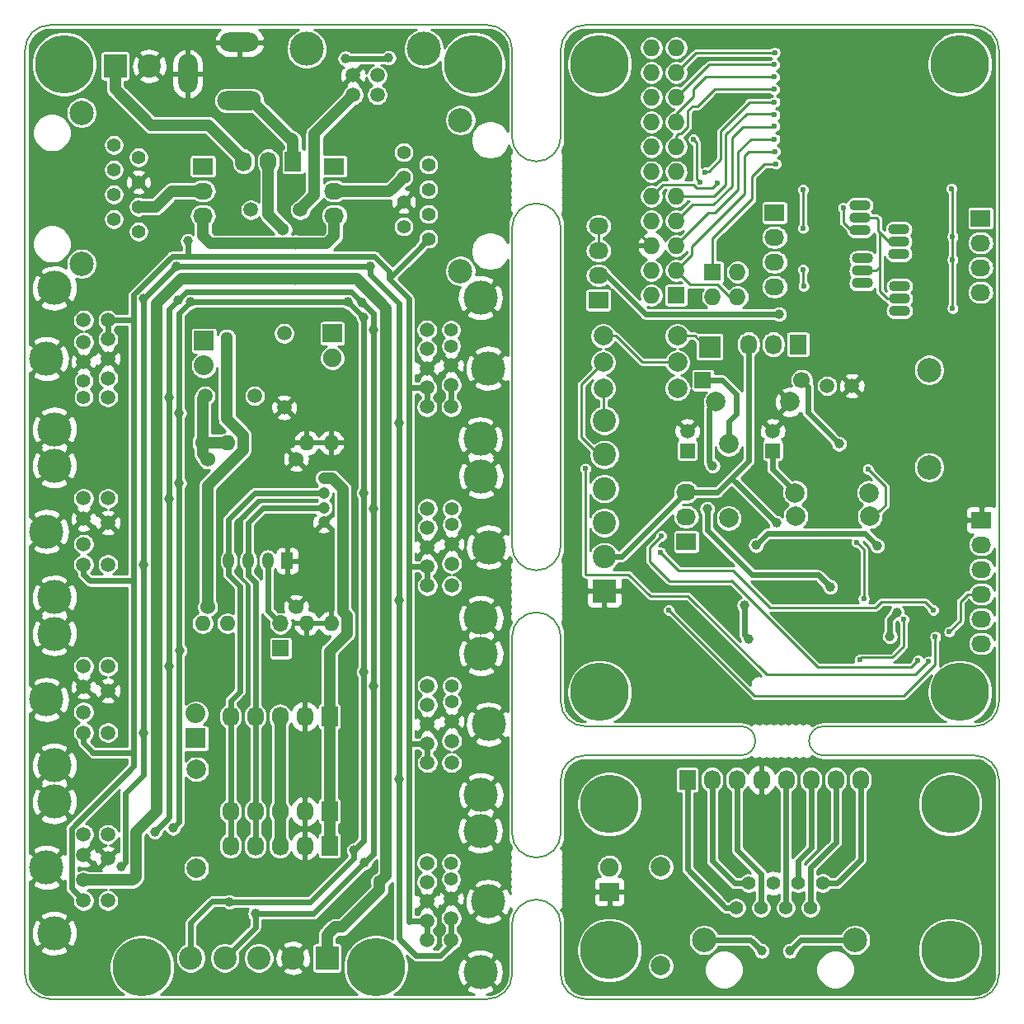
<source format=gbl>
G04 #@! TF.GenerationSoftware,KiCad,Pcbnew,5.1.5-52549c5~84~ubuntu18.04.1*
G04 #@! TF.CreationDate,2020-02-09T19:15:05+01:00*
G04 #@! TF.ProjectId,BPI-AddOn,4250492d-4164-4644-9f6e-2e6b69636164,rev?*
G04 #@! TF.SameCoordinates,Original*
G04 #@! TF.FileFunction,Copper,L2,Bot*
G04 #@! TF.FilePolarity,Positive*
%FSLAX46Y46*%
G04 Gerber Fmt 4.6, Leading zero omitted, Abs format (unit mm)*
G04 Created by KiCad (PCBNEW 5.1.5-52549c5~84~ubuntu18.04.1) date 2020-02-09 19:15:05*
%MOMM*%
%LPD*%
G04 APERTURE LIST*
%ADD10C,0.150000*%
%ADD11O,1.700000X1.700000*%
%ADD12R,1.700000X1.700000*%
%ADD13C,1.501140*%
%ADD14C,1.500000*%
%ADD15C,2.500000*%
%ADD16C,1.400000*%
%ADD17O,1.198880X1.699260*%
%ADD18R,1.198880X1.699260*%
%ADD19R,1.727200X1.727200*%
%ADD20O,1.727200X1.727200*%
%ADD21C,6.000000*%
%ADD22C,3.500000*%
%ADD23R,2.032000X1.727200*%
%ADD24O,2.032000X1.727200*%
%ADD25R,1.727200X2.032000*%
%ADD26O,1.727200X2.032000*%
%ADD27C,2.400000*%
%ADD28R,2.400000X2.400000*%
%ADD29O,1.998980X4.000500*%
%ADD30O,4.000500X1.998980*%
%ADD31O,4.500880X1.998980*%
%ADD32R,1.500000X1.500000*%
%ADD33C,1.699260*%
%ADD34R,1.699260X1.699260*%
%ADD35C,2.499360*%
%ADD36R,2.032000X2.032000*%
%ADD37O,2.032000X2.032000*%
%ADD38C,1.998980*%
%ADD39C,3.500120*%
%ADD40R,2.000000X1.900000*%
%ADD41C,1.900000*%
%ADD42O,2.200000X1.100000*%
%ADD43R,2.235200X2.235200*%
%ADD44O,1.600000X1.600000*%
%ADD45C,1.524000*%
%ADD46C,1.200000*%
%ADD47C,1.000000*%
%ADD48C,1.300000*%
%ADD49C,0.600000*%
%ADD50C,0.600000*%
%ADD51C,1.200000*%
%ADD52C,0.250000*%
%ADD53C,0.254000*%
G04 APERTURE END LIST*
D10*
X167000000Y-126500000D02*
X167000000Y-146500000D01*
X167000000Y-118500000D02*
X167000000Y-51500000D01*
X122000000Y-112500000D02*
X122000000Y-118500000D01*
X122000000Y-126500000D02*
X122000000Y-132000000D01*
X117000000Y-69800000D02*
X117000000Y-102500000D01*
X122000000Y-102500000D02*
X122000000Y-69800000D01*
X117000000Y-112500000D02*
X117000000Y-111800000D01*
X122000000Y-112500000D02*
X122000000Y-111800000D01*
X117000000Y-146500000D02*
X117000000Y-141300000D01*
X122000000Y-141300000D02*
X122000000Y-146500000D01*
X117000000Y-129500000D02*
X117000000Y-132000000D01*
X117000000Y-112500000D02*
X117000000Y-129500000D01*
X117000000Y-102500000D02*
G75*
G03X119500000Y-105000000I2500000J0D01*
G01*
X119500000Y-105000000D02*
G75*
G03X122000000Y-102500000I0J2500000D01*
G01*
X119500000Y-109300000D02*
G75*
G03X117000000Y-111800000I0J-2500000D01*
G01*
X122000000Y-111800000D02*
G75*
G03X119500000Y-109300000I-2500000J0D01*
G01*
X149000000Y-124000000D02*
X164500000Y-124000000D01*
X167000000Y-126500000D02*
G75*
G03X164500000Y-124000000I-2500000J0D01*
G01*
X149000000Y-121000000D02*
X164500000Y-121000000D01*
X124500000Y-124000000D02*
X140500000Y-124000000D01*
X124500000Y-121000000D02*
X140500000Y-121000000D01*
X164500000Y-121000000D02*
G75*
G03X167000000Y-118500000I0J2500000D01*
G01*
X147500000Y-122500000D02*
G75*
G03X149000000Y-124000000I1500000J0D01*
G01*
X149000000Y-121000000D02*
G75*
G03X147500000Y-122500000I0J-1500000D01*
G01*
X140500000Y-124000000D02*
G75*
G03X142000000Y-122500000I0J1500000D01*
G01*
X142000000Y-122500000D02*
G75*
G03X140500000Y-121000000I-1500000J0D01*
G01*
X122000000Y-118500000D02*
G75*
G03X124500000Y-121000000I2500000J0D01*
G01*
X124500000Y-124000000D02*
G75*
G03X122000000Y-126500000I0J-2500000D01*
G01*
X119500000Y-67300000D02*
G75*
G03X117000000Y-69800000I0J-2500000D01*
G01*
X122000000Y-69800000D02*
G75*
G03X119500000Y-67300000I-2500000J0D01*
G01*
X117000000Y-132000000D02*
G75*
G03X119500000Y-134500000I2500000J0D01*
G01*
X119500000Y-134500000D02*
G75*
G03X122000000Y-132000000I0J2500000D01*
G01*
X122000000Y-60500000D02*
X122000000Y-51500000D01*
X119500000Y-63000000D02*
G75*
G03X122000000Y-60500000I0J2500000D01*
G01*
X117000000Y-60500000D02*
G75*
G03X119500000Y-63000000I2500000J0D01*
G01*
X124500000Y-49000000D02*
G75*
G03X122000000Y-51500000I0J-2500000D01*
G01*
X119500000Y-138800000D02*
G75*
G03X117000000Y-141300000I0J-2500000D01*
G01*
X122000000Y-141300000D02*
G75*
G03X119500000Y-138800000I-2500000J0D01*
G01*
X117000000Y-51500000D02*
X117000000Y-60500000D01*
X124500000Y-49000000D02*
X164500000Y-49000000D01*
X124500000Y-149000000D02*
X164500000Y-149000000D01*
X122000000Y-146500000D02*
G75*
G03X124500000Y-149000000I2500000J0D01*
G01*
X117000000Y-51500000D02*
G75*
G03X114500000Y-49000000I-2500000J0D01*
G01*
X114500000Y-149000000D02*
G75*
G03X117000000Y-146500000I0J2500000D01*
G01*
X67000000Y-146500000D02*
G75*
G03X69500000Y-149000000I2500000J0D01*
G01*
X164500000Y-149000000D02*
G75*
G03X167000000Y-146500000I0J2500000D01*
G01*
X69500000Y-49000000D02*
G75*
G03X67000000Y-51500000I0J-2500000D01*
G01*
X167000000Y-51500000D02*
G75*
G03X164500000Y-49000000I-2500000J0D01*
G01*
X67000000Y-146500000D02*
X67000000Y-51500000D01*
X69500000Y-149000000D02*
X114500000Y-149000000D01*
X69500000Y-49000000D02*
X114500000Y-49000000D01*
D11*
X93218000Y-110439200D03*
D12*
X93218000Y-112979200D03*
D13*
X90170000Y-67970400D03*
X95250000Y-67970400D03*
D14*
X90576400Y-87071200D03*
X85496400Y-87071200D03*
D15*
X152225200Y-142949200D03*
X136725200Y-142949200D03*
D16*
X148920200Y-137119200D03*
X147650200Y-139659200D03*
X146380200Y-137119200D03*
X145110200Y-139659200D03*
X143840200Y-137119200D03*
X141300200Y-137119200D03*
X140030200Y-139659200D03*
X142570200Y-139659200D03*
D17*
X87900260Y-104000000D03*
X91900760Y-104000000D03*
X89899240Y-104000000D03*
D18*
X93902280Y-104000000D03*
D19*
X133858000Y-76733400D03*
D20*
X131318000Y-76733400D03*
X133858000Y-74193400D03*
X131318000Y-74193400D03*
X133858000Y-71653400D03*
X131318000Y-71653400D03*
X133858000Y-69113400D03*
X131318000Y-69113400D03*
X133858000Y-66573400D03*
X131318000Y-66573400D03*
X133858000Y-64033400D03*
X131318000Y-64033400D03*
X133858000Y-61493400D03*
X131318000Y-61493400D03*
X133858000Y-58953400D03*
X131318000Y-58953400D03*
X133858000Y-56413400D03*
X131318000Y-56413400D03*
X133858000Y-53873400D03*
X131318000Y-53873400D03*
X133858000Y-51333400D03*
X131318000Y-51333400D03*
D21*
X162000000Y-129000000D03*
X163000000Y-117500000D03*
X126000000Y-53000000D03*
X163000000Y-53000000D03*
X126000000Y-117500000D03*
X162000000Y-144000000D03*
X127000000Y-129000000D03*
X127000000Y-144000000D03*
X103000000Y-145750000D03*
X113000000Y-53000000D03*
X79000000Y-145750000D03*
D16*
X110750000Y-136700000D03*
D14*
X110750000Y-138700000D03*
X110750000Y-140700000D03*
D16*
X110750000Y-135050000D03*
D14*
X108250000Y-137000000D03*
X108250000Y-139000000D03*
X110750000Y-142950000D03*
X108250000Y-135050000D03*
X108250000Y-141000000D03*
X108250000Y-142950000D03*
D22*
X113750000Y-146250000D03*
X114550000Y-139000000D03*
X113750000Y-131750000D03*
D16*
X110800000Y-118500000D03*
D14*
X110800000Y-120500000D03*
X110800000Y-122500000D03*
D16*
X110800000Y-116850000D03*
D14*
X108300000Y-118800000D03*
X108300000Y-120800000D03*
X110800000Y-124750000D03*
X108300000Y-116850000D03*
X108300000Y-122800000D03*
X108300000Y-124750000D03*
D22*
X113800000Y-128050000D03*
X114600000Y-120800000D03*
X113800000Y-113550000D03*
D16*
X110800000Y-100300000D03*
D14*
X110800000Y-102300000D03*
X110800000Y-104300000D03*
D16*
X110800000Y-98650000D03*
D14*
X108300000Y-100600000D03*
X108300000Y-102600000D03*
X110800000Y-106550000D03*
X108300000Y-98650000D03*
X108300000Y-104600000D03*
X108300000Y-106550000D03*
D22*
X113800000Y-109850000D03*
X114600000Y-102600000D03*
X113800000Y-95350000D03*
D16*
X110750000Y-81950000D03*
D14*
X110750000Y-83950000D03*
X110750000Y-85950000D03*
D16*
X110750000Y-80300000D03*
D14*
X108250000Y-82250000D03*
X108250000Y-84250000D03*
X110750000Y-88200000D03*
X108250000Y-80300000D03*
X108250000Y-86250000D03*
X108250000Y-88200000D03*
D22*
X113750000Y-91500000D03*
X114550000Y-84250000D03*
X113750000Y-77000000D03*
D16*
X73000000Y-85550000D03*
D14*
X73000000Y-83550000D03*
X73000000Y-81550000D03*
D16*
X73000000Y-87200000D03*
D14*
X75500000Y-85250000D03*
X75500000Y-83250000D03*
X73000000Y-79300000D03*
X75500000Y-87200000D03*
X75500000Y-81250000D03*
X75500000Y-79300000D03*
D22*
X70000000Y-76000000D03*
X69200000Y-83250000D03*
X70000000Y-90500000D03*
D14*
X73000000Y-119550000D03*
X73000000Y-116950000D03*
X73000000Y-121650000D03*
X73000000Y-114850000D03*
X75500000Y-121650000D03*
X75500000Y-117350000D03*
X75500000Y-114850000D03*
D22*
X70000000Y-111500000D03*
X69200000Y-118250000D03*
X70000000Y-125000000D03*
D14*
X73000000Y-136800000D03*
X73000000Y-134200000D03*
X73000000Y-138900000D03*
X73000000Y-132100000D03*
X75500000Y-138900000D03*
X75500000Y-134600000D03*
X75500000Y-132100000D03*
D22*
X70000000Y-128750000D03*
X69200000Y-135500000D03*
X70000000Y-142250000D03*
D16*
X76090000Y-63845000D03*
X76090000Y-61305000D03*
X78630000Y-62575000D03*
X78630000Y-65115000D03*
X76090000Y-66385000D03*
X78630000Y-67655000D03*
X76090000Y-68925000D03*
X78630000Y-70195000D03*
D15*
X72800000Y-58000000D03*
X72800000Y-73500000D03*
D16*
X108410000Y-68405000D03*
X108410000Y-70945000D03*
X105870000Y-69675000D03*
X105870000Y-67135000D03*
X108410000Y-65865000D03*
X105870000Y-64595000D03*
X108410000Y-63325000D03*
X105870000Y-62055000D03*
D15*
X111700000Y-74250000D03*
X111700000Y-58750000D03*
D23*
X85250000Y-63500000D03*
D24*
X85250000Y-66040000D03*
X85250000Y-68580000D03*
D23*
X98750000Y-63500000D03*
D24*
X98750000Y-66040000D03*
X98750000Y-68580000D03*
D21*
X71000000Y-53000000D03*
D25*
X98250000Y-133250000D03*
D26*
X95710000Y-133250000D03*
X93170000Y-133250000D03*
X90630000Y-133250000D03*
X88090000Y-133250000D03*
D27*
X94500000Y-144800000D03*
D28*
X98000000Y-144800000D03*
D27*
X91000000Y-144800000D03*
X87500000Y-144800000D03*
X84000000Y-144800000D03*
D29*
X83699020Y-54000120D03*
D30*
X89000000Y-50748920D03*
D31*
X89000000Y-56750940D03*
D25*
X135000000Y-126500000D03*
D26*
X137540000Y-126500000D03*
X140080000Y-126500000D03*
X142620000Y-126500000D03*
X145160000Y-126500000D03*
X147700000Y-126500000D03*
X150240000Y-126500000D03*
X152780000Y-126500000D03*
D25*
X98250000Y-129750000D03*
D26*
X95710000Y-129750000D03*
X93170000Y-129750000D03*
X90630000Y-129750000D03*
X88090000Y-129750000D03*
D25*
X98250000Y-120000000D03*
D26*
X95710000Y-120000000D03*
X93170000Y-120000000D03*
X90630000Y-120000000D03*
X88090000Y-120000000D03*
D27*
X79750000Y-53200000D03*
D28*
X76250000Y-53200000D03*
D25*
X94500000Y-63000000D03*
D26*
X91960000Y-63000000D03*
X89420000Y-63000000D03*
D13*
X149352000Y-86042500D03*
X151892000Y-86042500D03*
D32*
X143764000Y-92694000D03*
D14*
X143764000Y-90694000D03*
D32*
X135001000Y-92694000D03*
D14*
X135001000Y-90694000D03*
D33*
X146749020Y-85468460D03*
D34*
X136589020Y-85468460D03*
D14*
X73000000Y-102300000D03*
X73000000Y-99700000D03*
X73000000Y-104400000D03*
X73000000Y-97600000D03*
X75500000Y-104400000D03*
X75500000Y-100100000D03*
X75500000Y-97600000D03*
D22*
X70000000Y-94250000D03*
X69200000Y-101000000D03*
X70000000Y-107750000D03*
D35*
X159829500Y-84406740D03*
X159829500Y-94409260D03*
D23*
X165201600Y-99822000D03*
D24*
X165201600Y-102362000D03*
X165201600Y-104902000D03*
X165201600Y-107442000D03*
X165201600Y-109982000D03*
X165201600Y-112522000D03*
D27*
X126480800Y-103598800D03*
D28*
X126480800Y-107098800D03*
D27*
X126480800Y-100098800D03*
X126480800Y-96598800D03*
X126480800Y-93098800D03*
X126480800Y-89598800D03*
D36*
X84518500Y-122237500D03*
D37*
X84518500Y-119697500D03*
D38*
X153733500Y-99441000D03*
X146113500Y-99441000D03*
X137922000Y-87693500D03*
X145542000Y-87693500D03*
X139255500Y-99631500D03*
X139255500Y-92011500D03*
X146050000Y-97028000D03*
X153670000Y-97028000D03*
D14*
X93599000Y-80645000D03*
X93599000Y-88265000D03*
D38*
X84582000Y-135572500D03*
X84582000Y-125412500D03*
D13*
X103162100Y-54152800D03*
X100672900Y-54152800D03*
X100672900Y-56159400D03*
X103162100Y-56159400D03*
D39*
X107937300Y-51435000D03*
X95897700Y-51435000D03*
D40*
X127000000Y-138000000D03*
D41*
X127000000Y-135460000D03*
D38*
X132270500Y-135445500D03*
X132270500Y-145605500D03*
D25*
X146367500Y-81788000D03*
D26*
X143827500Y-81788000D03*
X141287500Y-81788000D03*
D23*
X125882400Y-77241400D03*
D24*
X125882400Y-74701400D03*
X125882400Y-72161400D03*
X125882400Y-69621400D03*
D23*
X134874000Y-102044500D03*
D24*
X134874000Y-99504500D03*
X134874000Y-96964500D03*
D42*
X152717500Y-67500500D03*
X152717500Y-68770500D03*
X152717500Y-70040500D03*
X156718000Y-69977000D03*
X156718000Y-71247000D03*
X156718000Y-72517000D03*
X152971500Y-72961500D03*
X152971500Y-74231500D03*
X152971500Y-75501500D03*
X156781500Y-75819000D03*
X156781500Y-77089000D03*
X156781500Y-78359000D03*
D19*
X137604500Y-74358500D03*
D20*
X140144500Y-74358500D03*
X137604500Y-76898500D03*
X140144500Y-76898500D03*
D43*
X137287000Y-82042000D03*
D38*
X133985000Y-80899000D03*
X126365000Y-80899000D03*
X133985000Y-83629500D03*
X126365000Y-83629500D03*
X126365000Y-86296500D03*
X133985000Y-86296500D03*
D23*
X143954500Y-68262500D03*
D24*
X143954500Y-70802500D03*
X143954500Y-73342500D03*
X143954500Y-75882500D03*
D23*
X165100000Y-68834000D03*
D24*
X165100000Y-71374000D03*
X165100000Y-73914000D03*
X165100000Y-76454000D03*
D44*
X85217000Y-91884500D03*
X87757000Y-91884500D03*
X95885000Y-91884500D03*
X98425000Y-91884500D03*
X85217000Y-110426500D03*
X87757000Y-110426500D03*
X95885000Y-110426500D03*
X98425000Y-110426500D03*
D45*
X94821000Y-93555500D03*
X94821000Y-108755500D03*
X85721000Y-93555500D03*
X85721000Y-108755500D03*
D40*
X98552000Y-80645000D03*
D41*
X98552000Y-83185000D03*
D36*
X85344000Y-81407000D03*
D37*
X85344000Y-83947000D03*
D46*
X97663000Y-95540000D03*
X97663000Y-97040000D03*
X97663000Y-100040000D03*
X97663000Y-98540000D03*
D47*
X79168543Y-121702067D03*
X79184500Y-104394000D03*
X82502490Y-73771011D03*
X102396820Y-73771011D03*
X76885800Y-135407400D03*
X79168512Y-77104989D03*
X105378478Y-89890600D03*
X105378478Y-108051600D03*
X105378478Y-126428500D03*
X82867500Y-113220500D03*
X83977282Y-77422490D03*
X100152482Y-77422490D03*
X82169000Y-131445000D03*
X82802499Y-96037400D03*
X82802499Y-88874600D03*
X101757011Y-79027019D03*
X101757011Y-97053400D03*
X101757011Y-115443000D03*
X100780980Y-133731000D03*
X87990000Y-139050000D03*
X82686692Y-77266800D03*
X101614221Y-77470000D03*
X81802488Y-114858800D03*
X80314800Y-131826000D03*
X81802488Y-97612200D03*
X81802488Y-87198200D03*
X102757022Y-80314800D03*
X102757022Y-98628200D03*
X102757022Y-116840000D03*
X90630000Y-140250020D03*
X101877980Y-135001000D03*
X83693000Y-71183500D03*
D48*
X87706200Y-81127600D03*
X93489654Y-69987480D03*
D47*
X104317800Y-52349400D03*
X99872800Y-52400200D03*
D49*
X158496000Y-105219500D03*
X160147000Y-110680500D03*
X135205403Y-63809979D03*
X128143000Y-64960500D03*
X128016000Y-67310000D03*
X128206500Y-63182500D03*
X147510500Y-112395000D03*
X148272500Y-111315500D03*
X156908500Y-105346500D03*
X153797000Y-105346500D03*
X152019000Y-106235500D03*
X149352000Y-108140500D03*
X150812500Y-108140500D03*
D47*
X150571200Y-91998800D03*
X141287500Y-112014000D03*
X140843000Y-108585000D03*
D49*
X160274000Y-109093000D03*
X132207000Y-103124000D03*
X132334000Y-101473000D03*
X158686500Y-114236500D03*
X161899600Y-111302800D03*
X160464500Y-111823500D03*
X133096000Y-109093000D03*
X124523500Y-94551500D03*
X159766000Y-114363500D03*
X152400000Y-102108000D03*
X153111200Y-107899200D03*
D47*
X137604500Y-94234000D03*
D49*
X152704800Y-114147600D03*
X157226000Y-110032800D03*
D47*
X144145000Y-100139500D03*
D48*
X80502477Y-85242400D03*
X94805500Y-75071022D03*
X94805500Y-71437500D03*
X80502477Y-119583200D03*
X80502477Y-102311200D03*
X104057033Y-82245200D03*
X104057033Y-100609400D03*
X104057033Y-118745000D03*
X103378000Y-136969500D03*
D49*
X144081500Y-63246000D03*
X144018000Y-61976000D03*
X143954500Y-60706000D03*
X143954500Y-59372500D03*
X136304339Y-65112573D03*
X135646626Y-60747883D03*
X143954500Y-58229500D03*
X138112500Y-65214500D03*
X136842500Y-64135000D03*
X143954500Y-56896000D03*
X143916400Y-55600600D03*
X143916400Y-54330600D03*
X143941800Y-53060600D03*
X143967200Y-51816000D03*
D47*
X149669500Y-106680000D03*
X137033000Y-98679000D03*
X155803600Y-111760000D03*
X156514800Y-109321600D03*
X142036800Y-102412800D03*
X154482800Y-102463600D03*
D49*
X162242500Y-73088500D03*
X162242500Y-78105000D03*
X162242500Y-70739000D03*
X162115500Y-65786000D03*
D47*
X144399000Y-78676500D03*
D49*
X146875500Y-65913000D03*
X146875500Y-69850000D03*
X146939000Y-75819000D03*
X146875500Y-74104500D03*
X153543000Y-94615000D03*
X151003000Y-67754500D03*
D47*
X145542000Y-144081500D03*
X142621000Y-144081500D03*
D50*
X110750000Y-85950000D02*
X110750000Y-88200000D01*
X110750000Y-142950000D02*
X110750000Y-140700000D01*
X105378478Y-142779978D02*
X107124500Y-144526000D01*
X105378478Y-126428500D02*
X105378478Y-142779978D01*
X109664500Y-144526000D02*
X110750000Y-143440500D01*
X107124500Y-144526000D02*
X109664500Y-144526000D01*
X110750000Y-143440500D02*
X110750000Y-142950000D01*
X79168543Y-121702067D02*
X79168543Y-104409957D01*
X79168543Y-104409957D02*
X79184500Y-104394000D01*
X79168512Y-77104989D02*
X79168512Y-104378012D01*
X79168512Y-104378012D02*
X79184500Y-104394000D01*
X79184500Y-104394000D02*
X79168511Y-104394000D01*
X79168511Y-104394000D02*
X79184500Y-104394000D01*
X101689714Y-73771011D02*
X102396820Y-73771011D01*
X102396820Y-74478117D02*
X102396820Y-73771011D01*
X102396820Y-74575613D02*
X102396820Y-74478117D01*
X105378478Y-77557271D02*
X102396820Y-74575613D01*
X82502490Y-73771011D02*
X101689714Y-73771011D01*
X105378478Y-89890600D02*
X105378478Y-77557271D01*
X79168512Y-77104989D02*
X82502490Y-73771011D01*
X79168511Y-125999989D02*
X79168543Y-121702067D01*
X78295500Y-126873000D02*
X79168511Y-125999989D01*
X78295500Y-126885700D02*
X77266800Y-127914400D01*
X78295500Y-126873000D02*
X78295500Y-126885700D01*
X77266800Y-135026400D02*
X76885800Y-135407400D01*
X77266800Y-127914400D02*
X77266800Y-135026400D01*
X105378478Y-89890600D02*
X105378478Y-108051600D01*
X105378478Y-108051600D02*
X105378478Y-126428500D01*
X82802499Y-113155499D02*
X82802499Y-113131600D01*
X82867500Y-113220500D02*
X82802499Y-113155499D01*
X82802499Y-96037400D02*
X82802499Y-113131600D01*
X82802499Y-113131600D02*
X82802499Y-129795501D01*
X82802499Y-129795501D02*
X82802499Y-130811501D01*
X82802499Y-130811501D02*
X82169000Y-131445000D01*
X82802499Y-78597273D02*
X82802499Y-96037400D01*
X101757011Y-115443000D02*
X101757011Y-97053400D01*
X101757011Y-97053400D02*
X101757011Y-79027019D01*
X101757011Y-132754969D02*
X101757011Y-115443000D01*
X83977282Y-77422490D02*
X82802499Y-78597273D01*
X100152482Y-77422490D02*
X83977282Y-77422490D01*
X101757011Y-79027019D02*
X100152482Y-77422490D01*
X100780980Y-133731000D02*
X101757011Y-132754969D01*
X87990000Y-139050000D02*
X87990000Y-139000000D01*
X87990000Y-139000000D02*
X87990000Y-139050000D01*
X87990000Y-139050000D02*
X87990000Y-139000000D01*
X84000000Y-144800000D02*
X84000000Y-141200000D01*
X86200000Y-139000000D02*
X87990000Y-139000000D01*
X84000000Y-141200000D02*
X86200000Y-139000000D01*
X88090000Y-129750000D02*
X88090000Y-120000000D01*
X88090000Y-133250000D02*
X88090000Y-129750000D01*
X89057001Y-106606371D02*
X87900260Y-105449630D01*
X89057001Y-117416999D02*
X89057001Y-106606371D01*
X87900260Y-105449630D02*
X87900260Y-104000000D01*
X88090000Y-118384000D02*
X89057001Y-117416999D01*
X88090000Y-120000000D02*
X88090000Y-118384000D01*
X87990000Y-139050000D02*
X96275898Y-139050000D01*
X96275898Y-139050000D02*
X100780980Y-134544918D01*
X100780980Y-134438106D02*
X100780980Y-133731000D01*
X100780980Y-134544918D02*
X100780980Y-134438106D01*
X97663000Y-97040000D02*
X90615200Y-97040000D01*
X87900260Y-99754940D02*
X87900260Y-104000000D01*
X90615200Y-97040000D02*
X87900260Y-99754940D01*
X83582459Y-76371033D02*
X82686692Y-77266800D01*
X82686692Y-77266800D02*
X81802488Y-78151004D01*
X102757022Y-78612801D02*
X101614221Y-77470000D01*
X101614221Y-77470000D02*
X100515254Y-76371033D01*
X81802488Y-87198200D02*
X81802488Y-114858800D01*
X81802488Y-114858800D02*
X81802488Y-128636512D01*
X81802488Y-128636512D02*
X81802488Y-130338312D01*
X81802488Y-130338312D02*
X80314800Y-131826000D01*
X81802488Y-78151004D02*
X81802488Y-87198200D01*
X102757022Y-134121958D02*
X102757022Y-80314800D01*
X102757022Y-80314800D02*
X102757022Y-78612801D01*
X101877980Y-135001000D02*
X102757022Y-134121958D01*
X100515254Y-76371033D02*
X83582459Y-76371033D01*
X90630000Y-140957126D02*
X90630000Y-140250020D01*
X101877980Y-135001000D02*
X96628960Y-140250020D01*
X96628960Y-140250020D02*
X91337106Y-140250020D01*
X90630000Y-141670000D02*
X90630000Y-140957126D01*
X91337106Y-140250020D02*
X90630000Y-140250020D01*
X87500000Y-144800000D02*
X90630000Y-141670000D01*
X90630000Y-129750000D02*
X90630000Y-120000000D01*
X90630000Y-133250000D02*
X90630000Y-129750000D01*
X90630000Y-120000000D02*
X90630000Y-106230000D01*
X89899240Y-105499240D02*
X89899240Y-104000000D01*
X90630000Y-106230000D02*
X89899240Y-105499240D01*
X89899240Y-104000000D02*
X89899240Y-100072461D01*
X89899240Y-100072461D02*
X91431701Y-98540000D01*
X96814472Y-98540000D02*
X97663000Y-98540000D01*
X91431701Y-98540000D02*
X96814472Y-98540000D01*
X108250000Y-141000000D02*
X108250000Y-142950000D01*
X108250000Y-141000000D02*
X106456978Y-141000000D01*
X106456978Y-141000000D02*
X106378489Y-141078489D01*
X83693000Y-72771000D02*
X83693000Y-71183500D01*
X78168501Y-76690772D02*
X78168501Y-79273400D01*
X82088273Y-72771000D02*
X78168501Y-76690772D01*
X104343200Y-74237389D02*
X102876811Y-72771000D01*
X104343200Y-75069700D02*
X104343200Y-74237389D01*
X102876811Y-72771000D02*
X83693000Y-72771000D01*
X83693000Y-72771000D02*
X82088273Y-72771000D01*
X106378489Y-77104989D02*
X104343200Y-75069700D01*
X108410000Y-70945000D02*
X107710001Y-71644999D01*
X107710001Y-71644999D02*
X107710001Y-71702899D01*
X107710001Y-71702899D02*
X104343200Y-75069700D01*
X73000000Y-121650000D02*
X73000000Y-122710660D01*
X73000000Y-122710660D02*
X73939400Y-123650060D01*
X73939400Y-123650060D02*
X73939400Y-123698000D01*
X75048000Y-123698000D02*
X73939400Y-123698000D01*
X78168501Y-123698000D02*
X78168501Y-120332500D01*
X78168501Y-125107699D02*
X78168501Y-123698000D01*
X78168501Y-123698000D02*
X75048000Y-123698000D01*
X71749999Y-131526201D02*
X78168501Y-125107699D01*
X73000000Y-138900000D02*
X71749999Y-137649999D01*
X71749999Y-137649999D02*
X71749999Y-131526201D01*
X78168501Y-79273400D02*
X78168501Y-106070400D01*
X78168501Y-106070400D02*
X78168501Y-120332500D01*
X73000000Y-104400000D02*
X73000000Y-105460660D01*
X73000000Y-105460660D02*
X73609740Y-106070400D01*
X73609740Y-106070400D02*
X78168501Y-106070400D01*
X75500000Y-79300000D02*
X75500000Y-81250000D01*
X75500000Y-79300000D02*
X78141901Y-79300000D01*
X78141901Y-79300000D02*
X78168501Y-79273400D01*
X108250000Y-86250000D02*
X108250000Y-88200000D01*
X106378489Y-104571800D02*
X106378489Y-86258400D01*
X106378489Y-86258400D02*
X106378489Y-77104989D01*
X107189340Y-86250000D02*
X107180940Y-86258400D01*
X108250000Y-86250000D02*
X107189340Y-86250000D01*
X107180940Y-86258400D02*
X106378489Y-86258400D01*
X108300000Y-104600000D02*
X108300000Y-106550000D01*
X108300000Y-122800000D02*
X108300000Y-124750000D01*
X108300000Y-104600000D02*
X106406689Y-104600000D01*
X106406689Y-104600000D02*
X106378489Y-104571800D01*
X106378489Y-122745500D02*
X106378489Y-104571800D01*
X106378489Y-141078489D02*
X106378489Y-122745500D01*
X108300000Y-122800000D02*
X106432989Y-122800000D01*
X106432989Y-122800000D02*
X106378489Y-122745500D01*
D51*
X82042000Y-66040000D02*
X80427000Y-67655000D01*
X80427000Y-67655000D02*
X78630000Y-67655000D01*
X85250000Y-66040000D02*
X82042000Y-66040000D01*
X105870000Y-64595000D02*
X104425000Y-66040000D01*
X104425000Y-66040000D02*
X98750000Y-66040000D01*
X89357001Y-91116499D02*
X87706200Y-89465698D01*
X87706200Y-89465698D02*
X87706200Y-81127600D01*
X93170000Y-129750000D02*
X93170000Y-120000000D01*
X93170000Y-133250000D02*
X93170000Y-129750000D01*
X85721000Y-96288502D02*
X85721000Y-107677870D01*
X89357001Y-92652501D02*
X85721000Y-96288502D01*
X85721000Y-107677870D02*
X85721000Y-108755500D01*
X89357001Y-91116499D02*
X89357001Y-92652501D01*
X91960000Y-68457826D02*
X91960000Y-63000000D01*
X93489654Y-69987480D02*
X91960000Y-68457826D01*
X96672400Y-66471800D02*
X96672400Y-60159900D01*
X95097600Y-68046600D02*
X96672400Y-66471800D01*
X96672400Y-60159900D02*
X100672900Y-56159400D01*
X85217000Y-91884500D02*
X85217000Y-93051500D01*
X85217000Y-93051500D02*
X85721000Y-93555500D01*
X85217000Y-91884500D02*
X87757000Y-91884500D01*
X85217000Y-91884500D02*
X85217000Y-87312500D01*
X85217000Y-87312500D02*
X85471000Y-87058500D01*
D50*
X142595000Y-139660000D02*
X142595000Y-136195000D01*
X140080000Y-133680000D02*
X140080000Y-126500000D01*
X142595000Y-136195000D02*
X140080000Y-133680000D01*
X140055000Y-139660000D02*
X138960000Y-139660000D01*
X135000000Y-135700000D02*
X135000000Y-126500000D01*
X138960000Y-139660000D02*
X135000000Y-135700000D01*
X141325000Y-137120000D02*
X139820000Y-137120000D01*
X137540000Y-134840000D02*
X137540000Y-126500000D01*
X139820000Y-137120000D02*
X137540000Y-134840000D01*
X145135000Y-139660000D02*
X145135000Y-126525000D01*
X145135000Y-126525000D02*
X145160000Y-126500000D01*
X146405000Y-137120000D02*
X146405000Y-134795000D01*
X147700000Y-133500000D02*
X147700000Y-126500000D01*
X146405000Y-134795000D02*
X147700000Y-133500000D01*
X150240000Y-126500000D02*
X150240000Y-132960000D01*
X147675000Y-135525000D02*
X147675000Y-139660000D01*
X150240000Y-132960000D02*
X147675000Y-135525000D01*
X148945000Y-137120000D02*
X150380000Y-137120000D01*
X152780000Y-134720000D02*
X152780000Y-126500000D01*
X150380000Y-137120000D02*
X152780000Y-134720000D01*
D51*
X79933600Y-59283600D02*
X85856000Y-59283600D01*
X85856000Y-59283600D02*
X89420000Y-62847600D01*
X89420000Y-62847600D02*
X89420000Y-63000000D01*
X76250000Y-53200000D02*
X76250000Y-55600000D01*
X76250000Y-55600000D02*
X79933600Y-59283600D01*
D50*
X99872800Y-52400200D02*
X104267000Y-52400200D01*
X104267000Y-52400200D02*
X104317800Y-52349400D01*
D52*
X161099500Y-107823000D02*
X158496000Y-105219500D01*
X161099500Y-109728000D02*
X161099500Y-107823000D01*
X160147000Y-110680500D02*
X161099500Y-109728000D01*
X128206500Y-63182500D02*
X128544201Y-62844799D01*
X128544201Y-62844799D02*
X134664487Y-62844799D01*
X134664487Y-62844799D02*
X135205403Y-63385715D01*
X135205403Y-63385715D02*
X135205403Y-63809979D01*
X128143000Y-64960500D02*
X128143000Y-63246000D01*
X128143000Y-63246000D02*
X128206500Y-63182500D01*
X131318000Y-71653400D02*
X128016000Y-68351400D01*
X128016000Y-68351400D02*
X128016000Y-67310000D01*
X147510500Y-112395000D02*
X148272500Y-111633000D01*
X148272500Y-111633000D02*
X148272500Y-111315500D01*
X156908500Y-105346500D02*
X153797000Y-105346500D01*
X152019000Y-106235500D02*
X150812500Y-107442000D01*
X150812500Y-107442000D02*
X150812500Y-108140500D01*
X150812500Y-108140500D02*
X149352000Y-108140500D01*
D50*
X147370800Y-86090240D02*
X146749020Y-85468460D01*
X147370800Y-88798400D02*
X147370800Y-86090240D01*
X150571200Y-91998800D02*
X147370800Y-88798400D01*
X141287500Y-112014000D02*
X140906500Y-111633000D01*
X140906500Y-111633000D02*
X140906500Y-108648500D01*
X140906500Y-108648500D02*
X140843000Y-108585000D01*
D52*
X150812500Y-108839000D02*
X143510000Y-108839000D01*
X160274000Y-109093000D02*
X159385000Y-108204000D01*
X159385000Y-108204000D02*
X154940000Y-108204000D01*
X154940000Y-108204000D02*
X154305000Y-108839000D01*
X154305000Y-108839000D02*
X150812500Y-108839000D01*
X134112000Y-105029000D02*
X132207000Y-103124000D01*
X139700000Y-105029000D02*
X134112000Y-105029000D01*
X143510000Y-108839000D02*
X139700000Y-105029000D01*
X139573000Y-106108500D02*
X133159500Y-106108500D01*
X131127500Y-102679500D02*
X132334000Y-101473000D01*
X131127500Y-104076500D02*
X131127500Y-102679500D01*
X133159500Y-106108500D02*
X131127500Y-104076500D01*
X148399500Y-114935000D02*
X139573000Y-106108500D01*
X139573000Y-106108500D02*
X139509500Y-106045000D01*
X157988000Y-114935000D02*
X148399500Y-114935000D01*
X158686500Y-114236500D02*
X157988000Y-114935000D01*
X163779200Y-107442000D02*
X165201600Y-107442000D01*
X163017200Y-108204000D02*
X163779200Y-107442000D01*
X163017200Y-110185200D02*
X163017200Y-108204000D01*
X161899600Y-111302800D02*
X163017200Y-110185200D01*
X149161500Y-117919500D02*
X157226000Y-117919500D01*
X160464500Y-114681000D02*
X160464500Y-111823500D01*
X157226000Y-117919500D02*
X160464500Y-114681000D01*
X141922500Y-117919500D02*
X149161500Y-117919500D01*
X149161500Y-117919500D02*
X149225000Y-117919500D01*
X133096000Y-109093000D02*
X141922500Y-117919500D01*
X126480800Y-93098800D02*
X125864800Y-93098800D01*
X125864800Y-93098800D02*
X124079000Y-91313000D01*
X124079000Y-91313000D02*
X124079000Y-85915500D01*
X124079000Y-85915500D02*
X126365000Y-83629500D01*
X124523500Y-105410000D02*
X124523500Y-94551500D01*
X131191000Y-107632500D02*
X128968500Y-105410000D01*
X128968500Y-105410000D02*
X124523500Y-105410000D01*
X152209500Y-115697000D02*
X143129000Y-115697000D01*
X143129000Y-115697000D02*
X135064500Y-107632500D01*
X135064500Y-107632500D02*
X131191000Y-107632500D01*
X158432500Y-115697000D02*
X152209500Y-115697000D01*
X152209500Y-115697000D02*
X152082500Y-115697000D01*
X159766000Y-114363500D02*
X158432500Y-115697000D01*
X126365000Y-86296500D02*
X126365000Y-89483000D01*
X126365000Y-89483000D02*
X126480800Y-89598800D01*
X152400000Y-102108000D02*
X153111200Y-102819200D01*
X153111200Y-102819200D02*
X153111200Y-107899200D01*
D50*
X137223500Y-93853000D02*
X137223500Y-88392000D01*
X137604500Y-94234000D02*
X137223500Y-93853000D01*
X137223500Y-88392000D02*
X137922000Y-87693500D01*
D52*
X152704800Y-114147600D02*
X152908000Y-113944400D01*
X152908000Y-113944400D02*
X156057600Y-113944400D01*
X156057600Y-113944400D02*
X157226000Y-112776000D01*
X157226000Y-112776000D02*
X157226000Y-110032800D01*
D51*
X94180610Y-60680600D02*
X94396600Y-60680600D01*
X94396600Y-60680600D02*
X94500000Y-60784000D01*
X94500000Y-60784000D02*
X94500000Y-63000000D01*
X89000000Y-56750940D02*
X90250950Y-56750940D01*
X90250950Y-56750940D02*
X94180610Y-60680600D01*
D50*
X139636500Y-95631000D02*
X139636500Y-95440500D01*
X144145000Y-100139500D02*
X139636500Y-95631000D01*
X134874000Y-96964500D02*
X138112500Y-96964500D01*
X141287500Y-93789500D02*
X141287500Y-81788000D01*
X138112500Y-96964500D02*
X139636500Y-95440500D01*
X139636500Y-95440500D02*
X141287500Y-93789500D01*
X126480800Y-103598800D02*
X128239700Y-103598800D01*
X128239700Y-103598800D02*
X134874000Y-96964500D01*
D51*
X94805500Y-71437500D02*
X97980500Y-71437500D01*
X86043900Y-71437500D02*
X94805500Y-71437500D01*
X97980500Y-71437500D02*
X98750000Y-70668000D01*
X98750000Y-70668000D02*
X98750000Y-68580000D01*
X85250000Y-68580000D02*
X85250000Y-70643600D01*
X85250000Y-70643600D02*
X86043900Y-71437500D01*
X74060660Y-136800000D02*
X73000000Y-136800000D01*
X78366811Y-136466389D02*
X78033200Y-136800000D01*
X78033200Y-136800000D02*
X74060660Y-136800000D01*
X80502477Y-129714319D02*
X78366811Y-131849985D01*
X78366811Y-131849985D02*
X78366811Y-136466389D01*
X80502477Y-102311200D02*
X80502477Y-129714319D01*
X80502477Y-77612522D02*
X80502477Y-102311200D01*
X104057033Y-118745000D02*
X104057033Y-100609400D01*
X104057033Y-100609400D02*
X104057033Y-78074319D01*
X104057033Y-136353967D02*
X104057033Y-118745000D01*
X101053736Y-75071022D02*
X83043977Y-75071022D01*
X83043977Y-75071022D02*
X80502477Y-77612522D01*
X103378000Y-137033000D02*
X104057033Y-136353967D01*
X98250000Y-133250000D02*
X98250000Y-133097600D01*
X103441500Y-137033000D02*
X103378000Y-137033000D01*
X103378000Y-136969500D02*
X103441500Y-137033000D01*
X103378000Y-137795000D02*
X103378000Y-137033000D01*
X99568000Y-141605000D02*
X103378000Y-137795000D01*
X98795000Y-141605000D02*
X99568000Y-141605000D01*
X98000000Y-144800000D02*
X98000000Y-142400000D01*
X98000000Y-142400000D02*
X98795000Y-141605000D01*
X98250000Y-129750000D02*
X98250000Y-120000000D01*
X98250000Y-133250000D02*
X98250000Y-129750000D01*
X98902400Y-68580000D02*
X98750000Y-68580000D01*
D50*
X98000000Y-133500000D02*
X98250000Y-133250000D01*
D51*
X104057033Y-78074319D02*
X101053736Y-75071022D01*
X99633589Y-96662061D02*
X99633589Y-109267087D01*
X100025001Y-111493437D02*
X98250000Y-113268438D01*
X98250000Y-113268438D02*
X98250000Y-117784000D01*
X100025001Y-109658499D02*
X100025001Y-111493437D01*
X99633589Y-109267087D02*
X100025001Y-109658499D01*
X98511528Y-95540000D02*
X99633589Y-96662061D01*
X97663000Y-95540000D02*
X98511528Y-95540000D01*
X98250000Y-117784000D02*
X98250000Y-120000000D01*
D50*
X139255500Y-92011500D02*
X139255500Y-89687498D01*
X138554460Y-85468460D02*
X136589020Y-85468460D01*
X140017500Y-86931500D02*
X138554460Y-85468460D01*
X140017500Y-88925498D02*
X140017500Y-86931500D01*
X139255500Y-89687498D02*
X140017500Y-88925498D01*
D52*
X137604500Y-74358500D02*
X137604500Y-70929500D01*
X142938500Y-63246000D02*
X144081500Y-63246000D01*
X141668500Y-64516000D02*
X142938500Y-63246000D01*
X141668500Y-66865500D02*
X141668500Y-64516000D01*
X137604500Y-70929500D02*
X141668500Y-66865500D01*
X140144500Y-76898500D02*
X139382500Y-76898500D01*
X139382500Y-76898500D02*
X138112500Y-75628500D01*
X138112500Y-75628500D02*
X135293100Y-75628500D01*
X135293100Y-75628500D02*
X133858000Y-74193400D01*
X135445500Y-72605900D02*
X133858000Y-74193400D01*
X135445500Y-71755000D02*
X135445500Y-72605900D01*
X140843000Y-66357500D02*
X135445500Y-71755000D01*
X140843000Y-62420500D02*
X140843000Y-66357500D01*
X141287500Y-61976000D02*
X140843000Y-62420500D01*
X144018000Y-61976000D02*
X141287500Y-61976000D01*
X133858000Y-71653400D02*
X133858000Y-71564500D01*
X133858000Y-71564500D02*
X137160000Y-68262500D01*
X137160000Y-68262500D02*
X137858500Y-68262500D01*
X137858500Y-68262500D02*
X140208000Y-65913000D01*
X140208000Y-65913000D02*
X140208000Y-62039500D01*
X140208000Y-62039500D02*
X141541500Y-60706000D01*
X141541500Y-60706000D02*
X143954500Y-60706000D01*
X143954500Y-59372500D02*
X143891000Y-59436000D01*
X143891000Y-59436000D02*
X140716000Y-59436000D01*
X140716000Y-59436000D02*
X139573000Y-60579000D01*
X139573000Y-60579000D02*
X139573000Y-65532000D01*
X139573000Y-65532000D02*
X137668000Y-67437000D01*
X137668000Y-67437000D02*
X135534400Y-67437000D01*
X135534400Y-67437000D02*
X133858000Y-69113400D01*
X135946625Y-61047882D02*
X135946625Y-64754859D01*
X135646626Y-60747883D02*
X135946625Y-61047882D01*
X136004340Y-64812574D02*
X136304339Y-65112573D01*
X135946625Y-64754859D02*
X136004340Y-64812574D01*
X137769600Y-66573400D02*
X133858000Y-66573400D01*
X138938000Y-65405000D02*
X137769600Y-66573400D01*
X138938000Y-60261500D02*
X138938000Y-65405000D01*
X141097000Y-58102500D02*
X138938000Y-60261500D01*
X143827500Y-58102500D02*
X141097000Y-58102500D01*
X143954500Y-58229500D02*
X143827500Y-58102500D01*
X138112500Y-65214500D02*
X137589425Y-65737575D01*
X137589425Y-65737575D02*
X136004337Y-65737575D01*
X132181599Y-65709801D02*
X131318000Y-66573400D01*
X135641493Y-65374731D02*
X132516669Y-65374731D01*
X132516669Y-65374731D02*
X132181599Y-65709801D01*
X136004337Y-65737575D02*
X135641493Y-65374731D01*
X137198100Y-64033400D02*
X136944100Y-64033400D01*
X136944100Y-64033400D02*
X136842500Y-64135000D01*
X141351000Y-56896000D02*
X143954500Y-56896000D01*
X141351000Y-56959500D02*
X141351000Y-56896000D01*
X138430000Y-59880500D02*
X141351000Y-56959500D01*
X138430000Y-62801500D02*
X138430000Y-59880500D01*
X137198100Y-64033400D02*
X138430000Y-62801500D01*
X133858000Y-64033400D02*
X134213600Y-64033400D01*
X133858000Y-61493400D02*
X133858000Y-60388500D01*
X137795000Y-55600600D02*
X143916400Y-55600600D01*
X136074001Y-57321599D02*
X137795000Y-55600600D01*
X135527901Y-57321599D02*
X136074001Y-57321599D01*
X135064500Y-57785000D02*
X135527901Y-57321599D01*
X135064500Y-59436000D02*
X135064500Y-57785000D01*
X134366000Y-60134500D02*
X135064500Y-59436000D01*
X134112000Y-60134500D02*
X134366000Y-60134500D01*
X133858000Y-60388500D02*
X134112000Y-60134500D01*
X133858000Y-61493400D02*
X133858000Y-61087000D01*
X133858000Y-58953400D02*
X133858000Y-58115200D01*
X133858000Y-58115200D02*
X135623999Y-56349201D01*
X135623999Y-56349201D02*
X135623999Y-55561801D01*
X135623999Y-55561801D02*
X136855200Y-54330600D01*
X136855200Y-54330600D02*
X143916400Y-54330600D01*
X137236200Y-53035200D02*
X133858000Y-56413400D01*
X143916400Y-53035200D02*
X137236200Y-53035200D01*
X143941800Y-53060600D02*
X143916400Y-53035200D01*
X135890000Y-51841400D02*
X133858000Y-53873400D01*
X143941800Y-51841400D02*
X135890000Y-51841400D01*
X143967200Y-51816000D02*
X143941800Y-51841400D01*
D50*
X146050000Y-97028000D02*
X146050000Y-96926400D01*
X146050000Y-96926400D02*
X143764000Y-94640400D01*
X143764000Y-94640400D02*
X143764000Y-92694000D01*
X149669500Y-106680000D02*
X148463000Y-105473500D01*
X148463000Y-105473500D02*
X141668500Y-105473500D01*
X141668500Y-105473500D02*
X137033000Y-100838000D01*
X137033000Y-100838000D02*
X137033000Y-98679000D01*
X155803600Y-110032800D02*
X155803600Y-111760000D01*
X156514800Y-109321600D02*
X155803600Y-110032800D01*
X143256000Y-101193600D02*
X142036800Y-102412800D01*
X153212800Y-101193600D02*
X143256000Y-101193600D01*
X154482800Y-102463600D02*
X153212800Y-101193600D01*
D52*
X162242500Y-72961500D02*
X162242500Y-73088500D01*
X162242500Y-70739000D02*
X162242500Y-72961500D01*
X162242500Y-72961500D02*
X162242500Y-78105000D01*
X162242500Y-65913000D02*
X162242500Y-70739000D01*
X162115500Y-65786000D02*
X162242500Y-65913000D01*
D50*
X140843000Y-78676500D02*
X144399000Y-78676500D01*
X130683000Y-78676500D02*
X140843000Y-78676500D01*
X126707900Y-74701400D02*
X130683000Y-78676500D01*
X125882400Y-74701400D02*
X126707900Y-74701400D01*
D52*
X146875500Y-69850000D02*
X146875500Y-65913000D01*
X146939000Y-75819000D02*
X146875500Y-75755500D01*
X146875500Y-75755500D02*
X146875500Y-74104500D01*
X154749500Y-73850500D02*
X154749500Y-76327000D01*
X155511500Y-77089000D02*
X156781500Y-77089000D01*
X154749500Y-76327000D02*
X155511500Y-77089000D01*
X152971500Y-74231500D02*
X154368500Y-74231500D01*
X154749500Y-73850500D02*
X154749500Y-70294500D01*
X154368500Y-74231500D02*
X154749500Y-73850500D01*
X156718000Y-71247000D02*
X155702000Y-71247000D01*
X155702000Y-71247000D02*
X154749500Y-70294500D01*
X154749500Y-70294500D02*
X154622500Y-70167500D01*
X154622500Y-70167500D02*
X154622500Y-68961000D01*
X154622500Y-68961000D02*
X154432000Y-68770500D01*
X154432000Y-68770500D02*
X152717500Y-68770500D01*
X125882400Y-72161400D02*
X125882400Y-69621400D01*
X153733500Y-99441000D02*
X154076400Y-99441000D01*
X154076400Y-99441000D02*
X155321000Y-98361500D01*
X155321000Y-98361500D02*
X155321000Y-96393000D01*
X155321000Y-96393000D02*
X153543000Y-94615000D01*
X126365000Y-80899000D02*
X127635000Y-80899000D01*
X130365500Y-83629500D02*
X133985000Y-83629500D01*
X127635000Y-80899000D02*
X130365500Y-83629500D01*
X137287000Y-82042000D02*
X136906000Y-82042000D01*
X136906000Y-82042000D02*
X135763000Y-80899000D01*
X135763000Y-80899000D02*
X133985000Y-80899000D01*
X152717500Y-70040500D02*
X151765000Y-70040500D01*
X151765000Y-70040500D02*
X151003000Y-69278500D01*
X151003000Y-69278500D02*
X151003000Y-67754500D01*
D50*
X145542000Y-144081500D02*
X146673500Y-142950000D01*
X141489500Y-142950000D02*
X142621000Y-144081500D01*
X141488700Y-142949200D02*
X136725200Y-142949200D01*
D52*
X141489500Y-142950000D02*
X141488700Y-142949200D01*
D50*
X146674300Y-142949200D02*
X152225200Y-142949200D01*
D52*
X146673500Y-142950000D02*
X146674300Y-142949200D01*
D50*
X91900760Y-109121960D02*
X93218000Y-110439200D01*
X91900760Y-104000000D02*
X91900760Y-109121960D01*
D53*
G36*
X147881708Y-124102757D02*
G01*
X147916129Y-124125626D01*
X147950233Y-124148978D01*
X147955834Y-124152006D01*
X148214315Y-124289443D01*
X148252536Y-124305197D01*
X148290512Y-124321474D01*
X148296595Y-124323357D01*
X148576849Y-124407971D01*
X148617389Y-124415998D01*
X148657818Y-124424592D01*
X148664149Y-124425257D01*
X148664151Y-124425257D01*
X148955503Y-124453824D01*
X148955507Y-124453824D01*
X148977601Y-124456000D01*
X164477695Y-124456000D01*
X164896590Y-124497073D01*
X165278073Y-124612249D01*
X165629922Y-124799330D01*
X165938733Y-125051190D01*
X166192738Y-125358230D01*
X166382273Y-125708767D01*
X166500109Y-126089435D01*
X166544000Y-126507026D01*
X166544001Y-146477684D01*
X166502927Y-146896591D01*
X166387749Y-147278077D01*
X166200670Y-147629922D01*
X165948813Y-147938730D01*
X165641770Y-148192738D01*
X165291233Y-148382273D01*
X164910563Y-148500110D01*
X164492975Y-148544000D01*
X124522305Y-148544000D01*
X124103409Y-148502927D01*
X123721923Y-148387749D01*
X123370078Y-148200670D01*
X123061270Y-147948813D01*
X122807262Y-147641770D01*
X122617727Y-147291233D01*
X122499890Y-146910563D01*
X122456000Y-146492975D01*
X122456000Y-143667001D01*
X123619000Y-143667001D01*
X123619000Y-144332999D01*
X123748930Y-144986201D01*
X124003797Y-145601504D01*
X124373806Y-146155262D01*
X124844738Y-146626194D01*
X125398496Y-146996203D01*
X126013799Y-147251070D01*
X126667001Y-147381000D01*
X127332999Y-147381000D01*
X127986201Y-147251070D01*
X128601504Y-146996203D01*
X129155262Y-146626194D01*
X129626194Y-146155262D01*
X129996203Y-145601504D01*
X130050866Y-145469534D01*
X130890010Y-145469534D01*
X130890010Y-145741466D01*
X130943061Y-146008174D01*
X131047125Y-146259407D01*
X131198203Y-146485511D01*
X131390489Y-146677797D01*
X131616593Y-146828875D01*
X131867826Y-146932939D01*
X132134534Y-146985990D01*
X132406466Y-146985990D01*
X132673174Y-146932939D01*
X132924407Y-146828875D01*
X133150511Y-146677797D01*
X133342797Y-146485511D01*
X133493875Y-146259407D01*
X133597939Y-146008174D01*
X133639023Y-145801626D01*
X136754200Y-145801626D01*
X136754200Y-146196774D01*
X136831290Y-146584329D01*
X136982506Y-146949397D01*
X137202038Y-147277950D01*
X137481450Y-147557362D01*
X137810003Y-147776894D01*
X138175071Y-147928110D01*
X138562626Y-148005200D01*
X138957774Y-148005200D01*
X139345329Y-147928110D01*
X139710397Y-147776894D01*
X140038950Y-147557362D01*
X140318362Y-147277950D01*
X140537894Y-146949397D01*
X140689110Y-146584329D01*
X140766200Y-146196774D01*
X140766200Y-145801626D01*
X148184200Y-145801626D01*
X148184200Y-146196774D01*
X148261290Y-146584329D01*
X148412506Y-146949397D01*
X148632038Y-147277950D01*
X148911450Y-147557362D01*
X149240003Y-147776894D01*
X149605071Y-147928110D01*
X149992626Y-148005200D01*
X150387774Y-148005200D01*
X150775329Y-147928110D01*
X151140397Y-147776894D01*
X151468950Y-147557362D01*
X151748362Y-147277950D01*
X151967894Y-146949397D01*
X152119110Y-146584329D01*
X152196200Y-146196774D01*
X152196200Y-145801626D01*
X152119110Y-145414071D01*
X151967894Y-145049003D01*
X151748362Y-144720450D01*
X151468950Y-144441038D01*
X151140397Y-144221506D01*
X150775329Y-144070290D01*
X150387774Y-143993200D01*
X149992626Y-143993200D01*
X149605071Y-144070290D01*
X149240003Y-144221506D01*
X148911450Y-144441038D01*
X148632038Y-144720450D01*
X148412506Y-145049003D01*
X148261290Y-145414071D01*
X148184200Y-145801626D01*
X140766200Y-145801626D01*
X140689110Y-145414071D01*
X140537894Y-145049003D01*
X140318362Y-144720450D01*
X140038950Y-144441038D01*
X139710397Y-144221506D01*
X139345329Y-144070290D01*
X138957774Y-143993200D01*
X138562626Y-143993200D01*
X138175071Y-144070290D01*
X137810003Y-144221506D01*
X137481450Y-144441038D01*
X137202038Y-144720450D01*
X136982506Y-145049003D01*
X136831290Y-145414071D01*
X136754200Y-145801626D01*
X133639023Y-145801626D01*
X133650990Y-145741466D01*
X133650990Y-145469534D01*
X133597939Y-145202826D01*
X133493875Y-144951593D01*
X133342797Y-144725489D01*
X133150511Y-144533203D01*
X132924407Y-144382125D01*
X132673174Y-144278061D01*
X132406466Y-144225010D01*
X132134534Y-144225010D01*
X131867826Y-144278061D01*
X131616593Y-144382125D01*
X131390489Y-144533203D01*
X131198203Y-144725489D01*
X131047125Y-144951593D01*
X130943061Y-145202826D01*
X130890010Y-145469534D01*
X130050866Y-145469534D01*
X130251070Y-144986201D01*
X130381000Y-144332999D01*
X130381000Y-143667001D01*
X130251070Y-143013799D01*
X130157773Y-142788560D01*
X135094200Y-142788560D01*
X135094200Y-143109840D01*
X135156878Y-143424945D01*
X135279826Y-143721768D01*
X135458319Y-143988902D01*
X135685498Y-144216081D01*
X135952632Y-144394574D01*
X136249455Y-144517522D01*
X136564560Y-144580200D01*
X136885840Y-144580200D01*
X137200945Y-144517522D01*
X137497768Y-144394574D01*
X137764902Y-144216081D01*
X137992081Y-143988902D01*
X138170574Y-143721768D01*
X138208503Y-143630200D01*
X141206622Y-143630200D01*
X141740000Y-144163579D01*
X141740000Y-144168271D01*
X141773856Y-144338478D01*
X141840268Y-144498810D01*
X141936682Y-144643105D01*
X142059395Y-144765818D01*
X142203690Y-144862232D01*
X142364022Y-144928644D01*
X142534229Y-144962500D01*
X142707771Y-144962500D01*
X142877978Y-144928644D01*
X143038310Y-144862232D01*
X143182605Y-144765818D01*
X143305318Y-144643105D01*
X143401732Y-144498810D01*
X143468144Y-144338478D01*
X143502000Y-144168271D01*
X143502000Y-143994729D01*
X144661000Y-143994729D01*
X144661000Y-144168271D01*
X144694856Y-144338478D01*
X144761268Y-144498810D01*
X144857682Y-144643105D01*
X144980395Y-144765818D01*
X145124690Y-144862232D01*
X145285022Y-144928644D01*
X145455229Y-144962500D01*
X145628771Y-144962500D01*
X145798978Y-144928644D01*
X145959310Y-144862232D01*
X146103605Y-144765818D01*
X146226318Y-144643105D01*
X146322732Y-144498810D01*
X146389144Y-144338478D01*
X146423000Y-144168271D01*
X146423000Y-144163578D01*
X146956379Y-143630200D01*
X150741897Y-143630200D01*
X150779826Y-143721768D01*
X150958319Y-143988902D01*
X151185498Y-144216081D01*
X151452632Y-144394574D01*
X151749455Y-144517522D01*
X152064560Y-144580200D01*
X152385840Y-144580200D01*
X152700945Y-144517522D01*
X152997768Y-144394574D01*
X153264902Y-144216081D01*
X153492081Y-143988902D01*
X153670574Y-143721768D01*
X153693259Y-143667001D01*
X158619000Y-143667001D01*
X158619000Y-144332999D01*
X158748930Y-144986201D01*
X159003797Y-145601504D01*
X159373806Y-146155262D01*
X159844738Y-146626194D01*
X160398496Y-146996203D01*
X161013799Y-147251070D01*
X161667001Y-147381000D01*
X162332999Y-147381000D01*
X162986201Y-147251070D01*
X163601504Y-146996203D01*
X164155262Y-146626194D01*
X164626194Y-146155262D01*
X164996203Y-145601504D01*
X165251070Y-144986201D01*
X165381000Y-144332999D01*
X165381000Y-143667001D01*
X165251070Y-143013799D01*
X164996203Y-142398496D01*
X164626194Y-141844738D01*
X164155262Y-141373806D01*
X163601504Y-141003797D01*
X162986201Y-140748930D01*
X162332999Y-140619000D01*
X161667001Y-140619000D01*
X161013799Y-140748930D01*
X160398496Y-141003797D01*
X159844738Y-141373806D01*
X159373806Y-141844738D01*
X159003797Y-142398496D01*
X158748930Y-143013799D01*
X158619000Y-143667001D01*
X153693259Y-143667001D01*
X153793522Y-143424945D01*
X153856200Y-143109840D01*
X153856200Y-142788560D01*
X153793522Y-142473455D01*
X153670574Y-142176632D01*
X153492081Y-141909498D01*
X153264902Y-141682319D01*
X152997768Y-141503826D01*
X152700945Y-141380878D01*
X152385840Y-141318200D01*
X152064560Y-141318200D01*
X151749455Y-141380878D01*
X151452632Y-141503826D01*
X151185498Y-141682319D01*
X150958319Y-141909498D01*
X150779826Y-142176632D01*
X150741897Y-142268200D01*
X146698831Y-142268200D01*
X146673500Y-142265705D01*
X146648169Y-142268200D01*
X146640847Y-142268200D01*
X146540801Y-142278054D01*
X146412432Y-142316994D01*
X146294126Y-142380230D01*
X146190430Y-142465330D01*
X146169100Y-142491321D01*
X145459922Y-143200500D01*
X145455229Y-143200500D01*
X145285022Y-143234356D01*
X145124690Y-143300768D01*
X144980395Y-143397182D01*
X144857682Y-143519895D01*
X144761268Y-143664190D01*
X144694856Y-143824522D01*
X144661000Y-143994729D01*
X143502000Y-143994729D01*
X143468144Y-143824522D01*
X143401732Y-143664190D01*
X143305318Y-143519895D01*
X143182605Y-143397182D01*
X143038310Y-143300768D01*
X142877978Y-143234356D01*
X142707771Y-143200500D01*
X142703079Y-143200500D01*
X141993904Y-142491326D01*
X141972570Y-142465330D01*
X141868874Y-142380230D01*
X141750568Y-142316994D01*
X141622199Y-142278054D01*
X141522153Y-142268200D01*
X141514831Y-142268200D01*
X141489500Y-142265705D01*
X141464169Y-142268200D01*
X138208503Y-142268200D01*
X138170574Y-142176632D01*
X137992081Y-141909498D01*
X137764902Y-141682319D01*
X137497768Y-141503826D01*
X137200945Y-141380878D01*
X136885840Y-141318200D01*
X136564560Y-141318200D01*
X136249455Y-141380878D01*
X135952632Y-141503826D01*
X135685498Y-141682319D01*
X135458319Y-141909498D01*
X135279826Y-142176632D01*
X135156878Y-142473455D01*
X135094200Y-142788560D01*
X130157773Y-142788560D01*
X129996203Y-142398496D01*
X129626194Y-141844738D01*
X129155262Y-141373806D01*
X128601504Y-141003797D01*
X127986201Y-140748930D01*
X127332999Y-140619000D01*
X126667001Y-140619000D01*
X126013799Y-140748930D01*
X125398496Y-141003797D01*
X124844738Y-141373806D01*
X124373806Y-141844738D01*
X124003797Y-142398496D01*
X123748930Y-143013799D01*
X123619000Y-143667001D01*
X122456000Y-143667001D01*
X122456000Y-141277601D01*
X122453954Y-141256826D01*
X122454063Y-141241219D01*
X122453441Y-141234882D01*
X122402440Y-140749640D01*
X122394133Y-140709172D01*
X122386386Y-140668557D01*
X122384545Y-140662462D01*
X122240265Y-140196368D01*
X122224245Y-140158257D01*
X122208767Y-140119948D01*
X122205778Y-140114326D01*
X122036259Y-139800807D01*
X122052239Y-139790130D01*
X122140130Y-139702239D01*
X122209185Y-139598891D01*
X122256751Y-139484056D01*
X122281000Y-139362148D01*
X122281000Y-139237852D01*
X122256751Y-139115944D01*
X122209185Y-139001109D01*
X122175036Y-138950000D01*
X125361928Y-138950000D01*
X125374188Y-139074482D01*
X125410498Y-139194180D01*
X125469463Y-139304494D01*
X125548815Y-139401185D01*
X125645506Y-139480537D01*
X125755820Y-139539502D01*
X125875518Y-139575812D01*
X126000000Y-139588072D01*
X126714250Y-139585000D01*
X126873000Y-139426250D01*
X126873000Y-138127000D01*
X127127000Y-138127000D01*
X127127000Y-139426250D01*
X127285750Y-139585000D01*
X128000000Y-139588072D01*
X128124482Y-139575812D01*
X128244180Y-139539502D01*
X128354494Y-139480537D01*
X128451185Y-139401185D01*
X128530537Y-139304494D01*
X128589502Y-139194180D01*
X128625812Y-139074482D01*
X128638072Y-138950000D01*
X128635000Y-138285750D01*
X128476250Y-138127000D01*
X127127000Y-138127000D01*
X126873000Y-138127000D01*
X125523750Y-138127000D01*
X125365000Y-138285750D01*
X125361928Y-138950000D01*
X122175036Y-138950000D01*
X122158331Y-138925000D01*
X122209185Y-138848891D01*
X122256751Y-138734056D01*
X122281000Y-138612148D01*
X122281000Y-138487852D01*
X122256751Y-138365944D01*
X122209185Y-138251109D01*
X122158331Y-138175000D01*
X122209185Y-138098891D01*
X122256751Y-137984056D01*
X122281000Y-137862148D01*
X122281000Y-137737852D01*
X122256751Y-137615944D01*
X122209185Y-137501109D01*
X122158331Y-137425000D01*
X122209185Y-137348891D01*
X122256751Y-137234056D01*
X122281000Y-137112148D01*
X122281000Y-137050000D01*
X125361928Y-137050000D01*
X125365000Y-137714250D01*
X125523750Y-137873000D01*
X126873000Y-137873000D01*
X126873000Y-137853000D01*
X127127000Y-137853000D01*
X127127000Y-137873000D01*
X128476250Y-137873000D01*
X128635000Y-137714250D01*
X128638072Y-137050000D01*
X128625812Y-136925518D01*
X128589502Y-136805820D01*
X128530537Y-136695506D01*
X128451185Y-136598815D01*
X128354494Y-136519463D01*
X128244180Y-136460498D01*
X128124482Y-136424188D01*
X128000000Y-136411928D01*
X127930089Y-136412229D01*
X128033855Y-136308463D01*
X128179517Y-136090465D01*
X128279850Y-135848238D01*
X128331000Y-135591092D01*
X128331000Y-135328908D01*
X128327147Y-135309534D01*
X130890010Y-135309534D01*
X130890010Y-135581466D01*
X130943061Y-135848174D01*
X131047125Y-136099407D01*
X131198203Y-136325511D01*
X131390489Y-136517797D01*
X131616593Y-136668875D01*
X131867826Y-136772939D01*
X132134534Y-136825990D01*
X132406466Y-136825990D01*
X132673174Y-136772939D01*
X132924407Y-136668875D01*
X133150511Y-136517797D01*
X133342797Y-136325511D01*
X133493875Y-136099407D01*
X133597939Y-135848174D01*
X133650990Y-135581466D01*
X133650990Y-135309534D01*
X133597939Y-135042826D01*
X133493875Y-134791593D01*
X133342797Y-134565489D01*
X133150511Y-134373203D01*
X132924407Y-134222125D01*
X132673174Y-134118061D01*
X132406466Y-134065010D01*
X132134534Y-134065010D01*
X131867826Y-134118061D01*
X131616593Y-134222125D01*
X131390489Y-134373203D01*
X131198203Y-134565489D01*
X131047125Y-134791593D01*
X130943061Y-135042826D01*
X130890010Y-135309534D01*
X128327147Y-135309534D01*
X128279850Y-135071762D01*
X128179517Y-134829535D01*
X128033855Y-134611537D01*
X127848463Y-134426145D01*
X127630465Y-134280483D01*
X127388238Y-134180150D01*
X127131092Y-134129000D01*
X126868908Y-134129000D01*
X126611762Y-134180150D01*
X126369535Y-134280483D01*
X126151537Y-134426145D01*
X125966145Y-134611537D01*
X125820483Y-134829535D01*
X125720150Y-135071762D01*
X125669000Y-135328908D01*
X125669000Y-135591092D01*
X125720150Y-135848238D01*
X125820483Y-136090465D01*
X125966145Y-136308463D01*
X126069911Y-136412229D01*
X126000000Y-136411928D01*
X125875518Y-136424188D01*
X125755820Y-136460498D01*
X125645506Y-136519463D01*
X125548815Y-136598815D01*
X125469463Y-136695506D01*
X125410498Y-136805820D01*
X125374188Y-136925518D01*
X125361928Y-137050000D01*
X122281000Y-137050000D01*
X122281000Y-136987852D01*
X122256751Y-136865944D01*
X122209185Y-136751109D01*
X122158331Y-136675000D01*
X122209185Y-136598891D01*
X122256751Y-136484056D01*
X122281000Y-136362148D01*
X122281000Y-136237852D01*
X122256751Y-136115944D01*
X122209185Y-136001109D01*
X122158331Y-135925000D01*
X122209185Y-135848891D01*
X122256751Y-135734056D01*
X122281000Y-135612148D01*
X122281000Y-135487852D01*
X122256751Y-135365944D01*
X122209185Y-135251109D01*
X122158331Y-135175000D01*
X122209185Y-135098891D01*
X122256751Y-134984056D01*
X122281000Y-134862148D01*
X122281000Y-134737852D01*
X122256751Y-134615944D01*
X122209185Y-134501109D01*
X122158331Y-134425000D01*
X122209185Y-134348891D01*
X122256751Y-134234056D01*
X122281000Y-134112148D01*
X122281000Y-133987852D01*
X122256751Y-133865944D01*
X122209185Y-133751109D01*
X122140130Y-133647761D01*
X122052239Y-133559870D01*
X122017358Y-133536563D01*
X122213989Y-133166755D01*
X122229744Y-133128531D01*
X122246020Y-133090557D01*
X122247903Y-133084475D01*
X122388925Y-132617385D01*
X122396944Y-132576889D01*
X122405547Y-132536416D01*
X122406212Y-132530084D01*
X122453824Y-132044497D01*
X122453824Y-132044493D01*
X122456000Y-132022399D01*
X122456000Y-128667001D01*
X123619000Y-128667001D01*
X123619000Y-129332999D01*
X123748930Y-129986201D01*
X124003797Y-130601504D01*
X124373806Y-131155262D01*
X124844738Y-131626194D01*
X125398496Y-131996203D01*
X126013799Y-132251070D01*
X126667001Y-132381000D01*
X127332999Y-132381000D01*
X127986201Y-132251070D01*
X128601504Y-131996203D01*
X129155262Y-131626194D01*
X129626194Y-131155262D01*
X129996203Y-130601504D01*
X130251070Y-129986201D01*
X130381000Y-129332999D01*
X130381000Y-128667001D01*
X130251070Y-128013799D01*
X129996203Y-127398496D01*
X129626194Y-126844738D01*
X129155262Y-126373806D01*
X128601504Y-126003797D01*
X127986201Y-125748930D01*
X127332999Y-125619000D01*
X126667001Y-125619000D01*
X126013799Y-125748930D01*
X125398496Y-126003797D01*
X124844738Y-126373806D01*
X124373806Y-126844738D01*
X124003797Y-127398496D01*
X123748930Y-128013799D01*
X123619000Y-128667001D01*
X122456000Y-128667001D01*
X122456000Y-126522305D01*
X122497073Y-126103410D01*
X122612249Y-125721927D01*
X122738756Y-125484000D01*
X133753557Y-125484000D01*
X133753557Y-127516000D01*
X133760913Y-127590689D01*
X133782699Y-127662508D01*
X133818078Y-127728696D01*
X133865689Y-127786711D01*
X133923704Y-127834322D01*
X133989892Y-127869701D01*
X134061711Y-127891487D01*
X134136400Y-127898843D01*
X134319001Y-127898843D01*
X134319000Y-135666547D01*
X134315705Y-135700000D01*
X134319000Y-135733452D01*
X134328854Y-135833498D01*
X134367794Y-135961867D01*
X134431030Y-136080173D01*
X134516130Y-136183869D01*
X134542122Y-136205200D01*
X138454800Y-140117879D01*
X138476130Y-140143870D01*
X138579826Y-140228970D01*
X138698132Y-140292206D01*
X138826501Y-140331146D01*
X138960000Y-140344295D01*
X138993453Y-140341000D01*
X139185657Y-140341000D01*
X139190533Y-140348297D01*
X139341103Y-140498867D01*
X139518155Y-140617169D01*
X139714884Y-140698657D01*
X139923731Y-140740200D01*
X140136669Y-140740200D01*
X140345516Y-140698657D01*
X140542245Y-140617169D01*
X140719297Y-140498867D01*
X140869867Y-140348297D01*
X140988169Y-140171245D01*
X141069657Y-139974516D01*
X141111200Y-139765669D01*
X141111200Y-139552731D01*
X141069657Y-139343884D01*
X140988169Y-139147155D01*
X140869867Y-138970103D01*
X140719297Y-138819533D01*
X140542245Y-138701231D01*
X140345516Y-138619743D01*
X140136669Y-138578200D01*
X139923731Y-138578200D01*
X139714884Y-138619743D01*
X139518155Y-138701231D01*
X139341103Y-138819533D01*
X139211857Y-138948779D01*
X135681000Y-135417922D01*
X135681000Y-127898843D01*
X135863600Y-127898843D01*
X135938289Y-127891487D01*
X136010108Y-127869701D01*
X136076296Y-127834322D01*
X136134311Y-127786711D01*
X136181922Y-127728696D01*
X136217301Y-127662508D01*
X136239087Y-127590689D01*
X136246443Y-127516000D01*
X136246443Y-126286458D01*
X136295400Y-126286458D01*
X136295400Y-126713543D01*
X136313408Y-126896384D01*
X136384576Y-127130992D01*
X136500147Y-127347208D01*
X136655678Y-127536723D01*
X136845193Y-127692254D01*
X136859001Y-127699634D01*
X136859000Y-134806547D01*
X136855705Y-134840000D01*
X136864422Y-134928498D01*
X136868854Y-134973498D01*
X136907794Y-135101867D01*
X136971030Y-135220173D01*
X137056130Y-135323869D01*
X137082122Y-135345200D01*
X139314800Y-137577879D01*
X139336130Y-137603870D01*
X139439826Y-137688970D01*
X139558132Y-137752206D01*
X139686501Y-137791146D01*
X139820000Y-137804295D01*
X139853453Y-137801000D01*
X140455657Y-137801000D01*
X140460533Y-137808297D01*
X140611103Y-137958867D01*
X140788155Y-138077169D01*
X140984884Y-138158657D01*
X141193731Y-138200200D01*
X141406669Y-138200200D01*
X141615516Y-138158657D01*
X141812245Y-138077169D01*
X141914000Y-138009178D01*
X141914000Y-138797552D01*
X141881103Y-138819533D01*
X141730533Y-138970103D01*
X141612231Y-139147155D01*
X141530743Y-139343884D01*
X141489200Y-139552731D01*
X141489200Y-139765669D01*
X141530743Y-139974516D01*
X141612231Y-140171245D01*
X141730533Y-140348297D01*
X141881103Y-140498867D01*
X142058155Y-140617169D01*
X142254884Y-140698657D01*
X142463731Y-140740200D01*
X142676669Y-140740200D01*
X142885516Y-140698657D01*
X143082245Y-140617169D01*
X143259297Y-140498867D01*
X143409867Y-140348297D01*
X143528169Y-140171245D01*
X143609657Y-139974516D01*
X143651200Y-139765669D01*
X143651200Y-139552731D01*
X143609657Y-139343884D01*
X143528169Y-139147155D01*
X143409867Y-138970103D01*
X143276000Y-138836236D01*
X143276000Y-138329118D01*
X143396442Y-138385134D01*
X143651940Y-138447383D01*
X143914673Y-138458590D01*
X144174544Y-138418325D01*
X144421566Y-138328135D01*
X144454000Y-138310799D01*
X144454000Y-138797552D01*
X144421103Y-138819533D01*
X144270533Y-138970103D01*
X144152231Y-139147155D01*
X144070743Y-139343884D01*
X144029200Y-139552731D01*
X144029200Y-139765669D01*
X144070743Y-139974516D01*
X144152231Y-140171245D01*
X144270533Y-140348297D01*
X144421103Y-140498867D01*
X144598155Y-140617169D01*
X144794884Y-140698657D01*
X145003731Y-140740200D01*
X145216669Y-140740200D01*
X145425516Y-140698657D01*
X145622245Y-140617169D01*
X145799297Y-140498867D01*
X145949867Y-140348297D01*
X146068169Y-140171245D01*
X146149657Y-139974516D01*
X146191200Y-139765669D01*
X146191200Y-139552731D01*
X146149657Y-139343884D01*
X146068169Y-139147155D01*
X145949867Y-138970103D01*
X145816000Y-138836236D01*
X145816000Y-138042320D01*
X145868155Y-138077169D01*
X146064884Y-138158657D01*
X146273731Y-138200200D01*
X146486669Y-138200200D01*
X146695516Y-138158657D01*
X146892245Y-138077169D01*
X146994001Y-138009178D01*
X146994001Y-138797551D01*
X146961103Y-138819533D01*
X146810533Y-138970103D01*
X146692231Y-139147155D01*
X146610743Y-139343884D01*
X146569200Y-139552731D01*
X146569200Y-139765669D01*
X146610743Y-139974516D01*
X146692231Y-140171245D01*
X146810533Y-140348297D01*
X146961103Y-140498867D01*
X147138155Y-140617169D01*
X147334884Y-140698657D01*
X147543731Y-140740200D01*
X147756669Y-140740200D01*
X147965516Y-140698657D01*
X148162245Y-140617169D01*
X148339297Y-140498867D01*
X148489867Y-140348297D01*
X148608169Y-140171245D01*
X148689657Y-139974516D01*
X148731200Y-139765669D01*
X148731200Y-139552731D01*
X148689657Y-139343884D01*
X148608169Y-139147155D01*
X148489867Y-138970103D01*
X148356000Y-138836236D01*
X148356000Y-138042320D01*
X148408155Y-138077169D01*
X148604884Y-138158657D01*
X148813731Y-138200200D01*
X149026669Y-138200200D01*
X149235516Y-138158657D01*
X149432245Y-138077169D01*
X149609297Y-137958867D01*
X149759867Y-137808297D01*
X149764743Y-137801000D01*
X150346547Y-137801000D01*
X150380000Y-137804295D01*
X150413453Y-137801000D01*
X150513499Y-137791146D01*
X150641868Y-137752206D01*
X150760174Y-137688970D01*
X150863870Y-137603870D01*
X150885204Y-137577874D01*
X153237884Y-135225195D01*
X153263869Y-135203870D01*
X153348970Y-135100174D01*
X153380530Y-135041130D01*
X153412206Y-134981869D01*
X153451146Y-134853499D01*
X153464295Y-134720000D01*
X153461000Y-134686547D01*
X153461000Y-128667001D01*
X158619000Y-128667001D01*
X158619000Y-129332999D01*
X158748930Y-129986201D01*
X159003797Y-130601504D01*
X159373806Y-131155262D01*
X159844738Y-131626194D01*
X160398496Y-131996203D01*
X161013799Y-132251070D01*
X161667001Y-132381000D01*
X162332999Y-132381000D01*
X162986201Y-132251070D01*
X163601504Y-131996203D01*
X164155262Y-131626194D01*
X164626194Y-131155262D01*
X164996203Y-130601504D01*
X165251070Y-129986201D01*
X165381000Y-129332999D01*
X165381000Y-128667001D01*
X165251070Y-128013799D01*
X164996203Y-127398496D01*
X164626194Y-126844738D01*
X164155262Y-126373806D01*
X163601504Y-126003797D01*
X162986201Y-125748930D01*
X162332999Y-125619000D01*
X161667001Y-125619000D01*
X161013799Y-125748930D01*
X160398496Y-126003797D01*
X159844738Y-126373806D01*
X159373806Y-126844738D01*
X159003797Y-127398496D01*
X158748930Y-128013799D01*
X158619000Y-128667001D01*
X153461000Y-128667001D01*
X153461000Y-127699635D01*
X153474808Y-127692254D01*
X153664323Y-127536723D01*
X153819854Y-127347207D01*
X153935424Y-127130991D01*
X154006592Y-126896383D01*
X154024600Y-126713542D01*
X154024600Y-126286457D01*
X154006592Y-126103616D01*
X153935424Y-125869008D01*
X153819854Y-125652792D01*
X153664323Y-125463277D01*
X153474807Y-125307746D01*
X153258591Y-125192176D01*
X153023983Y-125121008D01*
X152780000Y-125096978D01*
X152536016Y-125121008D01*
X152301408Y-125192176D01*
X152085192Y-125307746D01*
X151895677Y-125463277D01*
X151740146Y-125652793D01*
X151624576Y-125869009D01*
X151553408Y-126103617D01*
X151535400Y-126286458D01*
X151535400Y-126713543D01*
X151553408Y-126896384D01*
X151624576Y-127130992D01*
X151740147Y-127347208D01*
X151895678Y-127536723D01*
X152085193Y-127692254D01*
X152099001Y-127699634D01*
X152099000Y-134437921D01*
X150097922Y-136439000D01*
X149765812Y-136439000D01*
X149759867Y-136430103D01*
X149609297Y-136279533D01*
X149432245Y-136161231D01*
X149235516Y-136079743D01*
X149026669Y-136038200D01*
X148813731Y-136038200D01*
X148604884Y-136079743D01*
X148408155Y-136161231D01*
X148356000Y-136196080D01*
X148356000Y-135807078D01*
X150697879Y-133465200D01*
X150723870Y-133443870D01*
X150808970Y-133340174D01*
X150872206Y-133221868D01*
X150911146Y-133093499D01*
X150921000Y-132993453D01*
X150924295Y-132960000D01*
X150921000Y-132926547D01*
X150921000Y-127699635D01*
X150934808Y-127692254D01*
X151124323Y-127536723D01*
X151279854Y-127347207D01*
X151395424Y-127130991D01*
X151466592Y-126896383D01*
X151484600Y-126713542D01*
X151484600Y-126286457D01*
X151466592Y-126103616D01*
X151395424Y-125869008D01*
X151279854Y-125652792D01*
X151124323Y-125463277D01*
X150934807Y-125307746D01*
X150718591Y-125192176D01*
X150483983Y-125121008D01*
X150240000Y-125096978D01*
X149996016Y-125121008D01*
X149761408Y-125192176D01*
X149545192Y-125307746D01*
X149355677Y-125463277D01*
X149200146Y-125652793D01*
X149084576Y-125869009D01*
X149013408Y-126103617D01*
X148995400Y-126286458D01*
X148995400Y-126713543D01*
X149013408Y-126896384D01*
X149084576Y-127130992D01*
X149200147Y-127347208D01*
X149355678Y-127536723D01*
X149545193Y-127692254D01*
X149559000Y-127699634D01*
X149559001Y-132677920D01*
X147217122Y-135019800D01*
X147191130Y-135041131D01*
X147106030Y-135144827D01*
X147086000Y-135182300D01*
X147086000Y-135077078D01*
X148157883Y-134005196D01*
X148183869Y-133983870D01*
X148268970Y-133880174D01*
X148280548Y-133858514D01*
X148332206Y-133761869D01*
X148371146Y-133633499D01*
X148384295Y-133500000D01*
X148381000Y-133466547D01*
X148381000Y-127699635D01*
X148394808Y-127692254D01*
X148584323Y-127536723D01*
X148739854Y-127347207D01*
X148855424Y-127130991D01*
X148926592Y-126896383D01*
X148944600Y-126713542D01*
X148944600Y-126286457D01*
X148926592Y-126103616D01*
X148855424Y-125869008D01*
X148739854Y-125652792D01*
X148584323Y-125463277D01*
X148394807Y-125307746D01*
X148178591Y-125192176D01*
X147943983Y-125121008D01*
X147700000Y-125096978D01*
X147456016Y-125121008D01*
X147221408Y-125192176D01*
X147005192Y-125307746D01*
X146815677Y-125463277D01*
X146660146Y-125652793D01*
X146544576Y-125869009D01*
X146473408Y-126103617D01*
X146455400Y-126286458D01*
X146455400Y-126713543D01*
X146473408Y-126896384D01*
X146544576Y-127130992D01*
X146660147Y-127347208D01*
X146815678Y-127536723D01*
X147005193Y-127692254D01*
X147019001Y-127699634D01*
X147019000Y-133217921D01*
X145947122Y-134289800D01*
X145921131Y-134311130D01*
X145836031Y-134414826D01*
X145816000Y-134452301D01*
X145816000Y-127712997D01*
X145854808Y-127692254D01*
X146044323Y-127536723D01*
X146199854Y-127347207D01*
X146315424Y-127130991D01*
X146386592Y-126896383D01*
X146404600Y-126713542D01*
X146404600Y-126286457D01*
X146386592Y-126103616D01*
X146315424Y-125869008D01*
X146199854Y-125652792D01*
X146044323Y-125463277D01*
X145854807Y-125307746D01*
X145638591Y-125192176D01*
X145403983Y-125121008D01*
X145160000Y-125096978D01*
X144916016Y-125121008D01*
X144681408Y-125192176D01*
X144465192Y-125307746D01*
X144275677Y-125463277D01*
X144120146Y-125652793D01*
X144025406Y-125830038D01*
X143911954Y-125585679D01*
X143738486Y-125348271D01*
X143522035Y-125149267D01*
X143270919Y-124996314D01*
X142994789Y-124895291D01*
X142979026Y-124892642D01*
X142747000Y-125013783D01*
X142747000Y-126373000D01*
X142767000Y-126373000D01*
X142767000Y-126627000D01*
X142747000Y-126627000D01*
X142747000Y-127986217D01*
X142979026Y-128107358D01*
X142994789Y-128104709D01*
X143270919Y-128003686D01*
X143522035Y-127850733D01*
X143738486Y-127651729D01*
X143911954Y-127414321D01*
X144025406Y-127169962D01*
X144120147Y-127347208D01*
X144275678Y-127536723D01*
X144454001Y-127683069D01*
X144454000Y-135932350D01*
X144283958Y-135853266D01*
X144028460Y-135791017D01*
X143765727Y-135779810D01*
X143505856Y-135820075D01*
X143258834Y-135910265D01*
X143224728Y-135928495D01*
X143163970Y-135814826D01*
X143078870Y-135711130D01*
X143052879Y-135689800D01*
X140761000Y-133397922D01*
X140761000Y-127699635D01*
X140774808Y-127692254D01*
X140964323Y-127536723D01*
X141119854Y-127347207D01*
X141214594Y-127169962D01*
X141328046Y-127414321D01*
X141501514Y-127651729D01*
X141717965Y-127850733D01*
X141969081Y-128003686D01*
X142245211Y-128104709D01*
X142260974Y-128107358D01*
X142493000Y-127986217D01*
X142493000Y-126627000D01*
X142473000Y-126627000D01*
X142473000Y-126373000D01*
X142493000Y-126373000D01*
X142493000Y-125013783D01*
X142260974Y-124892642D01*
X142245211Y-124895291D01*
X141969081Y-124996314D01*
X141717965Y-125149267D01*
X141501514Y-125348271D01*
X141328046Y-125585679D01*
X141214594Y-125830038D01*
X141119854Y-125652792D01*
X140964323Y-125463277D01*
X140774807Y-125307746D01*
X140558591Y-125192176D01*
X140323983Y-125121008D01*
X140080000Y-125096978D01*
X139836016Y-125121008D01*
X139601408Y-125192176D01*
X139385192Y-125307746D01*
X139195677Y-125463277D01*
X139040146Y-125652793D01*
X138924576Y-125869009D01*
X138853408Y-126103617D01*
X138835400Y-126286458D01*
X138835400Y-126713543D01*
X138853408Y-126896384D01*
X138924576Y-127130992D01*
X139040147Y-127347208D01*
X139195678Y-127536723D01*
X139385193Y-127692254D01*
X139399001Y-127699634D01*
X139399000Y-133646547D01*
X139395705Y-133680000D01*
X139399000Y-133713452D01*
X139408854Y-133813498D01*
X139447794Y-133941867D01*
X139511030Y-134060173D01*
X139596130Y-134163869D01*
X139622122Y-134185200D01*
X141492119Y-136055197D01*
X141406669Y-136038200D01*
X141193731Y-136038200D01*
X140984884Y-136079743D01*
X140788155Y-136161231D01*
X140611103Y-136279533D01*
X140460533Y-136430103D01*
X140454588Y-136439000D01*
X140102079Y-136439000D01*
X138221000Y-134557922D01*
X138221000Y-127699635D01*
X138234808Y-127692254D01*
X138424323Y-127536723D01*
X138579854Y-127347207D01*
X138695424Y-127130991D01*
X138766592Y-126896383D01*
X138784600Y-126713542D01*
X138784600Y-126286457D01*
X138766592Y-126103616D01*
X138695424Y-125869008D01*
X138579854Y-125652792D01*
X138424323Y-125463277D01*
X138234807Y-125307746D01*
X138018591Y-125192176D01*
X137783983Y-125121008D01*
X137540000Y-125096978D01*
X137296016Y-125121008D01*
X137061408Y-125192176D01*
X136845192Y-125307746D01*
X136655677Y-125463277D01*
X136500146Y-125652793D01*
X136384576Y-125869009D01*
X136313408Y-126103617D01*
X136295400Y-126286458D01*
X136246443Y-126286458D01*
X136246443Y-125484000D01*
X136239087Y-125409311D01*
X136217301Y-125337492D01*
X136181922Y-125271304D01*
X136134311Y-125213289D01*
X136076296Y-125165678D01*
X136010108Y-125130299D01*
X135938289Y-125108513D01*
X135863600Y-125101157D01*
X134136400Y-125101157D01*
X134061711Y-125108513D01*
X133989892Y-125130299D01*
X133923704Y-125165678D01*
X133865689Y-125213289D01*
X133818078Y-125271304D01*
X133782699Y-125337492D01*
X133760913Y-125409311D01*
X133753557Y-125484000D01*
X122738756Y-125484000D01*
X122799330Y-125370078D01*
X123051190Y-125061267D01*
X123358230Y-124807262D01*
X123708767Y-124617727D01*
X124089435Y-124499891D01*
X124507025Y-124456000D01*
X140522399Y-124456000D01*
X140542484Y-124454022D01*
X140551799Y-124454087D01*
X140558136Y-124453465D01*
X140849281Y-124422865D01*
X140889775Y-124414553D01*
X140930365Y-124406811D01*
X140936450Y-124404973D01*
X140936460Y-124404971D01*
X140936469Y-124404967D01*
X141216116Y-124318402D01*
X141254214Y-124302387D01*
X141292537Y-124286904D01*
X141298149Y-124283919D01*
X141298158Y-124283915D01*
X141298165Y-124283910D01*
X141521035Y-124163404D01*
X141597761Y-124240130D01*
X141701109Y-124309185D01*
X141815944Y-124356751D01*
X141937852Y-124381000D01*
X142062148Y-124381000D01*
X142184056Y-124356751D01*
X142298891Y-124309185D01*
X142375000Y-124258331D01*
X142451109Y-124309185D01*
X142565944Y-124356751D01*
X142687852Y-124381000D01*
X142812148Y-124381000D01*
X142934056Y-124356751D01*
X143048891Y-124309185D01*
X143125000Y-124258331D01*
X143201109Y-124309185D01*
X143315944Y-124356751D01*
X143437852Y-124381000D01*
X143562148Y-124381000D01*
X143684056Y-124356751D01*
X143798891Y-124309185D01*
X143875000Y-124258331D01*
X143951109Y-124309185D01*
X144065944Y-124356751D01*
X144187852Y-124381000D01*
X144312148Y-124381000D01*
X144434056Y-124356751D01*
X144548891Y-124309185D01*
X144625000Y-124258331D01*
X144701109Y-124309185D01*
X144815944Y-124356751D01*
X144937852Y-124381000D01*
X145062148Y-124381000D01*
X145184056Y-124356751D01*
X145298891Y-124309185D01*
X145375000Y-124258331D01*
X145451109Y-124309185D01*
X145565944Y-124356751D01*
X145687852Y-124381000D01*
X145812148Y-124381000D01*
X145934056Y-124356751D01*
X146048891Y-124309185D01*
X146125000Y-124258331D01*
X146201109Y-124309185D01*
X146315944Y-124356751D01*
X146437852Y-124381000D01*
X146562148Y-124381000D01*
X146684056Y-124356751D01*
X146798891Y-124309185D01*
X146875000Y-124258331D01*
X146951109Y-124309185D01*
X147065944Y-124356751D01*
X147187852Y-124381000D01*
X147312148Y-124381000D01*
X147434056Y-124356751D01*
X147548891Y-124309185D01*
X147652239Y-124240130D01*
X147740130Y-124152239D01*
X147809185Y-124048891D01*
X147810820Y-124044943D01*
X147881708Y-124102757D01*
G37*
X147881708Y-124102757D02*
X147916129Y-124125626D01*
X147950233Y-124148978D01*
X147955834Y-124152006D01*
X148214315Y-124289443D01*
X148252536Y-124305197D01*
X148290512Y-124321474D01*
X148296595Y-124323357D01*
X148576849Y-124407971D01*
X148617389Y-124415998D01*
X148657818Y-124424592D01*
X148664149Y-124425257D01*
X148664151Y-124425257D01*
X148955503Y-124453824D01*
X148955507Y-124453824D01*
X148977601Y-124456000D01*
X164477695Y-124456000D01*
X164896590Y-124497073D01*
X165278073Y-124612249D01*
X165629922Y-124799330D01*
X165938733Y-125051190D01*
X166192738Y-125358230D01*
X166382273Y-125708767D01*
X166500109Y-126089435D01*
X166544000Y-126507026D01*
X166544001Y-146477684D01*
X166502927Y-146896591D01*
X166387749Y-147278077D01*
X166200670Y-147629922D01*
X165948813Y-147938730D01*
X165641770Y-148192738D01*
X165291233Y-148382273D01*
X164910563Y-148500110D01*
X164492975Y-148544000D01*
X124522305Y-148544000D01*
X124103409Y-148502927D01*
X123721923Y-148387749D01*
X123370078Y-148200670D01*
X123061270Y-147948813D01*
X122807262Y-147641770D01*
X122617727Y-147291233D01*
X122499890Y-146910563D01*
X122456000Y-146492975D01*
X122456000Y-143667001D01*
X123619000Y-143667001D01*
X123619000Y-144332999D01*
X123748930Y-144986201D01*
X124003797Y-145601504D01*
X124373806Y-146155262D01*
X124844738Y-146626194D01*
X125398496Y-146996203D01*
X126013799Y-147251070D01*
X126667001Y-147381000D01*
X127332999Y-147381000D01*
X127986201Y-147251070D01*
X128601504Y-146996203D01*
X129155262Y-146626194D01*
X129626194Y-146155262D01*
X129996203Y-145601504D01*
X130050866Y-145469534D01*
X130890010Y-145469534D01*
X130890010Y-145741466D01*
X130943061Y-146008174D01*
X131047125Y-146259407D01*
X131198203Y-146485511D01*
X131390489Y-146677797D01*
X131616593Y-146828875D01*
X131867826Y-146932939D01*
X132134534Y-146985990D01*
X132406466Y-146985990D01*
X132673174Y-146932939D01*
X132924407Y-146828875D01*
X133150511Y-146677797D01*
X133342797Y-146485511D01*
X133493875Y-146259407D01*
X133597939Y-146008174D01*
X133639023Y-145801626D01*
X136754200Y-145801626D01*
X136754200Y-146196774D01*
X136831290Y-146584329D01*
X136982506Y-146949397D01*
X137202038Y-147277950D01*
X137481450Y-147557362D01*
X137810003Y-147776894D01*
X138175071Y-147928110D01*
X138562626Y-148005200D01*
X138957774Y-148005200D01*
X139345329Y-147928110D01*
X139710397Y-147776894D01*
X140038950Y-147557362D01*
X140318362Y-147277950D01*
X140537894Y-146949397D01*
X140689110Y-146584329D01*
X140766200Y-146196774D01*
X140766200Y-145801626D01*
X148184200Y-145801626D01*
X148184200Y-146196774D01*
X148261290Y-146584329D01*
X148412506Y-146949397D01*
X148632038Y-147277950D01*
X148911450Y-147557362D01*
X149240003Y-147776894D01*
X149605071Y-147928110D01*
X149992626Y-148005200D01*
X150387774Y-148005200D01*
X150775329Y-147928110D01*
X151140397Y-147776894D01*
X151468950Y-147557362D01*
X151748362Y-147277950D01*
X151967894Y-146949397D01*
X152119110Y-146584329D01*
X152196200Y-146196774D01*
X152196200Y-145801626D01*
X152119110Y-145414071D01*
X151967894Y-145049003D01*
X151748362Y-144720450D01*
X151468950Y-144441038D01*
X151140397Y-144221506D01*
X150775329Y-144070290D01*
X150387774Y-143993200D01*
X149992626Y-143993200D01*
X149605071Y-144070290D01*
X149240003Y-144221506D01*
X148911450Y-144441038D01*
X148632038Y-144720450D01*
X148412506Y-145049003D01*
X148261290Y-145414071D01*
X148184200Y-145801626D01*
X140766200Y-145801626D01*
X140689110Y-145414071D01*
X140537894Y-145049003D01*
X140318362Y-144720450D01*
X140038950Y-144441038D01*
X139710397Y-144221506D01*
X139345329Y-144070290D01*
X138957774Y-143993200D01*
X138562626Y-143993200D01*
X138175071Y-144070290D01*
X137810003Y-144221506D01*
X137481450Y-144441038D01*
X137202038Y-144720450D01*
X136982506Y-145049003D01*
X136831290Y-145414071D01*
X136754200Y-145801626D01*
X133639023Y-145801626D01*
X133650990Y-145741466D01*
X133650990Y-145469534D01*
X133597939Y-145202826D01*
X133493875Y-144951593D01*
X133342797Y-144725489D01*
X133150511Y-144533203D01*
X132924407Y-144382125D01*
X132673174Y-144278061D01*
X132406466Y-144225010D01*
X132134534Y-144225010D01*
X131867826Y-144278061D01*
X131616593Y-144382125D01*
X131390489Y-144533203D01*
X131198203Y-144725489D01*
X131047125Y-144951593D01*
X130943061Y-145202826D01*
X130890010Y-145469534D01*
X130050866Y-145469534D01*
X130251070Y-144986201D01*
X130381000Y-144332999D01*
X130381000Y-143667001D01*
X130251070Y-143013799D01*
X130157773Y-142788560D01*
X135094200Y-142788560D01*
X135094200Y-143109840D01*
X135156878Y-143424945D01*
X135279826Y-143721768D01*
X135458319Y-143988902D01*
X135685498Y-144216081D01*
X135952632Y-144394574D01*
X136249455Y-144517522D01*
X136564560Y-144580200D01*
X136885840Y-144580200D01*
X137200945Y-144517522D01*
X137497768Y-144394574D01*
X137764902Y-144216081D01*
X137992081Y-143988902D01*
X138170574Y-143721768D01*
X138208503Y-143630200D01*
X141206622Y-143630200D01*
X141740000Y-144163579D01*
X141740000Y-144168271D01*
X141773856Y-144338478D01*
X141840268Y-144498810D01*
X141936682Y-144643105D01*
X142059395Y-144765818D01*
X142203690Y-144862232D01*
X142364022Y-144928644D01*
X142534229Y-144962500D01*
X142707771Y-144962500D01*
X142877978Y-144928644D01*
X143038310Y-144862232D01*
X143182605Y-144765818D01*
X143305318Y-144643105D01*
X143401732Y-144498810D01*
X143468144Y-144338478D01*
X143502000Y-144168271D01*
X143502000Y-143994729D01*
X144661000Y-143994729D01*
X144661000Y-144168271D01*
X144694856Y-144338478D01*
X144761268Y-144498810D01*
X144857682Y-144643105D01*
X144980395Y-144765818D01*
X145124690Y-144862232D01*
X145285022Y-144928644D01*
X145455229Y-144962500D01*
X145628771Y-144962500D01*
X145798978Y-144928644D01*
X145959310Y-144862232D01*
X146103605Y-144765818D01*
X146226318Y-144643105D01*
X146322732Y-144498810D01*
X146389144Y-144338478D01*
X146423000Y-144168271D01*
X146423000Y-144163578D01*
X146956379Y-143630200D01*
X150741897Y-143630200D01*
X150779826Y-143721768D01*
X150958319Y-143988902D01*
X151185498Y-144216081D01*
X151452632Y-144394574D01*
X151749455Y-144517522D01*
X152064560Y-144580200D01*
X152385840Y-144580200D01*
X152700945Y-144517522D01*
X152997768Y-144394574D01*
X153264902Y-144216081D01*
X153492081Y-143988902D01*
X153670574Y-143721768D01*
X153693259Y-143667001D01*
X158619000Y-143667001D01*
X158619000Y-144332999D01*
X158748930Y-144986201D01*
X159003797Y-145601504D01*
X159373806Y-146155262D01*
X159844738Y-146626194D01*
X160398496Y-146996203D01*
X161013799Y-147251070D01*
X161667001Y-147381000D01*
X162332999Y-147381000D01*
X162986201Y-147251070D01*
X163601504Y-146996203D01*
X164155262Y-146626194D01*
X164626194Y-146155262D01*
X164996203Y-145601504D01*
X165251070Y-144986201D01*
X165381000Y-144332999D01*
X165381000Y-143667001D01*
X165251070Y-143013799D01*
X164996203Y-142398496D01*
X164626194Y-141844738D01*
X164155262Y-141373806D01*
X163601504Y-141003797D01*
X162986201Y-140748930D01*
X162332999Y-140619000D01*
X161667001Y-140619000D01*
X161013799Y-140748930D01*
X160398496Y-141003797D01*
X159844738Y-141373806D01*
X159373806Y-141844738D01*
X159003797Y-142398496D01*
X158748930Y-143013799D01*
X158619000Y-143667001D01*
X153693259Y-143667001D01*
X153793522Y-143424945D01*
X153856200Y-143109840D01*
X153856200Y-142788560D01*
X153793522Y-142473455D01*
X153670574Y-142176632D01*
X153492081Y-141909498D01*
X153264902Y-141682319D01*
X152997768Y-141503826D01*
X152700945Y-141380878D01*
X152385840Y-141318200D01*
X152064560Y-141318200D01*
X151749455Y-141380878D01*
X151452632Y-141503826D01*
X151185498Y-141682319D01*
X150958319Y-141909498D01*
X150779826Y-142176632D01*
X150741897Y-142268200D01*
X146698831Y-142268200D01*
X146673500Y-142265705D01*
X146648169Y-142268200D01*
X146640847Y-142268200D01*
X146540801Y-142278054D01*
X146412432Y-142316994D01*
X146294126Y-142380230D01*
X146190430Y-142465330D01*
X146169100Y-142491321D01*
X145459922Y-143200500D01*
X145455229Y-143200500D01*
X145285022Y-143234356D01*
X145124690Y-143300768D01*
X144980395Y-143397182D01*
X144857682Y-143519895D01*
X144761268Y-143664190D01*
X144694856Y-143824522D01*
X144661000Y-143994729D01*
X143502000Y-143994729D01*
X143468144Y-143824522D01*
X143401732Y-143664190D01*
X143305318Y-143519895D01*
X143182605Y-143397182D01*
X143038310Y-143300768D01*
X142877978Y-143234356D01*
X142707771Y-143200500D01*
X142703079Y-143200500D01*
X141993904Y-142491326D01*
X141972570Y-142465330D01*
X141868874Y-142380230D01*
X141750568Y-142316994D01*
X141622199Y-142278054D01*
X141522153Y-142268200D01*
X141514831Y-142268200D01*
X141489500Y-142265705D01*
X141464169Y-142268200D01*
X138208503Y-142268200D01*
X138170574Y-142176632D01*
X137992081Y-141909498D01*
X137764902Y-141682319D01*
X137497768Y-141503826D01*
X137200945Y-141380878D01*
X136885840Y-141318200D01*
X136564560Y-141318200D01*
X136249455Y-141380878D01*
X135952632Y-141503826D01*
X135685498Y-141682319D01*
X135458319Y-141909498D01*
X135279826Y-142176632D01*
X135156878Y-142473455D01*
X135094200Y-142788560D01*
X130157773Y-142788560D01*
X129996203Y-142398496D01*
X129626194Y-141844738D01*
X129155262Y-141373806D01*
X128601504Y-141003797D01*
X127986201Y-140748930D01*
X127332999Y-140619000D01*
X126667001Y-140619000D01*
X126013799Y-140748930D01*
X125398496Y-141003797D01*
X124844738Y-141373806D01*
X124373806Y-141844738D01*
X124003797Y-142398496D01*
X123748930Y-143013799D01*
X123619000Y-143667001D01*
X122456000Y-143667001D01*
X122456000Y-141277601D01*
X122453954Y-141256826D01*
X122454063Y-141241219D01*
X122453441Y-141234882D01*
X122402440Y-140749640D01*
X122394133Y-140709172D01*
X122386386Y-140668557D01*
X122384545Y-140662462D01*
X122240265Y-140196368D01*
X122224245Y-140158257D01*
X122208767Y-140119948D01*
X122205778Y-140114326D01*
X122036259Y-139800807D01*
X122052239Y-139790130D01*
X122140130Y-139702239D01*
X122209185Y-139598891D01*
X122256751Y-139484056D01*
X122281000Y-139362148D01*
X122281000Y-139237852D01*
X122256751Y-139115944D01*
X122209185Y-139001109D01*
X122175036Y-138950000D01*
X125361928Y-138950000D01*
X125374188Y-139074482D01*
X125410498Y-139194180D01*
X125469463Y-139304494D01*
X125548815Y-139401185D01*
X125645506Y-139480537D01*
X125755820Y-139539502D01*
X125875518Y-139575812D01*
X126000000Y-139588072D01*
X126714250Y-139585000D01*
X126873000Y-139426250D01*
X126873000Y-138127000D01*
X127127000Y-138127000D01*
X127127000Y-139426250D01*
X127285750Y-139585000D01*
X128000000Y-139588072D01*
X128124482Y-139575812D01*
X128244180Y-139539502D01*
X128354494Y-139480537D01*
X128451185Y-139401185D01*
X128530537Y-139304494D01*
X128589502Y-139194180D01*
X128625812Y-139074482D01*
X128638072Y-138950000D01*
X128635000Y-138285750D01*
X128476250Y-138127000D01*
X127127000Y-138127000D01*
X126873000Y-138127000D01*
X125523750Y-138127000D01*
X125365000Y-138285750D01*
X125361928Y-138950000D01*
X122175036Y-138950000D01*
X122158331Y-138925000D01*
X122209185Y-138848891D01*
X122256751Y-138734056D01*
X122281000Y-138612148D01*
X122281000Y-138487852D01*
X122256751Y-138365944D01*
X122209185Y-138251109D01*
X122158331Y-138175000D01*
X122209185Y-138098891D01*
X122256751Y-137984056D01*
X122281000Y-137862148D01*
X122281000Y-137737852D01*
X122256751Y-137615944D01*
X122209185Y-137501109D01*
X122158331Y-137425000D01*
X122209185Y-137348891D01*
X122256751Y-137234056D01*
X122281000Y-137112148D01*
X122281000Y-137050000D01*
X125361928Y-137050000D01*
X125365000Y-137714250D01*
X125523750Y-137873000D01*
X126873000Y-137873000D01*
X126873000Y-137853000D01*
X127127000Y-137853000D01*
X127127000Y-137873000D01*
X128476250Y-137873000D01*
X128635000Y-137714250D01*
X128638072Y-137050000D01*
X128625812Y-136925518D01*
X128589502Y-136805820D01*
X128530537Y-136695506D01*
X128451185Y-136598815D01*
X128354494Y-136519463D01*
X128244180Y-136460498D01*
X128124482Y-136424188D01*
X128000000Y-136411928D01*
X127930089Y-136412229D01*
X128033855Y-136308463D01*
X128179517Y-136090465D01*
X128279850Y-135848238D01*
X128331000Y-135591092D01*
X128331000Y-135328908D01*
X128327147Y-135309534D01*
X130890010Y-135309534D01*
X130890010Y-135581466D01*
X130943061Y-135848174D01*
X131047125Y-136099407D01*
X131198203Y-136325511D01*
X131390489Y-136517797D01*
X131616593Y-136668875D01*
X131867826Y-136772939D01*
X132134534Y-136825990D01*
X132406466Y-136825990D01*
X132673174Y-136772939D01*
X132924407Y-136668875D01*
X133150511Y-136517797D01*
X133342797Y-136325511D01*
X133493875Y-136099407D01*
X133597939Y-135848174D01*
X133650990Y-135581466D01*
X133650990Y-135309534D01*
X133597939Y-135042826D01*
X133493875Y-134791593D01*
X133342797Y-134565489D01*
X133150511Y-134373203D01*
X132924407Y-134222125D01*
X132673174Y-134118061D01*
X132406466Y-134065010D01*
X132134534Y-134065010D01*
X131867826Y-134118061D01*
X131616593Y-134222125D01*
X131390489Y-134373203D01*
X131198203Y-134565489D01*
X131047125Y-134791593D01*
X130943061Y-135042826D01*
X130890010Y-135309534D01*
X128327147Y-135309534D01*
X128279850Y-135071762D01*
X128179517Y-134829535D01*
X128033855Y-134611537D01*
X127848463Y-134426145D01*
X127630465Y-134280483D01*
X127388238Y-134180150D01*
X127131092Y-134129000D01*
X126868908Y-134129000D01*
X126611762Y-134180150D01*
X126369535Y-134280483D01*
X126151537Y-134426145D01*
X125966145Y-134611537D01*
X125820483Y-134829535D01*
X125720150Y-135071762D01*
X125669000Y-135328908D01*
X125669000Y-135591092D01*
X125720150Y-135848238D01*
X125820483Y-136090465D01*
X125966145Y-136308463D01*
X126069911Y-136412229D01*
X126000000Y-136411928D01*
X125875518Y-136424188D01*
X125755820Y-136460498D01*
X125645506Y-136519463D01*
X125548815Y-136598815D01*
X125469463Y-136695506D01*
X125410498Y-136805820D01*
X125374188Y-136925518D01*
X125361928Y-137050000D01*
X122281000Y-137050000D01*
X122281000Y-136987852D01*
X122256751Y-136865944D01*
X122209185Y-136751109D01*
X122158331Y-136675000D01*
X122209185Y-136598891D01*
X122256751Y-136484056D01*
X122281000Y-136362148D01*
X122281000Y-136237852D01*
X122256751Y-136115944D01*
X122209185Y-136001109D01*
X122158331Y-135925000D01*
X122209185Y-135848891D01*
X122256751Y-135734056D01*
X122281000Y-135612148D01*
X122281000Y-135487852D01*
X122256751Y-135365944D01*
X122209185Y-135251109D01*
X122158331Y-135175000D01*
X122209185Y-135098891D01*
X122256751Y-134984056D01*
X122281000Y-134862148D01*
X122281000Y-134737852D01*
X122256751Y-134615944D01*
X122209185Y-134501109D01*
X122158331Y-134425000D01*
X122209185Y-134348891D01*
X122256751Y-134234056D01*
X122281000Y-134112148D01*
X122281000Y-133987852D01*
X122256751Y-133865944D01*
X122209185Y-133751109D01*
X122140130Y-133647761D01*
X122052239Y-133559870D01*
X122017358Y-133536563D01*
X122213989Y-133166755D01*
X122229744Y-133128531D01*
X122246020Y-133090557D01*
X122247903Y-133084475D01*
X122388925Y-132617385D01*
X122396944Y-132576889D01*
X122405547Y-132536416D01*
X122406212Y-132530084D01*
X122453824Y-132044497D01*
X122453824Y-132044493D01*
X122456000Y-132022399D01*
X122456000Y-128667001D01*
X123619000Y-128667001D01*
X123619000Y-129332999D01*
X123748930Y-129986201D01*
X124003797Y-130601504D01*
X124373806Y-131155262D01*
X124844738Y-131626194D01*
X125398496Y-131996203D01*
X126013799Y-132251070D01*
X126667001Y-132381000D01*
X127332999Y-132381000D01*
X127986201Y-132251070D01*
X128601504Y-131996203D01*
X129155262Y-131626194D01*
X129626194Y-131155262D01*
X129996203Y-130601504D01*
X130251070Y-129986201D01*
X130381000Y-129332999D01*
X130381000Y-128667001D01*
X130251070Y-128013799D01*
X129996203Y-127398496D01*
X129626194Y-126844738D01*
X129155262Y-126373806D01*
X128601504Y-126003797D01*
X127986201Y-125748930D01*
X127332999Y-125619000D01*
X126667001Y-125619000D01*
X126013799Y-125748930D01*
X125398496Y-126003797D01*
X124844738Y-126373806D01*
X124373806Y-126844738D01*
X124003797Y-127398496D01*
X123748930Y-128013799D01*
X123619000Y-128667001D01*
X122456000Y-128667001D01*
X122456000Y-126522305D01*
X122497073Y-126103410D01*
X122612249Y-125721927D01*
X122738756Y-125484000D01*
X133753557Y-125484000D01*
X133753557Y-127516000D01*
X133760913Y-127590689D01*
X133782699Y-127662508D01*
X133818078Y-127728696D01*
X133865689Y-127786711D01*
X133923704Y-127834322D01*
X133989892Y-127869701D01*
X134061711Y-127891487D01*
X134136400Y-127898843D01*
X134319001Y-127898843D01*
X134319000Y-135666547D01*
X134315705Y-135700000D01*
X134319000Y-135733452D01*
X134328854Y-135833498D01*
X134367794Y-135961867D01*
X134431030Y-136080173D01*
X134516130Y-136183869D01*
X134542122Y-136205200D01*
X138454800Y-140117879D01*
X138476130Y-140143870D01*
X138579826Y-140228970D01*
X138698132Y-140292206D01*
X138826501Y-140331146D01*
X138960000Y-140344295D01*
X138993453Y-140341000D01*
X139185657Y-140341000D01*
X139190533Y-140348297D01*
X139341103Y-140498867D01*
X139518155Y-140617169D01*
X139714884Y-140698657D01*
X139923731Y-140740200D01*
X140136669Y-140740200D01*
X140345516Y-140698657D01*
X140542245Y-140617169D01*
X140719297Y-140498867D01*
X140869867Y-140348297D01*
X140988169Y-140171245D01*
X141069657Y-139974516D01*
X141111200Y-139765669D01*
X141111200Y-139552731D01*
X141069657Y-139343884D01*
X140988169Y-139147155D01*
X140869867Y-138970103D01*
X140719297Y-138819533D01*
X140542245Y-138701231D01*
X140345516Y-138619743D01*
X140136669Y-138578200D01*
X139923731Y-138578200D01*
X139714884Y-138619743D01*
X139518155Y-138701231D01*
X139341103Y-138819533D01*
X139211857Y-138948779D01*
X135681000Y-135417922D01*
X135681000Y-127898843D01*
X135863600Y-127898843D01*
X135938289Y-127891487D01*
X136010108Y-127869701D01*
X136076296Y-127834322D01*
X136134311Y-127786711D01*
X136181922Y-127728696D01*
X136217301Y-127662508D01*
X136239087Y-127590689D01*
X136246443Y-127516000D01*
X136246443Y-126286458D01*
X136295400Y-126286458D01*
X136295400Y-126713543D01*
X136313408Y-126896384D01*
X136384576Y-127130992D01*
X136500147Y-127347208D01*
X136655678Y-127536723D01*
X136845193Y-127692254D01*
X136859001Y-127699634D01*
X136859000Y-134806547D01*
X136855705Y-134840000D01*
X136864422Y-134928498D01*
X136868854Y-134973498D01*
X136907794Y-135101867D01*
X136971030Y-135220173D01*
X137056130Y-135323869D01*
X137082122Y-135345200D01*
X139314800Y-137577879D01*
X139336130Y-137603870D01*
X139439826Y-137688970D01*
X139558132Y-137752206D01*
X139686501Y-137791146D01*
X139820000Y-137804295D01*
X139853453Y-137801000D01*
X140455657Y-137801000D01*
X140460533Y-137808297D01*
X140611103Y-137958867D01*
X140788155Y-138077169D01*
X140984884Y-138158657D01*
X141193731Y-138200200D01*
X141406669Y-138200200D01*
X141615516Y-138158657D01*
X141812245Y-138077169D01*
X141914000Y-138009178D01*
X141914000Y-138797552D01*
X141881103Y-138819533D01*
X141730533Y-138970103D01*
X141612231Y-139147155D01*
X141530743Y-139343884D01*
X141489200Y-139552731D01*
X141489200Y-139765669D01*
X141530743Y-139974516D01*
X141612231Y-140171245D01*
X141730533Y-140348297D01*
X141881103Y-140498867D01*
X142058155Y-140617169D01*
X142254884Y-140698657D01*
X142463731Y-140740200D01*
X142676669Y-140740200D01*
X142885516Y-140698657D01*
X143082245Y-140617169D01*
X143259297Y-140498867D01*
X143409867Y-140348297D01*
X143528169Y-140171245D01*
X143609657Y-139974516D01*
X143651200Y-139765669D01*
X143651200Y-139552731D01*
X143609657Y-139343884D01*
X143528169Y-139147155D01*
X143409867Y-138970103D01*
X143276000Y-138836236D01*
X143276000Y-138329118D01*
X143396442Y-138385134D01*
X143651940Y-138447383D01*
X143914673Y-138458590D01*
X144174544Y-138418325D01*
X144421566Y-138328135D01*
X144454000Y-138310799D01*
X144454000Y-138797552D01*
X144421103Y-138819533D01*
X144270533Y-138970103D01*
X144152231Y-139147155D01*
X144070743Y-139343884D01*
X144029200Y-139552731D01*
X144029200Y-139765669D01*
X144070743Y-139974516D01*
X144152231Y-140171245D01*
X144270533Y-140348297D01*
X144421103Y-140498867D01*
X144598155Y-140617169D01*
X144794884Y-140698657D01*
X145003731Y-140740200D01*
X145216669Y-140740200D01*
X145425516Y-140698657D01*
X145622245Y-140617169D01*
X145799297Y-140498867D01*
X145949867Y-140348297D01*
X146068169Y-140171245D01*
X146149657Y-139974516D01*
X146191200Y-139765669D01*
X146191200Y-139552731D01*
X146149657Y-139343884D01*
X146068169Y-139147155D01*
X145949867Y-138970103D01*
X145816000Y-138836236D01*
X145816000Y-138042320D01*
X145868155Y-138077169D01*
X146064884Y-138158657D01*
X146273731Y-138200200D01*
X146486669Y-138200200D01*
X146695516Y-138158657D01*
X146892245Y-138077169D01*
X146994001Y-138009178D01*
X146994001Y-138797551D01*
X146961103Y-138819533D01*
X146810533Y-138970103D01*
X146692231Y-139147155D01*
X146610743Y-139343884D01*
X146569200Y-139552731D01*
X146569200Y-139765669D01*
X146610743Y-139974516D01*
X146692231Y-140171245D01*
X146810533Y-140348297D01*
X146961103Y-140498867D01*
X147138155Y-140617169D01*
X147334884Y-140698657D01*
X147543731Y-140740200D01*
X147756669Y-140740200D01*
X147965516Y-140698657D01*
X148162245Y-140617169D01*
X148339297Y-140498867D01*
X148489867Y-140348297D01*
X148608169Y-140171245D01*
X148689657Y-139974516D01*
X148731200Y-139765669D01*
X148731200Y-139552731D01*
X148689657Y-139343884D01*
X148608169Y-139147155D01*
X148489867Y-138970103D01*
X148356000Y-138836236D01*
X148356000Y-138042320D01*
X148408155Y-138077169D01*
X148604884Y-138158657D01*
X148813731Y-138200200D01*
X149026669Y-138200200D01*
X149235516Y-138158657D01*
X149432245Y-138077169D01*
X149609297Y-137958867D01*
X149759867Y-137808297D01*
X149764743Y-137801000D01*
X150346547Y-137801000D01*
X150380000Y-137804295D01*
X150413453Y-137801000D01*
X150513499Y-137791146D01*
X150641868Y-137752206D01*
X150760174Y-137688970D01*
X150863870Y-137603870D01*
X150885204Y-137577874D01*
X153237884Y-135225195D01*
X153263869Y-135203870D01*
X153348970Y-135100174D01*
X153380530Y-135041130D01*
X153412206Y-134981869D01*
X153451146Y-134853499D01*
X153464295Y-134720000D01*
X153461000Y-134686547D01*
X153461000Y-128667001D01*
X158619000Y-128667001D01*
X158619000Y-129332999D01*
X158748930Y-129986201D01*
X159003797Y-130601504D01*
X159373806Y-131155262D01*
X159844738Y-131626194D01*
X160398496Y-131996203D01*
X161013799Y-132251070D01*
X161667001Y-132381000D01*
X162332999Y-132381000D01*
X162986201Y-132251070D01*
X163601504Y-131996203D01*
X164155262Y-131626194D01*
X164626194Y-131155262D01*
X164996203Y-130601504D01*
X165251070Y-129986201D01*
X165381000Y-129332999D01*
X165381000Y-128667001D01*
X165251070Y-128013799D01*
X164996203Y-127398496D01*
X164626194Y-126844738D01*
X164155262Y-126373806D01*
X163601504Y-126003797D01*
X162986201Y-125748930D01*
X162332999Y-125619000D01*
X161667001Y-125619000D01*
X161013799Y-125748930D01*
X160398496Y-126003797D01*
X159844738Y-126373806D01*
X159373806Y-126844738D01*
X159003797Y-127398496D01*
X158748930Y-128013799D01*
X158619000Y-128667001D01*
X153461000Y-128667001D01*
X153461000Y-127699635D01*
X153474808Y-127692254D01*
X153664323Y-127536723D01*
X153819854Y-127347207D01*
X153935424Y-127130991D01*
X154006592Y-126896383D01*
X154024600Y-126713542D01*
X154024600Y-126286457D01*
X154006592Y-126103616D01*
X153935424Y-125869008D01*
X153819854Y-125652792D01*
X153664323Y-125463277D01*
X153474807Y-125307746D01*
X153258591Y-125192176D01*
X153023983Y-125121008D01*
X152780000Y-125096978D01*
X152536016Y-125121008D01*
X152301408Y-125192176D01*
X152085192Y-125307746D01*
X151895677Y-125463277D01*
X151740146Y-125652793D01*
X151624576Y-125869009D01*
X151553408Y-126103617D01*
X151535400Y-126286458D01*
X151535400Y-126713543D01*
X151553408Y-126896384D01*
X151624576Y-127130992D01*
X151740147Y-127347208D01*
X151895678Y-127536723D01*
X152085193Y-127692254D01*
X152099001Y-127699634D01*
X152099000Y-134437921D01*
X150097922Y-136439000D01*
X149765812Y-136439000D01*
X149759867Y-136430103D01*
X149609297Y-136279533D01*
X149432245Y-136161231D01*
X149235516Y-136079743D01*
X149026669Y-136038200D01*
X148813731Y-136038200D01*
X148604884Y-136079743D01*
X148408155Y-136161231D01*
X148356000Y-136196080D01*
X148356000Y-135807078D01*
X150697879Y-133465200D01*
X150723870Y-133443870D01*
X150808970Y-133340174D01*
X150872206Y-133221868D01*
X150911146Y-133093499D01*
X150921000Y-132993453D01*
X150924295Y-132960000D01*
X150921000Y-132926547D01*
X150921000Y-127699635D01*
X150934808Y-127692254D01*
X151124323Y-127536723D01*
X151279854Y-127347207D01*
X151395424Y-127130991D01*
X151466592Y-126896383D01*
X151484600Y-126713542D01*
X151484600Y-126286457D01*
X151466592Y-126103616D01*
X151395424Y-125869008D01*
X151279854Y-125652792D01*
X151124323Y-125463277D01*
X150934807Y-125307746D01*
X150718591Y-125192176D01*
X150483983Y-125121008D01*
X150240000Y-125096978D01*
X149996016Y-125121008D01*
X149761408Y-125192176D01*
X149545192Y-125307746D01*
X149355677Y-125463277D01*
X149200146Y-125652793D01*
X149084576Y-125869009D01*
X149013408Y-126103617D01*
X148995400Y-126286458D01*
X148995400Y-126713543D01*
X149013408Y-126896384D01*
X149084576Y-127130992D01*
X149200147Y-127347208D01*
X149355678Y-127536723D01*
X149545193Y-127692254D01*
X149559000Y-127699634D01*
X149559001Y-132677920D01*
X147217122Y-135019800D01*
X147191130Y-135041131D01*
X147106030Y-135144827D01*
X147086000Y-135182300D01*
X147086000Y-135077078D01*
X148157883Y-134005196D01*
X148183869Y-133983870D01*
X148268970Y-133880174D01*
X148280548Y-133858514D01*
X148332206Y-133761869D01*
X148371146Y-133633499D01*
X148384295Y-133500000D01*
X148381000Y-133466547D01*
X148381000Y-127699635D01*
X148394808Y-127692254D01*
X148584323Y-127536723D01*
X148739854Y-127347207D01*
X148855424Y-127130991D01*
X148926592Y-126896383D01*
X148944600Y-126713542D01*
X148944600Y-126286457D01*
X148926592Y-126103616D01*
X148855424Y-125869008D01*
X148739854Y-125652792D01*
X148584323Y-125463277D01*
X148394807Y-125307746D01*
X148178591Y-125192176D01*
X147943983Y-125121008D01*
X147700000Y-125096978D01*
X147456016Y-125121008D01*
X147221408Y-125192176D01*
X147005192Y-125307746D01*
X146815677Y-125463277D01*
X146660146Y-125652793D01*
X146544576Y-125869009D01*
X146473408Y-126103617D01*
X146455400Y-126286458D01*
X146455400Y-126713543D01*
X146473408Y-126896384D01*
X146544576Y-127130992D01*
X146660147Y-127347208D01*
X146815678Y-127536723D01*
X147005193Y-127692254D01*
X147019001Y-127699634D01*
X147019000Y-133217921D01*
X145947122Y-134289800D01*
X145921131Y-134311130D01*
X145836031Y-134414826D01*
X145816000Y-134452301D01*
X145816000Y-127712997D01*
X145854808Y-127692254D01*
X146044323Y-127536723D01*
X146199854Y-127347207D01*
X146315424Y-127130991D01*
X146386592Y-126896383D01*
X146404600Y-126713542D01*
X146404600Y-126286457D01*
X146386592Y-126103616D01*
X146315424Y-125869008D01*
X146199854Y-125652792D01*
X146044323Y-125463277D01*
X145854807Y-125307746D01*
X145638591Y-125192176D01*
X145403983Y-125121008D01*
X145160000Y-125096978D01*
X144916016Y-125121008D01*
X144681408Y-125192176D01*
X144465192Y-125307746D01*
X144275677Y-125463277D01*
X144120146Y-125652793D01*
X144025406Y-125830038D01*
X143911954Y-125585679D01*
X143738486Y-125348271D01*
X143522035Y-125149267D01*
X143270919Y-124996314D01*
X142994789Y-124895291D01*
X142979026Y-124892642D01*
X142747000Y-125013783D01*
X142747000Y-126373000D01*
X142767000Y-126373000D01*
X142767000Y-126627000D01*
X142747000Y-126627000D01*
X142747000Y-127986217D01*
X142979026Y-128107358D01*
X142994789Y-128104709D01*
X143270919Y-128003686D01*
X143522035Y-127850733D01*
X143738486Y-127651729D01*
X143911954Y-127414321D01*
X144025406Y-127169962D01*
X144120147Y-127347208D01*
X144275678Y-127536723D01*
X144454001Y-127683069D01*
X144454000Y-135932350D01*
X144283958Y-135853266D01*
X144028460Y-135791017D01*
X143765727Y-135779810D01*
X143505856Y-135820075D01*
X143258834Y-135910265D01*
X143224728Y-135928495D01*
X143163970Y-135814826D01*
X143078870Y-135711130D01*
X143052879Y-135689800D01*
X140761000Y-133397922D01*
X140761000Y-127699635D01*
X140774808Y-127692254D01*
X140964323Y-127536723D01*
X141119854Y-127347207D01*
X141214594Y-127169962D01*
X141328046Y-127414321D01*
X141501514Y-127651729D01*
X141717965Y-127850733D01*
X141969081Y-128003686D01*
X142245211Y-128104709D01*
X142260974Y-128107358D01*
X142493000Y-127986217D01*
X142493000Y-126627000D01*
X142473000Y-126627000D01*
X142473000Y-126373000D01*
X142493000Y-126373000D01*
X142493000Y-125013783D01*
X142260974Y-124892642D01*
X142245211Y-124895291D01*
X141969081Y-124996314D01*
X141717965Y-125149267D01*
X141501514Y-125348271D01*
X141328046Y-125585679D01*
X141214594Y-125830038D01*
X141119854Y-125652792D01*
X140964323Y-125463277D01*
X140774807Y-125307746D01*
X140558591Y-125192176D01*
X140323983Y-125121008D01*
X140080000Y-125096978D01*
X139836016Y-125121008D01*
X139601408Y-125192176D01*
X139385192Y-125307746D01*
X139195677Y-125463277D01*
X139040146Y-125652793D01*
X138924576Y-125869009D01*
X138853408Y-126103617D01*
X138835400Y-126286458D01*
X138835400Y-126713543D01*
X138853408Y-126896384D01*
X138924576Y-127130992D01*
X139040147Y-127347208D01*
X139195678Y-127536723D01*
X139385193Y-127692254D01*
X139399001Y-127699634D01*
X139399000Y-133646547D01*
X139395705Y-133680000D01*
X139399000Y-133713452D01*
X139408854Y-133813498D01*
X139447794Y-133941867D01*
X139511030Y-134060173D01*
X139596130Y-134163869D01*
X139622122Y-134185200D01*
X141492119Y-136055197D01*
X141406669Y-136038200D01*
X141193731Y-136038200D01*
X140984884Y-136079743D01*
X140788155Y-136161231D01*
X140611103Y-136279533D01*
X140460533Y-136430103D01*
X140454588Y-136439000D01*
X140102079Y-136439000D01*
X138221000Y-134557922D01*
X138221000Y-127699635D01*
X138234808Y-127692254D01*
X138424323Y-127536723D01*
X138579854Y-127347207D01*
X138695424Y-127130991D01*
X138766592Y-126896383D01*
X138784600Y-126713542D01*
X138784600Y-126286457D01*
X138766592Y-126103616D01*
X138695424Y-125869008D01*
X138579854Y-125652792D01*
X138424323Y-125463277D01*
X138234807Y-125307746D01*
X138018591Y-125192176D01*
X137783983Y-125121008D01*
X137540000Y-125096978D01*
X137296016Y-125121008D01*
X137061408Y-125192176D01*
X136845192Y-125307746D01*
X136655677Y-125463277D01*
X136500146Y-125652793D01*
X136384576Y-125869009D01*
X136313408Y-126103617D01*
X136295400Y-126286458D01*
X136246443Y-126286458D01*
X136246443Y-125484000D01*
X136239087Y-125409311D01*
X136217301Y-125337492D01*
X136181922Y-125271304D01*
X136134311Y-125213289D01*
X136076296Y-125165678D01*
X136010108Y-125130299D01*
X135938289Y-125108513D01*
X135863600Y-125101157D01*
X134136400Y-125101157D01*
X134061711Y-125108513D01*
X133989892Y-125130299D01*
X133923704Y-125165678D01*
X133865689Y-125213289D01*
X133818078Y-125271304D01*
X133782699Y-125337492D01*
X133760913Y-125409311D01*
X133753557Y-125484000D01*
X122738756Y-125484000D01*
X122799330Y-125370078D01*
X123051190Y-125061267D01*
X123358230Y-124807262D01*
X123708767Y-124617727D01*
X124089435Y-124499891D01*
X124507025Y-124456000D01*
X140522399Y-124456000D01*
X140542484Y-124454022D01*
X140551799Y-124454087D01*
X140558136Y-124453465D01*
X140849281Y-124422865D01*
X140889775Y-124414553D01*
X140930365Y-124406811D01*
X140936450Y-124404973D01*
X140936460Y-124404971D01*
X140936469Y-124404967D01*
X141216116Y-124318402D01*
X141254214Y-124302387D01*
X141292537Y-124286904D01*
X141298149Y-124283919D01*
X141298158Y-124283915D01*
X141298165Y-124283910D01*
X141521035Y-124163404D01*
X141597761Y-124240130D01*
X141701109Y-124309185D01*
X141815944Y-124356751D01*
X141937852Y-124381000D01*
X142062148Y-124381000D01*
X142184056Y-124356751D01*
X142298891Y-124309185D01*
X142375000Y-124258331D01*
X142451109Y-124309185D01*
X142565944Y-124356751D01*
X142687852Y-124381000D01*
X142812148Y-124381000D01*
X142934056Y-124356751D01*
X143048891Y-124309185D01*
X143125000Y-124258331D01*
X143201109Y-124309185D01*
X143315944Y-124356751D01*
X143437852Y-124381000D01*
X143562148Y-124381000D01*
X143684056Y-124356751D01*
X143798891Y-124309185D01*
X143875000Y-124258331D01*
X143951109Y-124309185D01*
X144065944Y-124356751D01*
X144187852Y-124381000D01*
X144312148Y-124381000D01*
X144434056Y-124356751D01*
X144548891Y-124309185D01*
X144625000Y-124258331D01*
X144701109Y-124309185D01*
X144815944Y-124356751D01*
X144937852Y-124381000D01*
X145062148Y-124381000D01*
X145184056Y-124356751D01*
X145298891Y-124309185D01*
X145375000Y-124258331D01*
X145451109Y-124309185D01*
X145565944Y-124356751D01*
X145687852Y-124381000D01*
X145812148Y-124381000D01*
X145934056Y-124356751D01*
X146048891Y-124309185D01*
X146125000Y-124258331D01*
X146201109Y-124309185D01*
X146315944Y-124356751D01*
X146437852Y-124381000D01*
X146562148Y-124381000D01*
X146684056Y-124356751D01*
X146798891Y-124309185D01*
X146875000Y-124258331D01*
X146951109Y-124309185D01*
X147065944Y-124356751D01*
X147187852Y-124381000D01*
X147312148Y-124381000D01*
X147434056Y-124356751D01*
X147548891Y-124309185D01*
X147652239Y-124240130D01*
X147740130Y-124152239D01*
X147809185Y-124048891D01*
X147810820Y-124044943D01*
X147881708Y-124102757D01*
G36*
X144033948Y-137105058D02*
G01*
X144019805Y-137119200D01*
X144033948Y-137133343D01*
X143854343Y-137312948D01*
X143840200Y-137298805D01*
X143826058Y-137312948D01*
X143646453Y-137133343D01*
X143660595Y-137119200D01*
X143646453Y-137105058D01*
X143826058Y-136925453D01*
X143840200Y-136939595D01*
X143854343Y-136925453D01*
X144033948Y-137105058D01*
G37*
X144033948Y-137105058D02*
X144019805Y-137119200D01*
X144033948Y-137133343D01*
X143854343Y-137312948D01*
X143840200Y-137298805D01*
X143826058Y-137312948D01*
X143646453Y-137133343D01*
X143660595Y-137119200D01*
X143646453Y-137105058D01*
X143826058Y-136925453D01*
X143840200Y-136939595D01*
X143854343Y-136925453D01*
X144033948Y-137105058D01*
G36*
X86985569Y-49460449D02*
G01*
X86753678Y-49682964D01*
X86569653Y-49946443D01*
X86440567Y-50240761D01*
X86409621Y-50368566D01*
X86528975Y-50621920D01*
X88873000Y-50621920D01*
X88873000Y-50601920D01*
X89127000Y-50601920D01*
X89127000Y-50621920D01*
X91471025Y-50621920D01*
X91590379Y-50368566D01*
X91559433Y-50240761D01*
X91430347Y-49946443D01*
X91246322Y-49682964D01*
X91014431Y-49460449D01*
X91007466Y-49456000D01*
X95106701Y-49456000D01*
X94888265Y-49546479D01*
X94539229Y-49779698D01*
X94242398Y-50076529D01*
X94009179Y-50425565D01*
X93848536Y-50813393D01*
X93766640Y-51225109D01*
X93766640Y-51644891D01*
X93848536Y-52056607D01*
X94009179Y-52444435D01*
X94242398Y-52793471D01*
X94539229Y-53090302D01*
X94888265Y-53323521D01*
X95276093Y-53484164D01*
X95687809Y-53566060D01*
X96107591Y-53566060D01*
X96519307Y-53484164D01*
X96907135Y-53323521D01*
X97256171Y-53090302D01*
X97553002Y-52793471D01*
X97786221Y-52444435D01*
X97840485Y-52313429D01*
X98991800Y-52313429D01*
X98991800Y-52486971D01*
X99025656Y-52657178D01*
X99092068Y-52817510D01*
X99188482Y-52961805D01*
X99311195Y-53084518D01*
X99455490Y-53180932D01*
X99611883Y-53245713D01*
X99599044Y-53258552D01*
X99715497Y-53375005D01*
X99476574Y-53440599D01*
X99360617Y-53687675D01*
X99295091Y-53952627D01*
X99282513Y-54225270D01*
X99323367Y-54495129D01*
X99416083Y-54751832D01*
X99476574Y-54865001D01*
X99715499Y-54930596D01*
X100493295Y-54152800D01*
X100479153Y-54138658D01*
X100658758Y-53959053D01*
X100672900Y-53973195D01*
X101450696Y-53195399D01*
X101419344Y-53081200D01*
X102792237Y-53081200D01*
X102626101Y-53150016D01*
X102440766Y-53273852D01*
X102283152Y-53431466D01*
X102159316Y-53616801D01*
X102074016Y-53822733D01*
X102045780Y-53964686D01*
X102022433Y-53810471D01*
X101929717Y-53553768D01*
X101869226Y-53440599D01*
X101630301Y-53375004D01*
X100852505Y-54152800D01*
X101630301Y-54930596D01*
X101869226Y-54865001D01*
X101985183Y-54617925D01*
X102049306Y-54358644D01*
X102074016Y-54482867D01*
X102159316Y-54688799D01*
X102283152Y-54874134D01*
X102440766Y-55031748D01*
X102626101Y-55155584D01*
X102627347Y-55156100D01*
X102626101Y-55156616D01*
X102440766Y-55280452D01*
X102283152Y-55438066D01*
X102159316Y-55623401D01*
X102074016Y-55829333D01*
X102030530Y-56047950D01*
X102030530Y-56270850D01*
X102074016Y-56489467D01*
X102159316Y-56695399D01*
X102283152Y-56880734D01*
X102440766Y-57038348D01*
X102626101Y-57162184D01*
X102832033Y-57247484D01*
X103050650Y-57290970D01*
X103273550Y-57290970D01*
X103492167Y-57247484D01*
X103698099Y-57162184D01*
X103883434Y-57038348D01*
X104041048Y-56880734D01*
X104164884Y-56695399D01*
X104250184Y-56489467D01*
X104293670Y-56270850D01*
X104293670Y-56047950D01*
X104250184Y-55829333D01*
X104164884Y-55623401D01*
X104041048Y-55438066D01*
X103883434Y-55280452D01*
X103698099Y-55156616D01*
X103696853Y-55156100D01*
X103698099Y-55155584D01*
X103883434Y-55031748D01*
X104041048Y-54874134D01*
X104164884Y-54688799D01*
X104250184Y-54482867D01*
X104293670Y-54264250D01*
X104293670Y-54041350D01*
X104250184Y-53822733D01*
X104164884Y-53616801D01*
X104041048Y-53431466D01*
X103883434Y-53273852D01*
X103698099Y-53150016D01*
X103531963Y-53081200D01*
X103827257Y-53081200D01*
X103900490Y-53130132D01*
X104060822Y-53196544D01*
X104231029Y-53230400D01*
X104404571Y-53230400D01*
X104574778Y-53196544D01*
X104735110Y-53130132D01*
X104879405Y-53033718D01*
X105002118Y-52911005D01*
X105098532Y-52766710D01*
X105164944Y-52606378D01*
X105198800Y-52436171D01*
X105198800Y-52262629D01*
X105164944Y-52092422D01*
X105098532Y-51932090D01*
X105002118Y-51787795D01*
X104879405Y-51665082D01*
X104735110Y-51568668D01*
X104574778Y-51502256D01*
X104404571Y-51468400D01*
X104231029Y-51468400D01*
X104060822Y-51502256D01*
X103900490Y-51568668D01*
X103756195Y-51665082D01*
X103702077Y-51719200D01*
X100437723Y-51719200D01*
X100434405Y-51715882D01*
X100290110Y-51619468D01*
X100129778Y-51553056D01*
X99959571Y-51519200D01*
X99786029Y-51519200D01*
X99615822Y-51553056D01*
X99455490Y-51619468D01*
X99311195Y-51715882D01*
X99188482Y-51838595D01*
X99092068Y-51982890D01*
X99025656Y-52143222D01*
X98991800Y-52313429D01*
X97840485Y-52313429D01*
X97946864Y-52056607D01*
X98028760Y-51644891D01*
X98028760Y-51225109D01*
X97946864Y-50813393D01*
X97786221Y-50425565D01*
X97553002Y-50076529D01*
X97256171Y-49779698D01*
X96907135Y-49546479D01*
X96688699Y-49456000D01*
X107146301Y-49456000D01*
X106927865Y-49546479D01*
X106578829Y-49779698D01*
X106281998Y-50076529D01*
X106048779Y-50425565D01*
X105888136Y-50813393D01*
X105806240Y-51225109D01*
X105806240Y-51644891D01*
X105888136Y-52056607D01*
X106048779Y-52444435D01*
X106281998Y-52793471D01*
X106578829Y-53090302D01*
X106927865Y-53323521D01*
X107315693Y-53484164D01*
X107727409Y-53566060D01*
X108147191Y-53566060D01*
X108558907Y-53484164D01*
X108946735Y-53323521D01*
X109295771Y-53090302D01*
X109592602Y-52793471D01*
X109619000Y-52753964D01*
X109619000Y-53332999D01*
X109748930Y-53986201D01*
X110003797Y-54601504D01*
X110373806Y-55155262D01*
X110844738Y-55626194D01*
X111398496Y-55996203D01*
X112013799Y-56251070D01*
X112667001Y-56381000D01*
X113332999Y-56381000D01*
X113986201Y-56251070D01*
X114601504Y-55996203D01*
X115155262Y-55626194D01*
X115626194Y-55155262D01*
X115996203Y-54601504D01*
X116251070Y-53986201D01*
X116381000Y-53332999D01*
X116381000Y-52667001D01*
X116251070Y-52013799D01*
X115996203Y-51398496D01*
X115626194Y-50844738D01*
X115155262Y-50373806D01*
X114601504Y-50003797D01*
X113986201Y-49748930D01*
X113332999Y-49619000D01*
X112667001Y-49619000D01*
X112013799Y-49748930D01*
X111398496Y-50003797D01*
X110844738Y-50373806D01*
X110373806Y-50844738D01*
X110068360Y-51301871D01*
X110068360Y-51225109D01*
X109986464Y-50813393D01*
X109825821Y-50425565D01*
X109592602Y-50076529D01*
X109295771Y-49779698D01*
X108946735Y-49546479D01*
X108728299Y-49456000D01*
X114477695Y-49456000D01*
X114896590Y-49497073D01*
X115278073Y-49612249D01*
X115629922Y-49799330D01*
X115938733Y-50051190D01*
X116192738Y-50358230D01*
X116382273Y-50708767D01*
X116500109Y-51089435D01*
X116544000Y-51507026D01*
X116544001Y-59874171D01*
X116527694Y-59834803D01*
X116308162Y-59506250D01*
X116028750Y-59226838D01*
X115700197Y-59007306D01*
X115335129Y-58856090D01*
X114947574Y-58779000D01*
X114552426Y-58779000D01*
X114164871Y-58856090D01*
X113799803Y-59007306D01*
X113471250Y-59226838D01*
X113191838Y-59506250D01*
X112972306Y-59834803D01*
X112821090Y-60199871D01*
X112744000Y-60587426D01*
X112744000Y-60982574D01*
X112821090Y-61370129D01*
X112972306Y-61735197D01*
X113191838Y-62063750D01*
X113471250Y-62343162D01*
X113799803Y-62562694D01*
X114164871Y-62713910D01*
X114552426Y-62791000D01*
X114947574Y-62791000D01*
X115335129Y-62713910D01*
X115700197Y-62562694D01*
X116028750Y-62343162D01*
X116308162Y-62063750D01*
X116527694Y-61735197D01*
X116678910Y-61370129D01*
X116682252Y-61353326D01*
X116759735Y-61603631D01*
X116775750Y-61641729D01*
X116791233Y-61680052D01*
X116794222Y-61685674D01*
X116873000Y-61831371D01*
X116873000Y-62134631D01*
X116859870Y-62147761D01*
X116790815Y-62251109D01*
X116743249Y-62365944D01*
X116719000Y-62487852D01*
X116719000Y-62612148D01*
X116743249Y-62734056D01*
X116790815Y-62848891D01*
X116841669Y-62925000D01*
X116790815Y-63001109D01*
X116743249Y-63115944D01*
X116719000Y-63237852D01*
X116719000Y-63362148D01*
X116743249Y-63484056D01*
X116790815Y-63598891D01*
X116841669Y-63675000D01*
X116790815Y-63751109D01*
X116743249Y-63865944D01*
X116719000Y-63987852D01*
X116719000Y-64112148D01*
X116743249Y-64234056D01*
X116790815Y-64348891D01*
X116841669Y-64425000D01*
X116790815Y-64501109D01*
X116743249Y-64615944D01*
X116719000Y-64737852D01*
X116719000Y-64862148D01*
X116743249Y-64984056D01*
X116790815Y-65098891D01*
X116841669Y-65175000D01*
X116790815Y-65251109D01*
X116743249Y-65365944D01*
X116719000Y-65487852D01*
X116719000Y-65612148D01*
X116743249Y-65734056D01*
X116790815Y-65848891D01*
X116841669Y-65925000D01*
X116790815Y-66001109D01*
X116743249Y-66115944D01*
X116719000Y-66237852D01*
X116719000Y-66362148D01*
X116743249Y-66484056D01*
X116790815Y-66598891D01*
X116841669Y-66675000D01*
X116790815Y-66751109D01*
X116743249Y-66865944D01*
X116719000Y-66987852D01*
X116719000Y-67112148D01*
X116743249Y-67234056D01*
X116790815Y-67348891D01*
X116841669Y-67425000D01*
X116790815Y-67501109D01*
X116743249Y-67615944D01*
X116719000Y-67737852D01*
X116719000Y-67862148D01*
X116743249Y-67984056D01*
X116790815Y-68098891D01*
X116859870Y-68202239D01*
X116873000Y-68215369D01*
X116873000Y-68469642D01*
X116786011Y-68633245D01*
X116770263Y-68671452D01*
X116753980Y-68709443D01*
X116752097Y-68715526D01*
X116611074Y-69182615D01*
X116603048Y-69223148D01*
X116594453Y-69263584D01*
X116593788Y-69269916D01*
X116546176Y-69755502D01*
X116546176Y-69755508D01*
X116544000Y-69777602D01*
X116544000Y-71304169D01*
X116527694Y-71264803D01*
X116308162Y-70936250D01*
X116028750Y-70656838D01*
X115700197Y-70437306D01*
X115335129Y-70286090D01*
X114947574Y-70209000D01*
X114552426Y-70209000D01*
X114164871Y-70286090D01*
X113799803Y-70437306D01*
X113471250Y-70656838D01*
X113191838Y-70936250D01*
X112972306Y-71264803D01*
X112821090Y-71629871D01*
X112744000Y-72017426D01*
X112744000Y-72412574D01*
X112821090Y-72800129D01*
X112972306Y-73165197D01*
X113191838Y-73493750D01*
X113471250Y-73773162D01*
X113799803Y-73992694D01*
X114164871Y-74143910D01*
X114552426Y-74221000D01*
X114947574Y-74221000D01*
X115335129Y-74143910D01*
X115700197Y-73992694D01*
X116028750Y-73773162D01*
X116308162Y-73493750D01*
X116527694Y-73165197D01*
X116544000Y-73125831D01*
X116544000Y-82936929D01*
X116219609Y-82759997D01*
X114729605Y-84250000D01*
X116219609Y-85740003D01*
X116544000Y-85563071D01*
X116544001Y-101259658D01*
X116269609Y-101109997D01*
X114779605Y-102600000D01*
X116269609Y-104090003D01*
X116610766Y-103903927D01*
X116762548Y-103610323D01*
X116775750Y-103641729D01*
X116791233Y-103680052D01*
X116794222Y-103685674D01*
X116873000Y-103831371D01*
X116873000Y-104134631D01*
X116859870Y-104147761D01*
X116790815Y-104251109D01*
X116743249Y-104365944D01*
X116719000Y-104487852D01*
X116719000Y-104612148D01*
X116743249Y-104734056D01*
X116790815Y-104848891D01*
X116841669Y-104925000D01*
X116790815Y-105001109D01*
X116743249Y-105115944D01*
X116719000Y-105237852D01*
X116719000Y-105362148D01*
X116743249Y-105484056D01*
X116790815Y-105598891D01*
X116841669Y-105675000D01*
X116790815Y-105751109D01*
X116743249Y-105865944D01*
X116719000Y-105987852D01*
X116719000Y-106112148D01*
X116743249Y-106234056D01*
X116790815Y-106348891D01*
X116841669Y-106425000D01*
X116790815Y-106501109D01*
X116743249Y-106615944D01*
X116719000Y-106737852D01*
X116719000Y-106862148D01*
X116743249Y-106984056D01*
X116790815Y-107098891D01*
X116841669Y-107175000D01*
X116790815Y-107251109D01*
X116743249Y-107365944D01*
X116719000Y-107487852D01*
X116719000Y-107612148D01*
X116743249Y-107734056D01*
X116790815Y-107848891D01*
X116841669Y-107925000D01*
X116790815Y-108001109D01*
X116743249Y-108115944D01*
X116719000Y-108237852D01*
X116719000Y-108362148D01*
X116743249Y-108484056D01*
X116790815Y-108598891D01*
X116841669Y-108675000D01*
X116790815Y-108751109D01*
X116743249Y-108865944D01*
X116719000Y-108987852D01*
X116719000Y-109112148D01*
X116743249Y-109234056D01*
X116790815Y-109348891D01*
X116841669Y-109425000D01*
X116790815Y-109501109D01*
X116743249Y-109615944D01*
X116719000Y-109737852D01*
X116719000Y-109862148D01*
X116743249Y-109984056D01*
X116790815Y-110098891D01*
X116859870Y-110202239D01*
X116873000Y-110215369D01*
X116873000Y-110469642D01*
X116786011Y-110633245D01*
X116770263Y-110671452D01*
X116753980Y-110709443D01*
X116752097Y-110715526D01*
X116611074Y-111182615D01*
X116603048Y-111223148D01*
X116594453Y-111263584D01*
X116593788Y-111269916D01*
X116546176Y-111755502D01*
X116546176Y-111755517D01*
X116544001Y-111777601D01*
X116544000Y-112477601D01*
X116544000Y-119459657D01*
X116269609Y-119309997D01*
X114779605Y-120800000D01*
X116269609Y-122290003D01*
X116544001Y-122140343D01*
X116544001Y-129477592D01*
X116544000Y-129477602D01*
X116544001Y-132022399D01*
X116546046Y-132043164D01*
X116545937Y-132058781D01*
X116546559Y-132065118D01*
X116597560Y-132550360D01*
X116605868Y-132590835D01*
X116613614Y-132631442D01*
X116615455Y-132637538D01*
X116759735Y-133103631D01*
X116775750Y-133141729D01*
X116791233Y-133180052D01*
X116794222Y-133185674D01*
X116873000Y-133331371D01*
X116873000Y-133634631D01*
X116859870Y-133647761D01*
X116790815Y-133751109D01*
X116743249Y-133865944D01*
X116719000Y-133987852D01*
X116719000Y-134112148D01*
X116743249Y-134234056D01*
X116790815Y-134348891D01*
X116841669Y-134425000D01*
X116790815Y-134501109D01*
X116743249Y-134615944D01*
X116719000Y-134737852D01*
X116719000Y-134862148D01*
X116743249Y-134984056D01*
X116790815Y-135098891D01*
X116841669Y-135175000D01*
X116790815Y-135251109D01*
X116743249Y-135365944D01*
X116719000Y-135487852D01*
X116719000Y-135612148D01*
X116743249Y-135734056D01*
X116790815Y-135848891D01*
X116841669Y-135925000D01*
X116790815Y-136001109D01*
X116743249Y-136115944D01*
X116719000Y-136237852D01*
X116719000Y-136362148D01*
X116743249Y-136484056D01*
X116790815Y-136598891D01*
X116841669Y-136675000D01*
X116790815Y-136751109D01*
X116743249Y-136865944D01*
X116719000Y-136987852D01*
X116719000Y-137112148D01*
X116743249Y-137234056D01*
X116790815Y-137348891D01*
X116841669Y-137425000D01*
X116790815Y-137501109D01*
X116743249Y-137615944D01*
X116719000Y-137737852D01*
X116719000Y-137862148D01*
X116743249Y-137984056D01*
X116790815Y-138098891D01*
X116841669Y-138175000D01*
X116806875Y-138227073D01*
X116751297Y-138052532D01*
X116560766Y-137696073D01*
X116219609Y-137509997D01*
X114729605Y-139000000D01*
X116219609Y-140490003D01*
X116560766Y-140303927D01*
X116776513Y-139886591D01*
X116838781Y-139670678D01*
X116859870Y-139702239D01*
X116873000Y-139715369D01*
X116873000Y-139969642D01*
X116786011Y-140133245D01*
X116770263Y-140171452D01*
X116753980Y-140209443D01*
X116752097Y-140215526D01*
X116611074Y-140682615D01*
X116603048Y-140723148D01*
X116594453Y-140763584D01*
X116593788Y-140769916D01*
X116546176Y-141255502D01*
X116546176Y-141255517D01*
X116544001Y-141277601D01*
X116544000Y-146477695D01*
X116502927Y-146896591D01*
X116387749Y-147278077D01*
X116200670Y-147629922D01*
X115948813Y-147938730D01*
X115641770Y-148192738D01*
X115291233Y-148382273D01*
X114910563Y-148500110D01*
X114492975Y-148544000D01*
X114406338Y-148544000D01*
X114697468Y-148451297D01*
X115053927Y-148260766D01*
X115240003Y-147919609D01*
X113750000Y-146429605D01*
X112259997Y-147919609D01*
X112446073Y-148260766D01*
X112863409Y-148476513D01*
X113097418Y-148544000D01*
X104904122Y-148544000D01*
X105155262Y-148376194D01*
X105626194Y-147905262D01*
X105996203Y-147351504D01*
X106251070Y-146736201D01*
X106341228Y-146282946D01*
X111353687Y-146282946D01*
X111406158Y-146749811D01*
X111548703Y-147197468D01*
X111739234Y-147553927D01*
X112080391Y-147740003D01*
X113570395Y-146250000D01*
X113929605Y-146250000D01*
X115419609Y-147740003D01*
X115760766Y-147553927D01*
X115976513Y-147136591D01*
X116106696Y-146685185D01*
X116146313Y-146217054D01*
X116093842Y-145750189D01*
X115951297Y-145302532D01*
X115760766Y-144946073D01*
X115419609Y-144759997D01*
X113929605Y-146250000D01*
X113570395Y-146250000D01*
X112080391Y-144759997D01*
X111739234Y-144946073D01*
X111523487Y-145363409D01*
X111393304Y-145814815D01*
X111353687Y-146282946D01*
X106341228Y-146282946D01*
X106381000Y-146082999D01*
X106381000Y-145417001D01*
X106251070Y-144763799D01*
X106146312Y-144510891D01*
X106619300Y-144983879D01*
X106640630Y-145009870D01*
X106744326Y-145094970D01*
X106862632Y-145158206D01*
X106991001Y-145197146D01*
X107124500Y-145210295D01*
X107157953Y-145207000D01*
X109631047Y-145207000D01*
X109664500Y-145210295D01*
X109697953Y-145207000D01*
X109797999Y-145197146D01*
X109926368Y-145158206D01*
X110044674Y-145094970D01*
X110148370Y-145009870D01*
X110169704Y-144983874D01*
X110573187Y-144580391D01*
X112259997Y-144580391D01*
X113750000Y-146070395D01*
X115240003Y-144580391D01*
X115053927Y-144239234D01*
X114636591Y-144023487D01*
X114185185Y-143893304D01*
X113717054Y-143853687D01*
X113250189Y-143906158D01*
X112802532Y-144048703D01*
X112446073Y-144239234D01*
X112259997Y-144580391D01*
X110573187Y-144580391D01*
X111141600Y-144011979D01*
X111285729Y-143952279D01*
X111470970Y-143828505D01*
X111628505Y-143670970D01*
X111752279Y-143485729D01*
X111837536Y-143279900D01*
X111881000Y-143061394D01*
X111881000Y-142838606D01*
X111837536Y-142620100D01*
X111752279Y-142414271D01*
X111628505Y-142229030D01*
X111470970Y-142071495D01*
X111431000Y-142044788D01*
X111431000Y-141605212D01*
X111470970Y-141578505D01*
X111628505Y-141420970D01*
X111752279Y-141235729D01*
X111837536Y-141029900D01*
X111881000Y-140811394D01*
X111881000Y-140669609D01*
X113059997Y-140669609D01*
X113246073Y-141010766D01*
X113663409Y-141226513D01*
X114114815Y-141356696D01*
X114582946Y-141396313D01*
X115049811Y-141343842D01*
X115497468Y-141201297D01*
X115853927Y-141010766D01*
X116040003Y-140669609D01*
X114550000Y-139179605D01*
X113059997Y-140669609D01*
X111881000Y-140669609D01*
X111881000Y-140588606D01*
X111837536Y-140370100D01*
X111752279Y-140164271D01*
X111628505Y-139979030D01*
X111479832Y-139830357D01*
X111527388Y-139656993D01*
X110750000Y-138879605D01*
X109972612Y-139656993D01*
X110020168Y-139830357D01*
X109871495Y-139979030D01*
X109747721Y-140164271D01*
X109662464Y-140370100D01*
X109619000Y-140588606D01*
X109619000Y-140811394D01*
X109662464Y-141029900D01*
X109747721Y-141235729D01*
X109871495Y-141420970D01*
X110029030Y-141578505D01*
X110069001Y-141605212D01*
X110069000Y-142044788D01*
X110029030Y-142071495D01*
X109871495Y-142229030D01*
X109747721Y-142414271D01*
X109662464Y-142620100D01*
X109619000Y-142838606D01*
X109619000Y-143061394D01*
X109662464Y-143279900D01*
X109745955Y-143481466D01*
X109382422Y-143845000D01*
X108946283Y-143845000D01*
X108970970Y-143828505D01*
X109128505Y-143670970D01*
X109252279Y-143485729D01*
X109337536Y-143279900D01*
X109381000Y-143061394D01*
X109381000Y-142838606D01*
X109337536Y-142620100D01*
X109252279Y-142414271D01*
X109128505Y-142229030D01*
X108970970Y-142071495D01*
X108931000Y-142044788D01*
X108931000Y-141905212D01*
X108970970Y-141878505D01*
X109128505Y-141720970D01*
X109252279Y-141535729D01*
X109337536Y-141329900D01*
X109381000Y-141111394D01*
X109381000Y-140888606D01*
X109337536Y-140670100D01*
X109252279Y-140464271D01*
X109128505Y-140279030D01*
X108979832Y-140130357D01*
X109027388Y-139956993D01*
X108250000Y-139179605D01*
X107472612Y-139956993D01*
X107520168Y-140130357D01*
X107371495Y-140279030D01*
X107344788Y-140319000D01*
X107059489Y-140319000D01*
X107059489Y-139713330D01*
X107293007Y-139777388D01*
X108070395Y-139000000D01*
X108429605Y-139000000D01*
X109206993Y-139777388D01*
X109445860Y-139711863D01*
X109561760Y-139464884D01*
X109573554Y-139417189D01*
X109793007Y-139477388D01*
X110570395Y-138700000D01*
X110929605Y-138700000D01*
X111706993Y-139477388D01*
X111945860Y-139411863D01*
X112061760Y-139164884D01*
X112094385Y-139032946D01*
X112153687Y-139032946D01*
X112206158Y-139499811D01*
X112348703Y-139947468D01*
X112539234Y-140303927D01*
X112880391Y-140490003D01*
X114370395Y-139000000D01*
X112880391Y-137509997D01*
X112539234Y-137696073D01*
X112323487Y-138113409D01*
X112193304Y-138564815D01*
X112153687Y-139032946D01*
X112094385Y-139032946D01*
X112127250Y-138900040D01*
X112139812Y-138627508D01*
X112098965Y-138357762D01*
X112006277Y-138101168D01*
X111945860Y-137988137D01*
X111706993Y-137922612D01*
X110929605Y-138700000D01*
X110570395Y-138700000D01*
X109793007Y-137922612D01*
X109554140Y-137988137D01*
X109438240Y-138235116D01*
X109426446Y-138282811D01*
X109206993Y-138222612D01*
X108429605Y-139000000D01*
X108070395Y-139000000D01*
X107293007Y-138222612D01*
X107059489Y-138286670D01*
X107059489Y-134938606D01*
X107119000Y-134938606D01*
X107119000Y-135161394D01*
X107162464Y-135379900D01*
X107247721Y-135585729D01*
X107371495Y-135770970D01*
X107529030Y-135928505D01*
X107673445Y-136025000D01*
X107529030Y-136121495D01*
X107371495Y-136279030D01*
X107247721Y-136464271D01*
X107162464Y-136670100D01*
X107119000Y-136888606D01*
X107119000Y-137111394D01*
X107162464Y-137329900D01*
X107247721Y-137535729D01*
X107371495Y-137720970D01*
X107520168Y-137869643D01*
X107472612Y-138043007D01*
X108250000Y-138820395D01*
X109027388Y-138043007D01*
X108979832Y-137869643D01*
X109128505Y-137720970D01*
X109252279Y-137535729D01*
X109337536Y-137329900D01*
X109381000Y-137111394D01*
X109381000Y-136888606D01*
X109337536Y-136670100D01*
X109252279Y-136464271D01*
X109128505Y-136279030D01*
X108970970Y-136121495D01*
X108826555Y-136025000D01*
X108970970Y-135928505D01*
X109128505Y-135770970D01*
X109252279Y-135585729D01*
X109337536Y-135379900D01*
X109381000Y-135161394D01*
X109381000Y-134943531D01*
X109669000Y-134943531D01*
X109669000Y-135156469D01*
X109710543Y-135365316D01*
X109792031Y-135562045D01*
X109910333Y-135739097D01*
X110046236Y-135875000D01*
X109910333Y-136010903D01*
X109792031Y-136187955D01*
X109710543Y-136384684D01*
X109669000Y-136593531D01*
X109669000Y-136806469D01*
X109710543Y-137015316D01*
X109792031Y-137212045D01*
X109910333Y-137389097D01*
X110035390Y-137514154D01*
X109972612Y-137743007D01*
X110750000Y-138520395D01*
X111527388Y-137743007D01*
X111464610Y-137514154D01*
X111589667Y-137389097D01*
X111628892Y-137330391D01*
X113059997Y-137330391D01*
X114550000Y-138820395D01*
X116040003Y-137330391D01*
X115853927Y-136989234D01*
X115436591Y-136773487D01*
X114985185Y-136643304D01*
X114517054Y-136603687D01*
X114050189Y-136656158D01*
X113602532Y-136798703D01*
X113246073Y-136989234D01*
X113059997Y-137330391D01*
X111628892Y-137330391D01*
X111707969Y-137212045D01*
X111789457Y-137015316D01*
X111831000Y-136806469D01*
X111831000Y-136593531D01*
X111789457Y-136384684D01*
X111707969Y-136187955D01*
X111589667Y-136010903D01*
X111453764Y-135875000D01*
X111589667Y-135739097D01*
X111707969Y-135562045D01*
X111789457Y-135365316D01*
X111831000Y-135156469D01*
X111831000Y-134943531D01*
X111789457Y-134734684D01*
X111707969Y-134537955D01*
X111589667Y-134360903D01*
X111439097Y-134210333D01*
X111262045Y-134092031D01*
X111065316Y-134010543D01*
X110856469Y-133969000D01*
X110643531Y-133969000D01*
X110434684Y-134010543D01*
X110237955Y-134092031D01*
X110060903Y-134210333D01*
X109910333Y-134360903D01*
X109792031Y-134537955D01*
X109710543Y-134734684D01*
X109669000Y-134943531D01*
X109381000Y-134943531D01*
X109381000Y-134938606D01*
X109337536Y-134720100D01*
X109252279Y-134514271D01*
X109128505Y-134329030D01*
X108970970Y-134171495D01*
X108785729Y-134047721D01*
X108579900Y-133962464D01*
X108361394Y-133919000D01*
X108138606Y-133919000D01*
X107920100Y-133962464D01*
X107714271Y-134047721D01*
X107529030Y-134171495D01*
X107371495Y-134329030D01*
X107247721Y-134514271D01*
X107162464Y-134720100D01*
X107119000Y-134938606D01*
X107059489Y-134938606D01*
X107059489Y-133419609D01*
X112259997Y-133419609D01*
X112446073Y-133760766D01*
X112863409Y-133976513D01*
X113314815Y-134106696D01*
X113782946Y-134146313D01*
X114249811Y-134093842D01*
X114697468Y-133951297D01*
X115053927Y-133760766D01*
X115240003Y-133419609D01*
X113750000Y-131929605D01*
X112259997Y-133419609D01*
X107059489Y-133419609D01*
X107059489Y-131782946D01*
X111353687Y-131782946D01*
X111406158Y-132249811D01*
X111548703Y-132697468D01*
X111739234Y-133053927D01*
X112080391Y-133240003D01*
X113570395Y-131750000D01*
X113929605Y-131750000D01*
X115419609Y-133240003D01*
X115760766Y-133053927D01*
X115976513Y-132636591D01*
X116106696Y-132185185D01*
X116146313Y-131717054D01*
X116093842Y-131250189D01*
X115951297Y-130802532D01*
X115760766Y-130446073D01*
X115419609Y-130259997D01*
X113929605Y-131750000D01*
X113570395Y-131750000D01*
X112080391Y-130259997D01*
X111739234Y-130446073D01*
X111523487Y-130863409D01*
X111393304Y-131314815D01*
X111353687Y-131782946D01*
X107059489Y-131782946D01*
X107059489Y-130080391D01*
X112259997Y-130080391D01*
X113750000Y-131570395D01*
X115240003Y-130080391D01*
X115166613Y-129945836D01*
X115290003Y-129719609D01*
X113800000Y-128229605D01*
X112309997Y-129719609D01*
X112383387Y-129854164D01*
X112259997Y-130080391D01*
X107059489Y-130080391D01*
X107059489Y-128082946D01*
X111403687Y-128082946D01*
X111456158Y-128549811D01*
X111598703Y-128997468D01*
X111789234Y-129353927D01*
X112130391Y-129540003D01*
X113620395Y-128050000D01*
X113979605Y-128050000D01*
X115469609Y-129540003D01*
X115810766Y-129353927D01*
X116026513Y-128936591D01*
X116156696Y-128485185D01*
X116196313Y-128017054D01*
X116143842Y-127550189D01*
X116001297Y-127102532D01*
X115810766Y-126746073D01*
X115469609Y-126559997D01*
X113979605Y-128050000D01*
X113620395Y-128050000D01*
X112130391Y-126559997D01*
X111789234Y-126746073D01*
X111573487Y-127163409D01*
X111443304Y-127614815D01*
X111403687Y-128082946D01*
X107059489Y-128082946D01*
X107059489Y-126380391D01*
X112309997Y-126380391D01*
X113800000Y-127870395D01*
X115290003Y-126380391D01*
X115103927Y-126039234D01*
X114686591Y-125823487D01*
X114235185Y-125693304D01*
X113767054Y-125653687D01*
X113300189Y-125706158D01*
X112852532Y-125848703D01*
X112496073Y-126039234D01*
X112309997Y-126380391D01*
X107059489Y-126380391D01*
X107059489Y-123481000D01*
X107394788Y-123481000D01*
X107421495Y-123520970D01*
X107579030Y-123678505D01*
X107619000Y-123705212D01*
X107619001Y-123844788D01*
X107579030Y-123871495D01*
X107421495Y-124029030D01*
X107297721Y-124214271D01*
X107212464Y-124420100D01*
X107169000Y-124638606D01*
X107169000Y-124861394D01*
X107212464Y-125079900D01*
X107297721Y-125285729D01*
X107421495Y-125470970D01*
X107579030Y-125628505D01*
X107764271Y-125752279D01*
X107970100Y-125837536D01*
X108188606Y-125881000D01*
X108411394Y-125881000D01*
X108629900Y-125837536D01*
X108835729Y-125752279D01*
X109020970Y-125628505D01*
X109178505Y-125470970D01*
X109302279Y-125285729D01*
X109387536Y-125079900D01*
X109431000Y-124861394D01*
X109431000Y-124638606D01*
X109387536Y-124420100D01*
X109302279Y-124214271D01*
X109178505Y-124029030D01*
X109020970Y-123871495D01*
X108981000Y-123844788D01*
X108981000Y-123705212D01*
X109020970Y-123678505D01*
X109178505Y-123520970D01*
X109302279Y-123335729D01*
X109387536Y-123129900D01*
X109431000Y-122911394D01*
X109431000Y-122688606D01*
X109387536Y-122470100D01*
X109353781Y-122388606D01*
X109669000Y-122388606D01*
X109669000Y-122611394D01*
X109712464Y-122829900D01*
X109797721Y-123035729D01*
X109921495Y-123220970D01*
X110079030Y-123378505D01*
X110264271Y-123502279D01*
X110470100Y-123587536D01*
X110658442Y-123625000D01*
X110470100Y-123662464D01*
X110264271Y-123747721D01*
X110079030Y-123871495D01*
X109921495Y-124029030D01*
X109797721Y-124214271D01*
X109712464Y-124420100D01*
X109669000Y-124638606D01*
X109669000Y-124861394D01*
X109712464Y-125079900D01*
X109797721Y-125285729D01*
X109921495Y-125470970D01*
X110079030Y-125628505D01*
X110264271Y-125752279D01*
X110470100Y-125837536D01*
X110688606Y-125881000D01*
X110911394Y-125881000D01*
X111129900Y-125837536D01*
X111335729Y-125752279D01*
X111520970Y-125628505D01*
X111678505Y-125470970D01*
X111802279Y-125285729D01*
X111887536Y-125079900D01*
X111931000Y-124861394D01*
X111931000Y-124638606D01*
X111887536Y-124420100D01*
X111802279Y-124214271D01*
X111678505Y-124029030D01*
X111520970Y-123871495D01*
X111335729Y-123747721D01*
X111129900Y-123662464D01*
X110941558Y-123625000D01*
X111129900Y-123587536D01*
X111335729Y-123502279D01*
X111520970Y-123378505D01*
X111678505Y-123220970D01*
X111802279Y-123035729D01*
X111887536Y-122829900D01*
X111931000Y-122611394D01*
X111931000Y-122469609D01*
X113109997Y-122469609D01*
X113296073Y-122810766D01*
X113713409Y-123026513D01*
X114164815Y-123156696D01*
X114632946Y-123196313D01*
X115099811Y-123143842D01*
X115547468Y-123001297D01*
X115903927Y-122810766D01*
X116090003Y-122469609D01*
X114600000Y-120979605D01*
X113109997Y-122469609D01*
X111931000Y-122469609D01*
X111931000Y-122388606D01*
X111887536Y-122170100D01*
X111802279Y-121964271D01*
X111678505Y-121779030D01*
X111529832Y-121630357D01*
X111577388Y-121456993D01*
X110800000Y-120679605D01*
X110022612Y-121456993D01*
X110070168Y-121630357D01*
X109921495Y-121779030D01*
X109797721Y-121964271D01*
X109712464Y-122170100D01*
X109669000Y-122388606D01*
X109353781Y-122388606D01*
X109302279Y-122264271D01*
X109178505Y-122079030D01*
X109029832Y-121930357D01*
X109077388Y-121756993D01*
X108300000Y-120979605D01*
X107522612Y-121756993D01*
X107570168Y-121930357D01*
X107421495Y-122079030D01*
X107394788Y-122119000D01*
X107059489Y-122119000D01*
X107059489Y-121428328D01*
X107104140Y-121511863D01*
X107343007Y-121577388D01*
X108120395Y-120800000D01*
X108479605Y-120800000D01*
X109256993Y-121577388D01*
X109495860Y-121511863D01*
X109611760Y-121264884D01*
X109623554Y-121217189D01*
X109843007Y-121277388D01*
X110620395Y-120500000D01*
X110979605Y-120500000D01*
X111756993Y-121277388D01*
X111995860Y-121211863D01*
X112111760Y-120964884D01*
X112144385Y-120832946D01*
X112203687Y-120832946D01*
X112256158Y-121299811D01*
X112398703Y-121747468D01*
X112589234Y-122103927D01*
X112930391Y-122290003D01*
X114420395Y-120800000D01*
X112930391Y-119309997D01*
X112589234Y-119496073D01*
X112373487Y-119913409D01*
X112243304Y-120364815D01*
X112203687Y-120832946D01*
X112144385Y-120832946D01*
X112177250Y-120700040D01*
X112189812Y-120427508D01*
X112148965Y-120157762D01*
X112056277Y-119901168D01*
X111995860Y-119788137D01*
X111756993Y-119722612D01*
X110979605Y-120500000D01*
X110620395Y-120500000D01*
X109843007Y-119722612D01*
X109604140Y-119788137D01*
X109488240Y-120035116D01*
X109476446Y-120082811D01*
X109256993Y-120022612D01*
X108479605Y-120800000D01*
X108120395Y-120800000D01*
X107343007Y-120022612D01*
X107104140Y-120088137D01*
X107059489Y-120183287D01*
X107059489Y-116738606D01*
X107169000Y-116738606D01*
X107169000Y-116961394D01*
X107212464Y-117179900D01*
X107297721Y-117385729D01*
X107421495Y-117570970D01*
X107579030Y-117728505D01*
X107723445Y-117825000D01*
X107579030Y-117921495D01*
X107421495Y-118079030D01*
X107297721Y-118264271D01*
X107212464Y-118470100D01*
X107169000Y-118688606D01*
X107169000Y-118911394D01*
X107212464Y-119129900D01*
X107297721Y-119335729D01*
X107421495Y-119520970D01*
X107570168Y-119669643D01*
X107522612Y-119843007D01*
X108300000Y-120620395D01*
X109077388Y-119843007D01*
X109029832Y-119669643D01*
X109178505Y-119520970D01*
X109302279Y-119335729D01*
X109387536Y-119129900D01*
X109431000Y-118911394D01*
X109431000Y-118688606D01*
X109387536Y-118470100D01*
X109302279Y-118264271D01*
X109178505Y-118079030D01*
X109020970Y-117921495D01*
X108876555Y-117825000D01*
X109020970Y-117728505D01*
X109178505Y-117570970D01*
X109302279Y-117385729D01*
X109387536Y-117179900D01*
X109431000Y-116961394D01*
X109431000Y-116743531D01*
X109719000Y-116743531D01*
X109719000Y-116956469D01*
X109760543Y-117165316D01*
X109842031Y-117362045D01*
X109960333Y-117539097D01*
X110096236Y-117675000D01*
X109960333Y-117810903D01*
X109842031Y-117987955D01*
X109760543Y-118184684D01*
X109719000Y-118393531D01*
X109719000Y-118606469D01*
X109760543Y-118815316D01*
X109842031Y-119012045D01*
X109960333Y-119189097D01*
X110085390Y-119314154D01*
X110022612Y-119543007D01*
X110800000Y-120320395D01*
X111577388Y-119543007D01*
X111514610Y-119314154D01*
X111639667Y-119189097D01*
X111678892Y-119130391D01*
X113109997Y-119130391D01*
X114600000Y-120620395D01*
X116090003Y-119130391D01*
X115903927Y-118789234D01*
X115486591Y-118573487D01*
X115035185Y-118443304D01*
X114567054Y-118403687D01*
X114100189Y-118456158D01*
X113652532Y-118598703D01*
X113296073Y-118789234D01*
X113109997Y-119130391D01*
X111678892Y-119130391D01*
X111757969Y-119012045D01*
X111839457Y-118815316D01*
X111881000Y-118606469D01*
X111881000Y-118393531D01*
X111839457Y-118184684D01*
X111757969Y-117987955D01*
X111639667Y-117810903D01*
X111503764Y-117675000D01*
X111639667Y-117539097D01*
X111757969Y-117362045D01*
X111839457Y-117165316D01*
X111881000Y-116956469D01*
X111881000Y-116743531D01*
X111839457Y-116534684D01*
X111757969Y-116337955D01*
X111639667Y-116160903D01*
X111489097Y-116010333D01*
X111312045Y-115892031D01*
X111115316Y-115810543D01*
X110906469Y-115769000D01*
X110693531Y-115769000D01*
X110484684Y-115810543D01*
X110287955Y-115892031D01*
X110110903Y-116010333D01*
X109960333Y-116160903D01*
X109842031Y-116337955D01*
X109760543Y-116534684D01*
X109719000Y-116743531D01*
X109431000Y-116743531D01*
X109431000Y-116738606D01*
X109387536Y-116520100D01*
X109302279Y-116314271D01*
X109178505Y-116129030D01*
X109020970Y-115971495D01*
X108835729Y-115847721D01*
X108629900Y-115762464D01*
X108411394Y-115719000D01*
X108188606Y-115719000D01*
X107970100Y-115762464D01*
X107764271Y-115847721D01*
X107579030Y-115971495D01*
X107421495Y-116129030D01*
X107297721Y-116314271D01*
X107212464Y-116520100D01*
X107169000Y-116738606D01*
X107059489Y-116738606D01*
X107059489Y-115219609D01*
X112309997Y-115219609D01*
X112496073Y-115560766D01*
X112913409Y-115776513D01*
X113364815Y-115906696D01*
X113832946Y-115946313D01*
X114299811Y-115893842D01*
X114747468Y-115751297D01*
X115103927Y-115560766D01*
X115290003Y-115219609D01*
X113800000Y-113729605D01*
X112309997Y-115219609D01*
X107059489Y-115219609D01*
X107059489Y-113582946D01*
X111403687Y-113582946D01*
X111456158Y-114049811D01*
X111598703Y-114497468D01*
X111789234Y-114853927D01*
X112130391Y-115040003D01*
X113620395Y-113550000D01*
X113979605Y-113550000D01*
X115469609Y-115040003D01*
X115810766Y-114853927D01*
X116026513Y-114436591D01*
X116156696Y-113985185D01*
X116196313Y-113517054D01*
X116143842Y-113050189D01*
X116001297Y-112602532D01*
X115810766Y-112246073D01*
X115469609Y-112059997D01*
X113979605Y-113550000D01*
X113620395Y-113550000D01*
X112130391Y-112059997D01*
X111789234Y-112246073D01*
X111573487Y-112663409D01*
X111443304Y-113114815D01*
X111403687Y-113582946D01*
X107059489Y-113582946D01*
X107059489Y-111519609D01*
X112309997Y-111519609D01*
X112408387Y-111700000D01*
X112309997Y-111880391D01*
X113800000Y-113370395D01*
X115290003Y-111880391D01*
X115191613Y-111700000D01*
X115290003Y-111519609D01*
X113800000Y-110029605D01*
X112309997Y-111519609D01*
X107059489Y-111519609D01*
X107059489Y-109882946D01*
X111403687Y-109882946D01*
X111456158Y-110349811D01*
X111598703Y-110797468D01*
X111789234Y-111153927D01*
X112130391Y-111340003D01*
X113620395Y-109850000D01*
X113979605Y-109850000D01*
X115469609Y-111340003D01*
X115810766Y-111153927D01*
X116026513Y-110736591D01*
X116156696Y-110285185D01*
X116196313Y-109817054D01*
X116143842Y-109350189D01*
X116001297Y-108902532D01*
X115810766Y-108546073D01*
X115469609Y-108359997D01*
X113979605Y-109850000D01*
X113620395Y-109850000D01*
X112130391Y-108359997D01*
X111789234Y-108546073D01*
X111573487Y-108963409D01*
X111443304Y-109414815D01*
X111403687Y-109882946D01*
X107059489Y-109882946D01*
X107059489Y-108180391D01*
X112309997Y-108180391D01*
X113800000Y-109670395D01*
X115290003Y-108180391D01*
X115103927Y-107839234D01*
X114686591Y-107623487D01*
X114235185Y-107493304D01*
X113767054Y-107453687D01*
X113300189Y-107506158D01*
X112852532Y-107648703D01*
X112496073Y-107839234D01*
X112309997Y-108180391D01*
X107059489Y-108180391D01*
X107059489Y-105281000D01*
X107394788Y-105281000D01*
X107421495Y-105320970D01*
X107579030Y-105478505D01*
X107619000Y-105505212D01*
X107619001Y-105644788D01*
X107579030Y-105671495D01*
X107421495Y-105829030D01*
X107297721Y-106014271D01*
X107212464Y-106220100D01*
X107169000Y-106438606D01*
X107169000Y-106661394D01*
X107212464Y-106879900D01*
X107297721Y-107085729D01*
X107421495Y-107270970D01*
X107579030Y-107428505D01*
X107764271Y-107552279D01*
X107970100Y-107637536D01*
X108188606Y-107681000D01*
X108411394Y-107681000D01*
X108629900Y-107637536D01*
X108835729Y-107552279D01*
X109020970Y-107428505D01*
X109178505Y-107270970D01*
X109302279Y-107085729D01*
X109387536Y-106879900D01*
X109431000Y-106661394D01*
X109431000Y-106438606D01*
X109387536Y-106220100D01*
X109302279Y-106014271D01*
X109178505Y-105829030D01*
X109020970Y-105671495D01*
X108981000Y-105644788D01*
X108981000Y-105505212D01*
X109020970Y-105478505D01*
X109178505Y-105320970D01*
X109302279Y-105135729D01*
X109387536Y-104929900D01*
X109431000Y-104711394D01*
X109431000Y-104488606D01*
X109387536Y-104270100D01*
X109353781Y-104188606D01*
X109669000Y-104188606D01*
X109669000Y-104411394D01*
X109712464Y-104629900D01*
X109797721Y-104835729D01*
X109921495Y-105020970D01*
X110079030Y-105178505D01*
X110264271Y-105302279D01*
X110470100Y-105387536D01*
X110658442Y-105425000D01*
X110470100Y-105462464D01*
X110264271Y-105547721D01*
X110079030Y-105671495D01*
X109921495Y-105829030D01*
X109797721Y-106014271D01*
X109712464Y-106220100D01*
X109669000Y-106438606D01*
X109669000Y-106661394D01*
X109712464Y-106879900D01*
X109797721Y-107085729D01*
X109921495Y-107270970D01*
X110079030Y-107428505D01*
X110264271Y-107552279D01*
X110470100Y-107637536D01*
X110688606Y-107681000D01*
X110911394Y-107681000D01*
X111129900Y-107637536D01*
X111335729Y-107552279D01*
X111520970Y-107428505D01*
X111678505Y-107270970D01*
X111802279Y-107085729D01*
X111887536Y-106879900D01*
X111931000Y-106661394D01*
X111931000Y-106438606D01*
X111887536Y-106220100D01*
X111802279Y-106014271D01*
X111678505Y-105829030D01*
X111520970Y-105671495D01*
X111335729Y-105547721D01*
X111129900Y-105462464D01*
X110941558Y-105425000D01*
X111129900Y-105387536D01*
X111335729Y-105302279D01*
X111520970Y-105178505D01*
X111678505Y-105020970D01*
X111802279Y-104835729D01*
X111887536Y-104629900D01*
X111931000Y-104411394D01*
X111931000Y-104269609D01*
X113109997Y-104269609D01*
X113296073Y-104610766D01*
X113713409Y-104826513D01*
X114164815Y-104956696D01*
X114632946Y-104996313D01*
X115099811Y-104943842D01*
X115547468Y-104801297D01*
X115903927Y-104610766D01*
X116090003Y-104269609D01*
X114600000Y-102779605D01*
X113109997Y-104269609D01*
X111931000Y-104269609D01*
X111931000Y-104188606D01*
X111887536Y-103970100D01*
X111802279Y-103764271D01*
X111678505Y-103579030D01*
X111529832Y-103430357D01*
X111577388Y-103256993D01*
X110800000Y-102479605D01*
X110022612Y-103256993D01*
X110070168Y-103430357D01*
X109921495Y-103579030D01*
X109797721Y-103764271D01*
X109712464Y-103970100D01*
X109669000Y-104188606D01*
X109353781Y-104188606D01*
X109302279Y-104064271D01*
X109178505Y-103879030D01*
X109029832Y-103730357D01*
X109077388Y-103556993D01*
X108300000Y-102779605D01*
X107522612Y-103556993D01*
X107570168Y-103730357D01*
X107421495Y-103879030D01*
X107394788Y-103919000D01*
X107059489Y-103919000D01*
X107059489Y-103228328D01*
X107104140Y-103311863D01*
X107343007Y-103377388D01*
X108120395Y-102600000D01*
X108479605Y-102600000D01*
X109256993Y-103377388D01*
X109495860Y-103311863D01*
X109611760Y-103064884D01*
X109623554Y-103017189D01*
X109843007Y-103077388D01*
X110620395Y-102300000D01*
X110979605Y-102300000D01*
X111756993Y-103077388D01*
X111995860Y-103011863D01*
X112111760Y-102764884D01*
X112144385Y-102632946D01*
X112203687Y-102632946D01*
X112256158Y-103099811D01*
X112398703Y-103547468D01*
X112589234Y-103903927D01*
X112930391Y-104090003D01*
X114420395Y-102600000D01*
X112930391Y-101109997D01*
X112589234Y-101296073D01*
X112373487Y-101713409D01*
X112243304Y-102164815D01*
X112203687Y-102632946D01*
X112144385Y-102632946D01*
X112177250Y-102500040D01*
X112189812Y-102227508D01*
X112148965Y-101957762D01*
X112056277Y-101701168D01*
X111995860Y-101588137D01*
X111756993Y-101522612D01*
X110979605Y-102300000D01*
X110620395Y-102300000D01*
X109843007Y-101522612D01*
X109604140Y-101588137D01*
X109488240Y-101835116D01*
X109476446Y-101882811D01*
X109256993Y-101822612D01*
X108479605Y-102600000D01*
X108120395Y-102600000D01*
X107343007Y-101822612D01*
X107104140Y-101888137D01*
X107059489Y-101983287D01*
X107059489Y-98538606D01*
X107169000Y-98538606D01*
X107169000Y-98761394D01*
X107212464Y-98979900D01*
X107297721Y-99185729D01*
X107421495Y-99370970D01*
X107579030Y-99528505D01*
X107723445Y-99625000D01*
X107579030Y-99721495D01*
X107421495Y-99879030D01*
X107297721Y-100064271D01*
X107212464Y-100270100D01*
X107169000Y-100488606D01*
X107169000Y-100711394D01*
X107212464Y-100929900D01*
X107297721Y-101135729D01*
X107421495Y-101320970D01*
X107570168Y-101469643D01*
X107522612Y-101643007D01*
X108300000Y-102420395D01*
X109077388Y-101643007D01*
X109029832Y-101469643D01*
X109178505Y-101320970D01*
X109302279Y-101135729D01*
X109387536Y-100929900D01*
X109431000Y-100711394D01*
X109431000Y-100488606D01*
X109387536Y-100270100D01*
X109302279Y-100064271D01*
X109178505Y-99879030D01*
X109020970Y-99721495D01*
X108876555Y-99625000D01*
X109020970Y-99528505D01*
X109178505Y-99370970D01*
X109302279Y-99185729D01*
X109387536Y-98979900D01*
X109431000Y-98761394D01*
X109431000Y-98543531D01*
X109719000Y-98543531D01*
X109719000Y-98756469D01*
X109760543Y-98965316D01*
X109842031Y-99162045D01*
X109960333Y-99339097D01*
X110096236Y-99475000D01*
X109960333Y-99610903D01*
X109842031Y-99787955D01*
X109760543Y-99984684D01*
X109719000Y-100193531D01*
X109719000Y-100406469D01*
X109760543Y-100615316D01*
X109842031Y-100812045D01*
X109960333Y-100989097D01*
X110085390Y-101114154D01*
X110022612Y-101343007D01*
X110800000Y-102120395D01*
X111577388Y-101343007D01*
X111514610Y-101114154D01*
X111639667Y-100989097D01*
X111678892Y-100930391D01*
X113109997Y-100930391D01*
X114600000Y-102420395D01*
X116090003Y-100930391D01*
X115903927Y-100589234D01*
X115486591Y-100373487D01*
X115035185Y-100243304D01*
X114567054Y-100203687D01*
X114100189Y-100256158D01*
X113652532Y-100398703D01*
X113296073Y-100589234D01*
X113109997Y-100930391D01*
X111678892Y-100930391D01*
X111757969Y-100812045D01*
X111839457Y-100615316D01*
X111881000Y-100406469D01*
X111881000Y-100193531D01*
X111839457Y-99984684D01*
X111757969Y-99787955D01*
X111639667Y-99610903D01*
X111503764Y-99475000D01*
X111639667Y-99339097D01*
X111757969Y-99162045D01*
X111839457Y-98965316D01*
X111881000Y-98756469D01*
X111881000Y-98543531D01*
X111839457Y-98334684D01*
X111757969Y-98137955D01*
X111639667Y-97960903D01*
X111489097Y-97810333D01*
X111312045Y-97692031D01*
X111115316Y-97610543D01*
X110906469Y-97569000D01*
X110693531Y-97569000D01*
X110484684Y-97610543D01*
X110287955Y-97692031D01*
X110110903Y-97810333D01*
X109960333Y-97960903D01*
X109842031Y-98137955D01*
X109760543Y-98334684D01*
X109719000Y-98543531D01*
X109431000Y-98543531D01*
X109431000Y-98538606D01*
X109387536Y-98320100D01*
X109302279Y-98114271D01*
X109178505Y-97929030D01*
X109020970Y-97771495D01*
X108835729Y-97647721D01*
X108629900Y-97562464D01*
X108411394Y-97519000D01*
X108188606Y-97519000D01*
X107970100Y-97562464D01*
X107764271Y-97647721D01*
X107579030Y-97771495D01*
X107421495Y-97929030D01*
X107297721Y-98114271D01*
X107212464Y-98320100D01*
X107169000Y-98538606D01*
X107059489Y-98538606D01*
X107059489Y-97019609D01*
X112309997Y-97019609D01*
X112496073Y-97360766D01*
X112913409Y-97576513D01*
X113364815Y-97706696D01*
X113832946Y-97746313D01*
X114299811Y-97693842D01*
X114747468Y-97551297D01*
X115103927Y-97360766D01*
X115290003Y-97019609D01*
X113800000Y-95529605D01*
X112309997Y-97019609D01*
X107059489Y-97019609D01*
X107059489Y-95382946D01*
X111403687Y-95382946D01*
X111456158Y-95849811D01*
X111598703Y-96297468D01*
X111789234Y-96653927D01*
X112130391Y-96840003D01*
X113620395Y-95350000D01*
X113979605Y-95350000D01*
X115469609Y-96840003D01*
X115810766Y-96653927D01*
X116026513Y-96236591D01*
X116156696Y-95785185D01*
X116196313Y-95317054D01*
X116143842Y-94850189D01*
X116001297Y-94402532D01*
X115810766Y-94046073D01*
X115469609Y-93859997D01*
X113979605Y-95350000D01*
X113620395Y-95350000D01*
X112130391Y-93859997D01*
X111789234Y-94046073D01*
X111573487Y-94463409D01*
X111443304Y-94914815D01*
X111403687Y-95382946D01*
X107059489Y-95382946D01*
X107059489Y-93169609D01*
X112259997Y-93169609D01*
X112424294Y-93470836D01*
X112309997Y-93680391D01*
X113800000Y-95170395D01*
X115290003Y-93680391D01*
X115125706Y-93379164D01*
X115240003Y-93169609D01*
X113750000Y-91679605D01*
X112259997Y-93169609D01*
X107059489Y-93169609D01*
X107059489Y-91532946D01*
X111353687Y-91532946D01*
X111406158Y-91999811D01*
X111548703Y-92447468D01*
X111739234Y-92803927D01*
X112080391Y-92990003D01*
X113570395Y-91500000D01*
X113929605Y-91500000D01*
X115419609Y-92990003D01*
X115760766Y-92803927D01*
X115976513Y-92386591D01*
X116106696Y-91935185D01*
X116146313Y-91467054D01*
X116093842Y-91000189D01*
X115951297Y-90552532D01*
X115760766Y-90196073D01*
X115419609Y-90009997D01*
X113929605Y-91500000D01*
X113570395Y-91500000D01*
X112080391Y-90009997D01*
X111739234Y-90196073D01*
X111523487Y-90613409D01*
X111393304Y-91064815D01*
X111353687Y-91532946D01*
X107059489Y-91532946D01*
X107059489Y-89830391D01*
X112259997Y-89830391D01*
X113750000Y-91320395D01*
X115240003Y-89830391D01*
X115053927Y-89489234D01*
X114636591Y-89273487D01*
X114185185Y-89143304D01*
X113717054Y-89103687D01*
X113250189Y-89156158D01*
X112802532Y-89298703D01*
X112446073Y-89489234D01*
X112259997Y-89830391D01*
X107059489Y-89830391D01*
X107059489Y-86939400D01*
X107147487Y-86939400D01*
X107180940Y-86942695D01*
X107214393Y-86939400D01*
X107299677Y-86931000D01*
X107344788Y-86931000D01*
X107371495Y-86970970D01*
X107529030Y-87128505D01*
X107569000Y-87155212D01*
X107569001Y-87294788D01*
X107529030Y-87321495D01*
X107371495Y-87479030D01*
X107247721Y-87664271D01*
X107162464Y-87870100D01*
X107119000Y-88088606D01*
X107119000Y-88311394D01*
X107162464Y-88529900D01*
X107247721Y-88735729D01*
X107371495Y-88920970D01*
X107529030Y-89078505D01*
X107714271Y-89202279D01*
X107920100Y-89287536D01*
X108138606Y-89331000D01*
X108361394Y-89331000D01*
X108579900Y-89287536D01*
X108785729Y-89202279D01*
X108970970Y-89078505D01*
X109128505Y-88920970D01*
X109252279Y-88735729D01*
X109337536Y-88529900D01*
X109381000Y-88311394D01*
X109381000Y-88088606D01*
X109337536Y-87870100D01*
X109252279Y-87664271D01*
X109128505Y-87479030D01*
X108970970Y-87321495D01*
X108931000Y-87294788D01*
X108931000Y-87155212D01*
X108970970Y-87128505D01*
X109128505Y-86970970D01*
X109252279Y-86785729D01*
X109337536Y-86579900D01*
X109381000Y-86361394D01*
X109381000Y-86138606D01*
X109337536Y-85920100D01*
X109303781Y-85838606D01*
X109619000Y-85838606D01*
X109619000Y-86061394D01*
X109662464Y-86279900D01*
X109747721Y-86485729D01*
X109871495Y-86670970D01*
X110029030Y-86828505D01*
X110069000Y-86855212D01*
X110069001Y-87294788D01*
X110029030Y-87321495D01*
X109871495Y-87479030D01*
X109747721Y-87664271D01*
X109662464Y-87870100D01*
X109619000Y-88088606D01*
X109619000Y-88311394D01*
X109662464Y-88529900D01*
X109747721Y-88735729D01*
X109871495Y-88920970D01*
X110029030Y-89078505D01*
X110214271Y-89202279D01*
X110420100Y-89287536D01*
X110638606Y-89331000D01*
X110861394Y-89331000D01*
X111079900Y-89287536D01*
X111285729Y-89202279D01*
X111470970Y-89078505D01*
X111628505Y-88920970D01*
X111752279Y-88735729D01*
X111837536Y-88529900D01*
X111881000Y-88311394D01*
X111881000Y-88088606D01*
X111837536Y-87870100D01*
X111752279Y-87664271D01*
X111628505Y-87479030D01*
X111470970Y-87321495D01*
X111431000Y-87294788D01*
X111431000Y-86855212D01*
X111470970Y-86828505D01*
X111628505Y-86670970D01*
X111752279Y-86485729D01*
X111837536Y-86279900D01*
X111881000Y-86061394D01*
X111881000Y-85919609D01*
X113059997Y-85919609D01*
X113246073Y-86260766D01*
X113663409Y-86476513D01*
X114114815Y-86606696D01*
X114582946Y-86646313D01*
X115049811Y-86593842D01*
X115497468Y-86451297D01*
X115853927Y-86260766D01*
X116040003Y-85919609D01*
X114550000Y-84429605D01*
X113059997Y-85919609D01*
X111881000Y-85919609D01*
X111881000Y-85838606D01*
X111837536Y-85620100D01*
X111752279Y-85414271D01*
X111628505Y-85229030D01*
X111479832Y-85080357D01*
X111527388Y-84906993D01*
X110750000Y-84129605D01*
X109972612Y-84906993D01*
X110020168Y-85080357D01*
X109871495Y-85229030D01*
X109747721Y-85414271D01*
X109662464Y-85620100D01*
X109619000Y-85838606D01*
X109303781Y-85838606D01*
X109252279Y-85714271D01*
X109128505Y-85529030D01*
X108979832Y-85380357D01*
X109027388Y-85206993D01*
X108250000Y-84429605D01*
X107472612Y-85206993D01*
X107520168Y-85380357D01*
X107371495Y-85529030D01*
X107344788Y-85569000D01*
X107222790Y-85569000D01*
X107189339Y-85565705D01*
X107155888Y-85569000D01*
X107155887Y-85569000D01*
X107070603Y-85577400D01*
X107059489Y-85577400D01*
X107059489Y-84963330D01*
X107293007Y-85027388D01*
X108070395Y-84250000D01*
X108429605Y-84250000D01*
X109206993Y-85027388D01*
X109445860Y-84961863D01*
X109561760Y-84714884D01*
X109573554Y-84667189D01*
X109793007Y-84727388D01*
X110570395Y-83950000D01*
X110929605Y-83950000D01*
X111706993Y-84727388D01*
X111945860Y-84661863D01*
X112061760Y-84414884D01*
X112094385Y-84282946D01*
X112153687Y-84282946D01*
X112206158Y-84749811D01*
X112348703Y-85197468D01*
X112539234Y-85553927D01*
X112880391Y-85740003D01*
X114370395Y-84250000D01*
X112880391Y-82759997D01*
X112539234Y-82946073D01*
X112323487Y-83363409D01*
X112193304Y-83814815D01*
X112153687Y-84282946D01*
X112094385Y-84282946D01*
X112127250Y-84150040D01*
X112139812Y-83877508D01*
X112098965Y-83607762D01*
X112006277Y-83351168D01*
X111945860Y-83238137D01*
X111706993Y-83172612D01*
X110929605Y-83950000D01*
X110570395Y-83950000D01*
X109793007Y-83172612D01*
X109554140Y-83238137D01*
X109438240Y-83485116D01*
X109426446Y-83532811D01*
X109206993Y-83472612D01*
X108429605Y-84250000D01*
X108070395Y-84250000D01*
X107293007Y-83472612D01*
X107059489Y-83536670D01*
X107059489Y-80188606D01*
X107119000Y-80188606D01*
X107119000Y-80411394D01*
X107162464Y-80629900D01*
X107247721Y-80835729D01*
X107371495Y-81020970D01*
X107529030Y-81178505D01*
X107673445Y-81275000D01*
X107529030Y-81371495D01*
X107371495Y-81529030D01*
X107247721Y-81714271D01*
X107162464Y-81920100D01*
X107119000Y-82138606D01*
X107119000Y-82361394D01*
X107162464Y-82579900D01*
X107247721Y-82785729D01*
X107371495Y-82970970D01*
X107520168Y-83119643D01*
X107472612Y-83293007D01*
X108250000Y-84070395D01*
X109027388Y-83293007D01*
X108979832Y-83119643D01*
X109128505Y-82970970D01*
X109252279Y-82785729D01*
X109337536Y-82579900D01*
X109381000Y-82361394D01*
X109381000Y-82138606D01*
X109337536Y-81920100D01*
X109252279Y-81714271D01*
X109128505Y-81529030D01*
X108970970Y-81371495D01*
X108826555Y-81275000D01*
X108970970Y-81178505D01*
X109128505Y-81020970D01*
X109252279Y-80835729D01*
X109337536Y-80629900D01*
X109381000Y-80411394D01*
X109381000Y-80193531D01*
X109669000Y-80193531D01*
X109669000Y-80406469D01*
X109710543Y-80615316D01*
X109792031Y-80812045D01*
X109910333Y-80989097D01*
X110046236Y-81125000D01*
X109910333Y-81260903D01*
X109792031Y-81437955D01*
X109710543Y-81634684D01*
X109669000Y-81843531D01*
X109669000Y-82056469D01*
X109710543Y-82265316D01*
X109792031Y-82462045D01*
X109910333Y-82639097D01*
X110035390Y-82764154D01*
X109972612Y-82993007D01*
X110750000Y-83770395D01*
X111527388Y-82993007D01*
X111464610Y-82764154D01*
X111589667Y-82639097D01*
X111628892Y-82580391D01*
X113059997Y-82580391D01*
X114550000Y-84070395D01*
X116040003Y-82580391D01*
X115853927Y-82239234D01*
X115436591Y-82023487D01*
X114985185Y-81893304D01*
X114517054Y-81853687D01*
X114050189Y-81906158D01*
X113602532Y-82048703D01*
X113246073Y-82239234D01*
X113059997Y-82580391D01*
X111628892Y-82580391D01*
X111707969Y-82462045D01*
X111789457Y-82265316D01*
X111831000Y-82056469D01*
X111831000Y-81843531D01*
X111789457Y-81634684D01*
X111707969Y-81437955D01*
X111589667Y-81260903D01*
X111453764Y-81125000D01*
X111589667Y-80989097D01*
X111707969Y-80812045D01*
X111789457Y-80615316D01*
X111831000Y-80406469D01*
X111831000Y-80193531D01*
X111789457Y-79984684D01*
X111707969Y-79787955D01*
X111589667Y-79610903D01*
X111439097Y-79460333D01*
X111262045Y-79342031D01*
X111065316Y-79260543D01*
X110856469Y-79219000D01*
X110643531Y-79219000D01*
X110434684Y-79260543D01*
X110237955Y-79342031D01*
X110060903Y-79460333D01*
X109910333Y-79610903D01*
X109792031Y-79787955D01*
X109710543Y-79984684D01*
X109669000Y-80193531D01*
X109381000Y-80193531D01*
X109381000Y-80188606D01*
X109337536Y-79970100D01*
X109252279Y-79764271D01*
X109128505Y-79579030D01*
X108970970Y-79421495D01*
X108785729Y-79297721D01*
X108579900Y-79212464D01*
X108361394Y-79169000D01*
X108138606Y-79169000D01*
X107920100Y-79212464D01*
X107714271Y-79297721D01*
X107529030Y-79421495D01*
X107371495Y-79579030D01*
X107247721Y-79764271D01*
X107162464Y-79970100D01*
X107119000Y-80188606D01*
X107059489Y-80188606D01*
X107059489Y-78669609D01*
X112259997Y-78669609D01*
X112446073Y-79010766D01*
X112863409Y-79226513D01*
X113314815Y-79356696D01*
X113782946Y-79396313D01*
X114249811Y-79343842D01*
X114697468Y-79201297D01*
X115053927Y-79010766D01*
X115240003Y-78669609D01*
X113750000Y-77179605D01*
X112259997Y-78669609D01*
X107059489Y-78669609D01*
X107059489Y-77138439D01*
X107062784Y-77104988D01*
X107059431Y-77070945D01*
X107049635Y-76971490D01*
X107010695Y-76843121D01*
X106947459Y-76724815D01*
X106862359Y-76621119D01*
X106836373Y-76599793D01*
X105306278Y-75069700D01*
X106286618Y-74089360D01*
X110069000Y-74089360D01*
X110069000Y-74410640D01*
X110131678Y-74725745D01*
X110254626Y-75022568D01*
X110433119Y-75289702D01*
X110660298Y-75516881D01*
X110927432Y-75695374D01*
X111224255Y-75818322D01*
X111539360Y-75881000D01*
X111643634Y-75881000D01*
X111523487Y-76113409D01*
X111393304Y-76564815D01*
X111353687Y-77032946D01*
X111406158Y-77499811D01*
X111548703Y-77947468D01*
X111739234Y-78303927D01*
X112080391Y-78490003D01*
X113570395Y-77000000D01*
X113929605Y-77000000D01*
X115419609Y-78490003D01*
X115760766Y-78303927D01*
X115976513Y-77886591D01*
X116106696Y-77435185D01*
X116146313Y-76967054D01*
X116093842Y-76500189D01*
X115951297Y-76052532D01*
X115760766Y-75696073D01*
X115419609Y-75509997D01*
X113929605Y-77000000D01*
X113570395Y-77000000D01*
X113556252Y-76985858D01*
X113735858Y-76806252D01*
X113750000Y-76820395D01*
X115240003Y-75330391D01*
X115053927Y-74989234D01*
X114636591Y-74773487D01*
X114185185Y-74643304D01*
X113717054Y-74603687D01*
X113282895Y-74652482D01*
X113331000Y-74410640D01*
X113331000Y-74089360D01*
X113268322Y-73774255D01*
X113145374Y-73477432D01*
X112966881Y-73210298D01*
X112739702Y-72983119D01*
X112472568Y-72804626D01*
X112175745Y-72681678D01*
X111860640Y-72619000D01*
X111539360Y-72619000D01*
X111224255Y-72681678D01*
X110927432Y-72804626D01*
X110660298Y-72983119D01*
X110433119Y-73210298D01*
X110254626Y-73477432D01*
X110131678Y-73774255D01*
X110069000Y-74089360D01*
X106286618Y-74089360D01*
X108167880Y-72208099D01*
X108193871Y-72186769D01*
X108269409Y-72094724D01*
X108278971Y-72083073D01*
X108309477Y-72026000D01*
X108516469Y-72026000D01*
X108725316Y-71984457D01*
X108922045Y-71902969D01*
X109099097Y-71784667D01*
X109249667Y-71634097D01*
X109367969Y-71457045D01*
X109449457Y-71260316D01*
X109491000Y-71051469D01*
X109491000Y-70838531D01*
X109449457Y-70629684D01*
X109367969Y-70432955D01*
X109249667Y-70255903D01*
X109099097Y-70105333D01*
X108922045Y-69987031D01*
X108725316Y-69905543D01*
X108516469Y-69864000D01*
X108303531Y-69864000D01*
X108094684Y-69905543D01*
X107897955Y-69987031D01*
X107720903Y-70105333D01*
X107570333Y-70255903D01*
X107452031Y-70432955D01*
X107370543Y-70629684D01*
X107329000Y-70838531D01*
X107329000Y-71051469D01*
X107330900Y-71061022D01*
X107252123Y-71139799D01*
X107226131Y-71161130D01*
X107141031Y-71264826D01*
X107090548Y-71359273D01*
X104759356Y-73690465D01*
X103382015Y-72313126D01*
X103360681Y-72287130D01*
X103256985Y-72202030D01*
X103138679Y-72138794D01*
X103010310Y-72099854D01*
X102910264Y-72090000D01*
X102876811Y-72086705D01*
X102843358Y-72090000D01*
X98715343Y-72090000D01*
X99409593Y-71395750D01*
X99447028Y-71365028D01*
X99569618Y-71215651D01*
X99660711Y-71045229D01*
X99716805Y-70860310D01*
X99731000Y-70716187D01*
X99731000Y-70716185D01*
X99735746Y-70668001D01*
X99731000Y-70619817D01*
X99731000Y-69568531D01*
X104789000Y-69568531D01*
X104789000Y-69781469D01*
X104830543Y-69990316D01*
X104912031Y-70187045D01*
X105030333Y-70364097D01*
X105180903Y-70514667D01*
X105357955Y-70632969D01*
X105554684Y-70714457D01*
X105763531Y-70756000D01*
X105976469Y-70756000D01*
X106185316Y-70714457D01*
X106382045Y-70632969D01*
X106559097Y-70514667D01*
X106709667Y-70364097D01*
X106827969Y-70187045D01*
X106909457Y-69990316D01*
X106951000Y-69781469D01*
X106951000Y-69568531D01*
X106909457Y-69359684D01*
X106827969Y-69162955D01*
X106709667Y-68985903D01*
X106559097Y-68835333D01*
X106382045Y-68717031D01*
X106185316Y-68635543D01*
X105976469Y-68594000D01*
X105763531Y-68594000D01*
X105554684Y-68635543D01*
X105357955Y-68717031D01*
X105180903Y-68835333D01*
X105030333Y-68985903D01*
X104912031Y-69162955D01*
X104830543Y-69359684D01*
X104789000Y-69568531D01*
X99731000Y-69568531D01*
X99731000Y-69510054D01*
X99786723Y-69464323D01*
X99942254Y-69274808D01*
X100057824Y-69058592D01*
X100128992Y-68823984D01*
X100153022Y-68580000D01*
X100128992Y-68336016D01*
X100057824Y-68101408D01*
X100033697Y-68056269D01*
X105128336Y-68056269D01*
X105187797Y-68290037D01*
X105426242Y-68400934D01*
X105681740Y-68463183D01*
X105944473Y-68474390D01*
X106204344Y-68434125D01*
X106451366Y-68343935D01*
X106536311Y-68298531D01*
X107329000Y-68298531D01*
X107329000Y-68511469D01*
X107370543Y-68720316D01*
X107452031Y-68917045D01*
X107570333Y-69094097D01*
X107720903Y-69244667D01*
X107897955Y-69362969D01*
X108094684Y-69444457D01*
X108303531Y-69486000D01*
X108516469Y-69486000D01*
X108725316Y-69444457D01*
X108922045Y-69362969D01*
X109099097Y-69244667D01*
X109249667Y-69094097D01*
X109367969Y-68917045D01*
X109449457Y-68720316D01*
X109491000Y-68511469D01*
X109491000Y-68298531D01*
X109449457Y-68089684D01*
X109367969Y-67892955D01*
X109249667Y-67715903D01*
X109099097Y-67565333D01*
X108922045Y-67447031D01*
X108725316Y-67365543D01*
X108516469Y-67324000D01*
X108303531Y-67324000D01*
X108094684Y-67365543D01*
X107897955Y-67447031D01*
X107720903Y-67565333D01*
X107570333Y-67715903D01*
X107452031Y-67892955D01*
X107370543Y-68089684D01*
X107329000Y-68298531D01*
X106536311Y-68298531D01*
X106552203Y-68290037D01*
X106611664Y-68056269D01*
X105870000Y-67314605D01*
X105128336Y-68056269D01*
X100033697Y-68056269D01*
X99942254Y-67885192D01*
X99786723Y-67695677D01*
X99597208Y-67540146D01*
X99380992Y-67424576D01*
X99146384Y-67353408D01*
X98963543Y-67335400D01*
X98536457Y-67335400D01*
X98353616Y-67353408D01*
X98119008Y-67424576D01*
X97902792Y-67540146D01*
X97713277Y-67695677D01*
X97557746Y-67885192D01*
X97442176Y-68101408D01*
X97371008Y-68336016D01*
X97346978Y-68580000D01*
X97371008Y-68823984D01*
X97442176Y-69058592D01*
X97557746Y-69274808D01*
X97713277Y-69464323D01*
X97769001Y-69510054D01*
X97769000Y-70261657D01*
X97574157Y-70456500D01*
X95131292Y-70456500D01*
X95106232Y-70446120D01*
X94907045Y-70406500D01*
X94703955Y-70406500D01*
X94504768Y-70446120D01*
X94479708Y-70456500D01*
X94411327Y-70456500D01*
X94481034Y-70288212D01*
X94520654Y-70089025D01*
X94520654Y-69885935D01*
X94481034Y-69686748D01*
X94403315Y-69499118D01*
X94290484Y-69330256D01*
X94146878Y-69186650D01*
X93978016Y-69073819D01*
X93952956Y-69063439D01*
X92941000Y-68051483D01*
X92941000Y-63918922D01*
X92999854Y-63847208D01*
X93115424Y-63630992D01*
X93186592Y-63396384D01*
X93204600Y-63213543D01*
X93204600Y-62786458D01*
X93186592Y-62603617D01*
X93115424Y-62369009D01*
X92999854Y-62152793D01*
X92844323Y-61963277D01*
X92654808Y-61807746D01*
X92438592Y-61692176D01*
X92203984Y-61621008D01*
X91960000Y-61596978D01*
X91716017Y-61621008D01*
X91481409Y-61692176D01*
X91265193Y-61807746D01*
X91075678Y-61963277D01*
X90920147Y-62152792D01*
X90804576Y-62369008D01*
X90733408Y-62603616D01*
X90715400Y-62786457D01*
X90715400Y-63213542D01*
X90733408Y-63396383D01*
X90804576Y-63630991D01*
X90920146Y-63847207D01*
X90979001Y-63918922D01*
X90979000Y-67179118D01*
X90891334Y-67091452D01*
X90705999Y-66967616D01*
X90500067Y-66882316D01*
X90281450Y-66838830D01*
X90058550Y-66838830D01*
X89839933Y-66882316D01*
X89634001Y-66967616D01*
X89448666Y-67091452D01*
X89291052Y-67249066D01*
X89167216Y-67434401D01*
X89081916Y-67640333D01*
X89038430Y-67858950D01*
X89038430Y-68081850D01*
X89081916Y-68300467D01*
X89167216Y-68506399D01*
X89291052Y-68691734D01*
X89448666Y-68849348D01*
X89634001Y-68973184D01*
X89839933Y-69058484D01*
X90058550Y-69101970D01*
X90281450Y-69101970D01*
X90500067Y-69058484D01*
X90705999Y-68973184D01*
X90891334Y-68849348D01*
X91015853Y-68724829D01*
X91049289Y-68835054D01*
X91140382Y-69005477D01*
X91262972Y-69154854D01*
X91300407Y-69185576D01*
X92565613Y-70450782D01*
X92567981Y-70456500D01*
X86450244Y-70456500D01*
X86231000Y-70237257D01*
X86231000Y-69510054D01*
X86286723Y-69464323D01*
X86442254Y-69274808D01*
X86557824Y-69058592D01*
X86628992Y-68823984D01*
X86653022Y-68580000D01*
X86628992Y-68336016D01*
X86557824Y-68101408D01*
X86442254Y-67885192D01*
X86286723Y-67695677D01*
X86097208Y-67540146D01*
X85880992Y-67424576D01*
X85646384Y-67353408D01*
X85463543Y-67335400D01*
X85036457Y-67335400D01*
X84853616Y-67353408D01*
X84619008Y-67424576D01*
X84402792Y-67540146D01*
X84213277Y-67695677D01*
X84057746Y-67885192D01*
X83942176Y-68101408D01*
X83871008Y-68336016D01*
X83846978Y-68580000D01*
X83871008Y-68823984D01*
X83942176Y-69058592D01*
X84057746Y-69274808D01*
X84213277Y-69464323D01*
X84269000Y-69510054D01*
X84269001Y-70513578D01*
X84254605Y-70499182D01*
X84110310Y-70402768D01*
X83949978Y-70336356D01*
X83779771Y-70302500D01*
X83606229Y-70302500D01*
X83436022Y-70336356D01*
X83275690Y-70402768D01*
X83131395Y-70499182D01*
X83008682Y-70621895D01*
X82912268Y-70766190D01*
X82845856Y-70926522D01*
X82812000Y-71096729D01*
X82812000Y-71270271D01*
X82845856Y-71440478D01*
X82912268Y-71600810D01*
X83008682Y-71745105D01*
X83012001Y-71748424D01*
X83012000Y-72090000D01*
X82121726Y-72090000D01*
X82088273Y-72086705D01*
X82054820Y-72090000D01*
X81954774Y-72099854D01*
X81826405Y-72138794D01*
X81708099Y-72202030D01*
X81604403Y-72287130D01*
X81583073Y-72313121D01*
X77710623Y-76185572D01*
X77684631Y-76206903D01*
X77599531Y-76310599D01*
X77536295Y-76428905D01*
X77497355Y-76557273D01*
X77497355Y-76557274D01*
X77484206Y-76690772D01*
X77487501Y-76724225D01*
X77487502Y-78619000D01*
X76405212Y-78619000D01*
X76378505Y-78579030D01*
X76220970Y-78421495D01*
X76035729Y-78297721D01*
X75829900Y-78212464D01*
X75611394Y-78169000D01*
X75388606Y-78169000D01*
X75170100Y-78212464D01*
X74964271Y-78297721D01*
X74779030Y-78421495D01*
X74621495Y-78579030D01*
X74497721Y-78764271D01*
X74412464Y-78970100D01*
X74369000Y-79188606D01*
X74369000Y-79411394D01*
X74412464Y-79629900D01*
X74497721Y-79835729D01*
X74621495Y-80020970D01*
X74779030Y-80178505D01*
X74819000Y-80205212D01*
X74819001Y-80344788D01*
X74779030Y-80371495D01*
X74621495Y-80529030D01*
X74497721Y-80714271D01*
X74412464Y-80920100D01*
X74369000Y-81138606D01*
X74369000Y-81361394D01*
X74412464Y-81579900D01*
X74497721Y-81785729D01*
X74621495Y-81970970D01*
X74770168Y-82119643D01*
X74722612Y-82293007D01*
X75500000Y-83070395D01*
X76277388Y-82293007D01*
X76229832Y-82119643D01*
X76378505Y-81970970D01*
X76502279Y-81785729D01*
X76587536Y-81579900D01*
X76631000Y-81361394D01*
X76631000Y-81138606D01*
X76587536Y-80920100D01*
X76502279Y-80714271D01*
X76378505Y-80529030D01*
X76220970Y-80371495D01*
X76181000Y-80344788D01*
X76181000Y-80205212D01*
X76220970Y-80178505D01*
X76378505Y-80020970D01*
X76405212Y-79981000D01*
X77487501Y-79981000D01*
X77487502Y-105389400D01*
X76055004Y-105389400D01*
X76220970Y-105278505D01*
X76378505Y-105120970D01*
X76502279Y-104935729D01*
X76587536Y-104729900D01*
X76631000Y-104511394D01*
X76631000Y-104288606D01*
X76587536Y-104070100D01*
X76502279Y-103864271D01*
X76378505Y-103679030D01*
X76220970Y-103521495D01*
X76035729Y-103397721D01*
X75829900Y-103312464D01*
X75611394Y-103269000D01*
X75388606Y-103269000D01*
X75170100Y-103312464D01*
X74964271Y-103397721D01*
X74779030Y-103521495D01*
X74621495Y-103679030D01*
X74497721Y-103864271D01*
X74412464Y-104070100D01*
X74369000Y-104288606D01*
X74369000Y-104511394D01*
X74412464Y-104729900D01*
X74497721Y-104935729D01*
X74621495Y-105120970D01*
X74779030Y-105278505D01*
X74944996Y-105389400D01*
X73891819Y-105389400D01*
X73750947Y-105248528D01*
X73878505Y-105120970D01*
X74002279Y-104935729D01*
X74087536Y-104729900D01*
X74131000Y-104511394D01*
X74131000Y-104288606D01*
X74087536Y-104070100D01*
X74002279Y-103864271D01*
X73878505Y-103679030D01*
X73720970Y-103521495D01*
X73535729Y-103397721D01*
X73420520Y-103350000D01*
X73535729Y-103302279D01*
X73720970Y-103178505D01*
X73878505Y-103020970D01*
X74002279Y-102835729D01*
X74087536Y-102629900D01*
X74131000Y-102411394D01*
X74131000Y-102188606D01*
X74087536Y-101970100D01*
X74002279Y-101764271D01*
X73878505Y-101579030D01*
X73720970Y-101421495D01*
X73535729Y-101297721D01*
X73329900Y-101212464D01*
X73111394Y-101169000D01*
X72888606Y-101169000D01*
X72670100Y-101212464D01*
X72464271Y-101297721D01*
X72279030Y-101421495D01*
X72121495Y-101579030D01*
X71997721Y-101764271D01*
X71912464Y-101970100D01*
X71869000Y-102188606D01*
X71869000Y-102411394D01*
X71912464Y-102629900D01*
X71997721Y-102835729D01*
X72121495Y-103020970D01*
X72279030Y-103178505D01*
X72464271Y-103302279D01*
X72579480Y-103350000D01*
X72464271Y-103397721D01*
X72279030Y-103521495D01*
X72121495Y-103679030D01*
X71997721Y-103864271D01*
X71912464Y-104070100D01*
X71869000Y-104288606D01*
X71869000Y-104511394D01*
X71912464Y-104729900D01*
X71997721Y-104935729D01*
X72121495Y-105120970D01*
X72279030Y-105278505D01*
X72319001Y-105305213D01*
X72319001Y-105427197D01*
X72315705Y-105460660D01*
X72328854Y-105594158D01*
X72349140Y-105661030D01*
X72367795Y-105722528D01*
X72431031Y-105840834D01*
X72516131Y-105944530D01*
X72542122Y-105965860D01*
X73104540Y-106528279D01*
X73125870Y-106554270D01*
X73201021Y-106615944D01*
X73229566Y-106639370D01*
X73347871Y-106702606D01*
X73476241Y-106741546D01*
X73609740Y-106754695D01*
X73643193Y-106751400D01*
X77487501Y-106751400D01*
X77487502Y-120299047D01*
X77487501Y-123017000D01*
X74269420Y-123017000D01*
X73750947Y-122498528D01*
X73878505Y-122370970D01*
X74002279Y-122185729D01*
X74087536Y-121979900D01*
X74131000Y-121761394D01*
X74131000Y-121538606D01*
X74369000Y-121538606D01*
X74369000Y-121761394D01*
X74412464Y-121979900D01*
X74497721Y-122185729D01*
X74621495Y-122370970D01*
X74779030Y-122528505D01*
X74964271Y-122652279D01*
X75170100Y-122737536D01*
X75388606Y-122781000D01*
X75611394Y-122781000D01*
X75829900Y-122737536D01*
X76035729Y-122652279D01*
X76220970Y-122528505D01*
X76378505Y-122370970D01*
X76502279Y-122185729D01*
X76587536Y-121979900D01*
X76631000Y-121761394D01*
X76631000Y-121538606D01*
X76587536Y-121320100D01*
X76502279Y-121114271D01*
X76378505Y-120929030D01*
X76220970Y-120771495D01*
X76035729Y-120647721D01*
X75829900Y-120562464D01*
X75611394Y-120519000D01*
X75388606Y-120519000D01*
X75170100Y-120562464D01*
X74964271Y-120647721D01*
X74779030Y-120771495D01*
X74621495Y-120929030D01*
X74497721Y-121114271D01*
X74412464Y-121320100D01*
X74369000Y-121538606D01*
X74131000Y-121538606D01*
X74087536Y-121320100D01*
X74002279Y-121114271D01*
X73878505Y-120929030D01*
X73720970Y-120771495D01*
X73535729Y-120647721D01*
X73420520Y-120600000D01*
X73535729Y-120552279D01*
X73720970Y-120428505D01*
X73878505Y-120270970D01*
X74002279Y-120085729D01*
X74087536Y-119879900D01*
X74131000Y-119661394D01*
X74131000Y-119438606D01*
X74087536Y-119220100D01*
X74002279Y-119014271D01*
X73878505Y-118829030D01*
X73720970Y-118671495D01*
X73535729Y-118547721D01*
X73329900Y-118462464D01*
X73111394Y-118419000D01*
X72888606Y-118419000D01*
X72670100Y-118462464D01*
X72464271Y-118547721D01*
X72279030Y-118671495D01*
X72121495Y-118829030D01*
X71997721Y-119014271D01*
X71912464Y-119220100D01*
X71869000Y-119438606D01*
X71869000Y-119661394D01*
X71912464Y-119879900D01*
X71997721Y-120085729D01*
X72121495Y-120270970D01*
X72279030Y-120428505D01*
X72464271Y-120552279D01*
X72579480Y-120600000D01*
X72464271Y-120647721D01*
X72279030Y-120771495D01*
X72121495Y-120929030D01*
X71997721Y-121114271D01*
X71912464Y-121320100D01*
X71869000Y-121538606D01*
X71869000Y-121761394D01*
X71912464Y-121979900D01*
X71997721Y-122185729D01*
X72121495Y-122370970D01*
X72279030Y-122528505D01*
X72319001Y-122555213D01*
X72319001Y-122677197D01*
X72315705Y-122710660D01*
X72328854Y-122844158D01*
X72349250Y-122911394D01*
X72367795Y-122972528D01*
X72431031Y-123090834D01*
X72516131Y-123194530D01*
X72542121Y-123215859D01*
X73331383Y-124005123D01*
X73370430Y-124078174D01*
X73455530Y-124181870D01*
X73559226Y-124266970D01*
X73677532Y-124330206D01*
X73805901Y-124369146D01*
X73905947Y-124379000D01*
X73939400Y-124382295D01*
X73972853Y-124379000D01*
X77487502Y-124379000D01*
X77487501Y-124825620D01*
X71292121Y-131021001D01*
X71266130Y-131042331D01*
X71181030Y-131146027D01*
X71132822Y-131236217D01*
X71117794Y-131264333D01*
X71078853Y-131392703D01*
X71065704Y-131526201D01*
X71069000Y-131559664D01*
X71069000Y-134118750D01*
X70869609Y-134009997D01*
X69379605Y-135500000D01*
X70869609Y-136990003D01*
X71068999Y-136881250D01*
X71068999Y-137616546D01*
X71065704Y-137649999D01*
X71068999Y-137683451D01*
X71078853Y-137783497D01*
X71117793Y-137911866D01*
X71181029Y-138030172D01*
X71266129Y-138133868D01*
X71292121Y-138155199D01*
X71878379Y-138741457D01*
X71869000Y-138788606D01*
X71869000Y-139011394D01*
X71912464Y-139229900D01*
X71997721Y-139435729D01*
X72121495Y-139620970D01*
X72279030Y-139778505D01*
X72464271Y-139902279D01*
X72670100Y-139987536D01*
X72888606Y-140031000D01*
X73111394Y-140031000D01*
X73329900Y-139987536D01*
X73535729Y-139902279D01*
X73720970Y-139778505D01*
X73878505Y-139620970D01*
X74002279Y-139435729D01*
X74087536Y-139229900D01*
X74131000Y-139011394D01*
X74131000Y-138788606D01*
X74087536Y-138570100D01*
X74002279Y-138364271D01*
X73878505Y-138179030D01*
X73720970Y-138021495D01*
X73535729Y-137897721D01*
X73420520Y-137850000D01*
X73535729Y-137802279D01*
X73567575Y-137781000D01*
X75328279Y-137781000D01*
X75170100Y-137812464D01*
X74964271Y-137897721D01*
X74779030Y-138021495D01*
X74621495Y-138179030D01*
X74497721Y-138364271D01*
X74412464Y-138570100D01*
X74369000Y-138788606D01*
X74369000Y-139011394D01*
X74412464Y-139229900D01*
X74497721Y-139435729D01*
X74621495Y-139620970D01*
X74779030Y-139778505D01*
X74964271Y-139902279D01*
X75170100Y-139987536D01*
X75388606Y-140031000D01*
X75611394Y-140031000D01*
X75829900Y-139987536D01*
X76035729Y-139902279D01*
X76220970Y-139778505D01*
X76378505Y-139620970D01*
X76502279Y-139435729D01*
X76587536Y-139229900D01*
X76631000Y-139011394D01*
X76631000Y-138788606D01*
X76587536Y-138570100D01*
X76502279Y-138364271D01*
X76378505Y-138179030D01*
X76220970Y-138021495D01*
X76035729Y-137897721D01*
X75829900Y-137812464D01*
X75671721Y-137781000D01*
X77985014Y-137781000D01*
X78033200Y-137785746D01*
X78081386Y-137781000D01*
X78081387Y-137781000D01*
X78225510Y-137766805D01*
X78410429Y-137710711D01*
X78580851Y-137619618D01*
X78730228Y-137497028D01*
X78760951Y-137459592D01*
X79026400Y-137194143D01*
X79063839Y-137163417D01*
X79186429Y-137014040D01*
X79277522Y-136843618D01*
X79333616Y-136658699D01*
X79347811Y-136514576D01*
X79352557Y-136466390D01*
X79347811Y-136418203D01*
X79347811Y-135436534D01*
X83201510Y-135436534D01*
X83201510Y-135708466D01*
X83254561Y-135975174D01*
X83358625Y-136226407D01*
X83509703Y-136452511D01*
X83701989Y-136644797D01*
X83928093Y-136795875D01*
X84179326Y-136899939D01*
X84446034Y-136952990D01*
X84717966Y-136952990D01*
X84984674Y-136899939D01*
X85235907Y-136795875D01*
X85462011Y-136644797D01*
X85654297Y-136452511D01*
X85805375Y-136226407D01*
X85909439Y-135975174D01*
X85962490Y-135708466D01*
X85962490Y-135436534D01*
X85909439Y-135169826D01*
X85805375Y-134918593D01*
X85654297Y-134692489D01*
X85462011Y-134500203D01*
X85235907Y-134349125D01*
X84984674Y-134245061D01*
X84717966Y-134192010D01*
X84446034Y-134192010D01*
X84179326Y-134245061D01*
X83928093Y-134349125D01*
X83701989Y-134500203D01*
X83509703Y-134692489D01*
X83358625Y-134918593D01*
X83254561Y-135169826D01*
X83201510Y-135436534D01*
X79347811Y-135436534D01*
X79347811Y-132256328D01*
X79483327Y-132120812D01*
X79534068Y-132243310D01*
X79630482Y-132387605D01*
X79753195Y-132510318D01*
X79897490Y-132606732D01*
X80057822Y-132673144D01*
X80228029Y-132707000D01*
X80401571Y-132707000D01*
X80571778Y-132673144D01*
X80732110Y-132606732D01*
X80876405Y-132510318D01*
X80999118Y-132387605D01*
X81095532Y-132243310D01*
X81161944Y-132082978D01*
X81195800Y-131912771D01*
X81195800Y-131908078D01*
X81345301Y-131758578D01*
X81388268Y-131862310D01*
X81484682Y-132006605D01*
X81607395Y-132129318D01*
X81751690Y-132225732D01*
X81912022Y-132292144D01*
X82082229Y-132326000D01*
X82255771Y-132326000D01*
X82425978Y-132292144D01*
X82586310Y-132225732D01*
X82730605Y-132129318D01*
X82853318Y-132006605D01*
X82949732Y-131862310D01*
X83016144Y-131701978D01*
X83050000Y-131531771D01*
X83050000Y-131527079D01*
X83260378Y-131316701D01*
X83286369Y-131295371D01*
X83371469Y-131191675D01*
X83434705Y-131073369D01*
X83473645Y-130945000D01*
X83483499Y-130844954D01*
X83486794Y-130811501D01*
X83483499Y-130778048D01*
X83483499Y-126253294D01*
X83509703Y-126292511D01*
X83701989Y-126484797D01*
X83928093Y-126635875D01*
X84179326Y-126739939D01*
X84446034Y-126792990D01*
X84717966Y-126792990D01*
X84984674Y-126739939D01*
X85235907Y-126635875D01*
X85462011Y-126484797D01*
X85654297Y-126292511D01*
X85805375Y-126066407D01*
X85909439Y-125815174D01*
X85962490Y-125548466D01*
X85962490Y-125276534D01*
X85909439Y-125009826D01*
X85805375Y-124758593D01*
X85654297Y-124532489D01*
X85462011Y-124340203D01*
X85235907Y-124189125D01*
X84984674Y-124085061D01*
X84717966Y-124032010D01*
X84446034Y-124032010D01*
X84179326Y-124085061D01*
X83928093Y-124189125D01*
X83701989Y-124340203D01*
X83509703Y-124532489D01*
X83483499Y-124571706D01*
X83483499Y-123634472D01*
X83502500Y-123636343D01*
X85534500Y-123636343D01*
X85609189Y-123628987D01*
X85681008Y-123607201D01*
X85747196Y-123571822D01*
X85805211Y-123524211D01*
X85852822Y-123466196D01*
X85888201Y-123400008D01*
X85909987Y-123328189D01*
X85917343Y-123253500D01*
X85917343Y-121221500D01*
X85909987Y-121146811D01*
X85888201Y-121074992D01*
X85852822Y-121008804D01*
X85805211Y-120950789D01*
X85747196Y-120903178D01*
X85681008Y-120867799D01*
X85609189Y-120846013D01*
X85534500Y-120838657D01*
X85325170Y-120838657D01*
X85409035Y-120782620D01*
X85603620Y-120588035D01*
X85756505Y-120359227D01*
X85861814Y-120104990D01*
X85915500Y-119835092D01*
X85915500Y-119559908D01*
X85861814Y-119290010D01*
X85756505Y-119035773D01*
X85603620Y-118806965D01*
X85409035Y-118612380D01*
X85180227Y-118459495D01*
X84925990Y-118354186D01*
X84656092Y-118300500D01*
X84380908Y-118300500D01*
X84111010Y-118354186D01*
X83856773Y-118459495D01*
X83627965Y-118612380D01*
X83483499Y-118756846D01*
X83483499Y-113850424D01*
X83551818Y-113782105D01*
X83648232Y-113637810D01*
X83714644Y-113477478D01*
X83748500Y-113307271D01*
X83748500Y-113133729D01*
X83714644Y-112963522D01*
X83648232Y-112803190D01*
X83551818Y-112658895D01*
X83483499Y-112590576D01*
X83483499Y-96602323D01*
X83486817Y-96599005D01*
X83583231Y-96454710D01*
X83649643Y-96294378D01*
X83683499Y-96124171D01*
X83683499Y-95950629D01*
X83649643Y-95780422D01*
X83583231Y-95620090D01*
X83486817Y-95475795D01*
X83483499Y-95472477D01*
X83483499Y-89439523D01*
X83486817Y-89436205D01*
X83583231Y-89291910D01*
X83649643Y-89131578D01*
X83683499Y-88961371D01*
X83683499Y-88787829D01*
X83649643Y-88617622D01*
X83583231Y-88457290D01*
X83486817Y-88312995D01*
X83483499Y-88309677D01*
X83483499Y-80391000D01*
X83945157Y-80391000D01*
X83945157Y-82423000D01*
X83952513Y-82497689D01*
X83974299Y-82569508D01*
X84009678Y-82635696D01*
X84057289Y-82693711D01*
X84115304Y-82741322D01*
X84181492Y-82776701D01*
X84253311Y-82798487D01*
X84328000Y-82805843D01*
X84537330Y-82805843D01*
X84453465Y-82861880D01*
X84258880Y-83056465D01*
X84105995Y-83285273D01*
X84000686Y-83539510D01*
X83947000Y-83809408D01*
X83947000Y-84084592D01*
X84000686Y-84354490D01*
X84105995Y-84608727D01*
X84258880Y-84837535D01*
X84453465Y-85032120D01*
X84682273Y-85185005D01*
X84936510Y-85290314D01*
X85206408Y-85344000D01*
X85481592Y-85344000D01*
X85751490Y-85290314D01*
X86005727Y-85185005D01*
X86234535Y-85032120D01*
X86429120Y-84837535D01*
X86582005Y-84608727D01*
X86687314Y-84354490D01*
X86725201Y-84164021D01*
X86725200Y-89417511D01*
X86720454Y-89465698D01*
X86731393Y-89576760D01*
X86739395Y-89658007D01*
X86795489Y-89842926D01*
X86886582Y-90013349D01*
X87009172Y-90162726D01*
X87046607Y-90193448D01*
X87570600Y-90717441D01*
X87412515Y-90748886D01*
X87197587Y-90837912D01*
X87099428Y-90903500D01*
X86198000Y-90903500D01*
X86198000Y-87962648D01*
X86217370Y-87949705D01*
X86374905Y-87792170D01*
X86498679Y-87606929D01*
X86583936Y-87401100D01*
X86627400Y-87182594D01*
X86627400Y-86959806D01*
X86583936Y-86741300D01*
X86498679Y-86535471D01*
X86374905Y-86350230D01*
X86217370Y-86192695D01*
X86032129Y-86068921D01*
X85826300Y-85983664D01*
X85607794Y-85940200D01*
X85385006Y-85940200D01*
X85166500Y-85983664D01*
X84960671Y-86068921D01*
X84775430Y-86192695D01*
X84617895Y-86350230D01*
X84494121Y-86535471D01*
X84408864Y-86741300D01*
X84406354Y-86753917D01*
X84397382Y-86764850D01*
X84306289Y-86935272D01*
X84250195Y-87120191D01*
X84231254Y-87312500D01*
X84236001Y-87360696D01*
X84236000Y-91226928D01*
X84170412Y-91325087D01*
X84081386Y-91540015D01*
X84036000Y-91768182D01*
X84036000Y-92000818D01*
X84081386Y-92228985D01*
X84170412Y-92443913D01*
X84236001Y-92542073D01*
X84236001Y-93003304D01*
X84231254Y-93051500D01*
X84250195Y-93243809D01*
X84306289Y-93428728D01*
X84378173Y-93563212D01*
X84397383Y-93599151D01*
X84519973Y-93748528D01*
X84557402Y-93779245D01*
X84610718Y-93832561D01*
X84621925Y-93888901D01*
X84708087Y-94096913D01*
X84833174Y-94284120D01*
X84992380Y-94443326D01*
X85179587Y-94568413D01*
X85387599Y-94654575D01*
X85608424Y-94698500D01*
X85833576Y-94698500D01*
X85946027Y-94676132D01*
X85061407Y-95560752D01*
X85023972Y-95591474D01*
X84901382Y-95740851D01*
X84847080Y-95842443D01*
X84810289Y-95911274D01*
X84754195Y-96096193D01*
X84735254Y-96288502D01*
X84740000Y-96336688D01*
X84740001Y-107629674D01*
X84740000Y-107629684D01*
X84740000Y-108166325D01*
X84708087Y-108214087D01*
X84621925Y-108422099D01*
X84578000Y-108642924D01*
X84578000Y-108868076D01*
X84621925Y-109088901D01*
X84708087Y-109296913D01*
X84740576Y-109345537D01*
X84657587Y-109379912D01*
X84464157Y-109509158D01*
X84299658Y-109673657D01*
X84170412Y-109867087D01*
X84081386Y-110082015D01*
X84036000Y-110310182D01*
X84036000Y-110542818D01*
X84081386Y-110770985D01*
X84170412Y-110985913D01*
X84299658Y-111179343D01*
X84464157Y-111343842D01*
X84657587Y-111473088D01*
X84872515Y-111562114D01*
X85100682Y-111607500D01*
X85333318Y-111607500D01*
X85561485Y-111562114D01*
X85776413Y-111473088D01*
X85969843Y-111343842D01*
X86134342Y-111179343D01*
X86263588Y-110985913D01*
X86352614Y-110770985D01*
X86398000Y-110542818D01*
X86398000Y-110310182D01*
X86576000Y-110310182D01*
X86576000Y-110542818D01*
X86621386Y-110770985D01*
X86710412Y-110985913D01*
X86839658Y-111179343D01*
X87004157Y-111343842D01*
X87197587Y-111473088D01*
X87412515Y-111562114D01*
X87640682Y-111607500D01*
X87873318Y-111607500D01*
X88101485Y-111562114D01*
X88316413Y-111473088D01*
X88376002Y-111433272D01*
X88376001Y-117134920D01*
X87632122Y-117878800D01*
X87606131Y-117900130D01*
X87521031Y-118003826D01*
X87468933Y-118101294D01*
X87457795Y-118122132D01*
X87418854Y-118250502D01*
X87405705Y-118384000D01*
X87409001Y-118417463D01*
X87409001Y-118800366D01*
X87395193Y-118807746D01*
X87205678Y-118963277D01*
X87050147Y-119152792D01*
X86934576Y-119369008D01*
X86863408Y-119603616D01*
X86845400Y-119786457D01*
X86845400Y-120213542D01*
X86863408Y-120396383D01*
X86934576Y-120630991D01*
X87050146Y-120847207D01*
X87205677Y-121036723D01*
X87395192Y-121192254D01*
X87409001Y-121199635D01*
X87409000Y-128550366D01*
X87395193Y-128557746D01*
X87205678Y-128713277D01*
X87050147Y-128902792D01*
X86934576Y-129119008D01*
X86863408Y-129353616D01*
X86845400Y-129536457D01*
X86845400Y-129963542D01*
X86863408Y-130146383D01*
X86934576Y-130380991D01*
X87050146Y-130597207D01*
X87205677Y-130786723D01*
X87395192Y-130942254D01*
X87409001Y-130949635D01*
X87409000Y-132050366D01*
X87395193Y-132057746D01*
X87205678Y-132213277D01*
X87050147Y-132402792D01*
X86934576Y-132619008D01*
X86863408Y-132853616D01*
X86845400Y-133036457D01*
X86845400Y-133463542D01*
X86863408Y-133646383D01*
X86934576Y-133880991D01*
X87050146Y-134097207D01*
X87205677Y-134286723D01*
X87395192Y-134442254D01*
X87611408Y-134557824D01*
X87846016Y-134628992D01*
X88090000Y-134653022D01*
X88333983Y-134628992D01*
X88568591Y-134557824D01*
X88784807Y-134442254D01*
X88974323Y-134286723D01*
X89129854Y-134097208D01*
X89245424Y-133880992D01*
X89316592Y-133646384D01*
X89334600Y-133463543D01*
X89334600Y-133036458D01*
X89316592Y-132853617D01*
X89245424Y-132619009D01*
X89129854Y-132402793D01*
X88974323Y-132213277D01*
X88784808Y-132057746D01*
X88771000Y-132050365D01*
X88771000Y-130949634D01*
X88784807Y-130942254D01*
X88974323Y-130786723D01*
X89129854Y-130597208D01*
X89245424Y-130380992D01*
X89316592Y-130146384D01*
X89334600Y-129963543D01*
X89334600Y-129536458D01*
X89316592Y-129353617D01*
X89245424Y-129119009D01*
X89129854Y-128902793D01*
X88974323Y-128713277D01*
X88784808Y-128557746D01*
X88771000Y-128550365D01*
X88771000Y-121199634D01*
X88784807Y-121192254D01*
X88974323Y-121036723D01*
X89129854Y-120847208D01*
X89245424Y-120630992D01*
X89316592Y-120396384D01*
X89334600Y-120213543D01*
X89334600Y-119786458D01*
X89316592Y-119603617D01*
X89245424Y-119369009D01*
X89129854Y-119152793D01*
X88974323Y-118963277D01*
X88784808Y-118807746D01*
X88771000Y-118800365D01*
X88771000Y-118666078D01*
X89514884Y-117922195D01*
X89540870Y-117900869D01*
X89625971Y-117797173D01*
X89689207Y-117678867D01*
X89728147Y-117550498D01*
X89738001Y-117450452D01*
X89738001Y-117450451D01*
X89741296Y-117416999D01*
X89738001Y-117383546D01*
X89738001Y-106639824D01*
X89741296Y-106606371D01*
X89728147Y-106472872D01*
X89720018Y-106446073D01*
X89689207Y-106344503D01*
X89625971Y-106226197D01*
X89540871Y-106122501D01*
X89514880Y-106101171D01*
X88581260Y-105167552D01*
X88581260Y-104959647D01*
X88596890Y-104946820D01*
X88719410Y-104797528D01*
X88810450Y-104627203D01*
X88866513Y-104442390D01*
X88880700Y-104298347D01*
X88880700Y-103701654D01*
X88866513Y-103557611D01*
X88810450Y-103372797D01*
X88719410Y-103202472D01*
X88596890Y-103053180D01*
X88581260Y-103040353D01*
X88581260Y-100037018D01*
X90897279Y-97721000D01*
X96956656Y-97721000D01*
X97025656Y-97790000D01*
X96956656Y-97859000D01*
X91465153Y-97859000D01*
X91431700Y-97855705D01*
X91298201Y-97868854D01*
X91259261Y-97880667D01*
X91169833Y-97907794D01*
X91051527Y-97971030D01*
X90947831Y-98056130D01*
X90926501Y-98082121D01*
X89441362Y-99567261D01*
X89415371Y-99588591D01*
X89330271Y-99692287D01*
X89282853Y-99781000D01*
X89267035Y-99810593D01*
X89228094Y-99938963D01*
X89214945Y-100072461D01*
X89218241Y-100105924D01*
X89218240Y-103040353D01*
X89202611Y-103053180D01*
X89080091Y-103202472D01*
X88989050Y-103372797D01*
X88932987Y-103557610D01*
X88918800Y-103701653D01*
X88918800Y-104298346D01*
X88932987Y-104442389D01*
X88989050Y-104627202D01*
X89080090Y-104797528D01*
X89202610Y-104946820D01*
X89218240Y-104959647D01*
X89218240Y-105465786D01*
X89214945Y-105499240D01*
X89218240Y-105532692D01*
X89228094Y-105632738D01*
X89267034Y-105761107D01*
X89330270Y-105879413D01*
X89415370Y-105983109D01*
X89441362Y-106004440D01*
X89949001Y-106512080D01*
X89949000Y-118800366D01*
X89935193Y-118807746D01*
X89745678Y-118963277D01*
X89590147Y-119152792D01*
X89474576Y-119369008D01*
X89403408Y-119603616D01*
X89385400Y-119786457D01*
X89385400Y-120213542D01*
X89403408Y-120396383D01*
X89474576Y-120630991D01*
X89590146Y-120847207D01*
X89745677Y-121036723D01*
X89935192Y-121192254D01*
X89949001Y-121199635D01*
X89949000Y-128550366D01*
X89935193Y-128557746D01*
X89745678Y-128713277D01*
X89590147Y-128902792D01*
X89474576Y-129119008D01*
X89403408Y-129353616D01*
X89385400Y-129536457D01*
X89385400Y-129963542D01*
X89403408Y-130146383D01*
X89474576Y-130380991D01*
X89590146Y-130597207D01*
X89745677Y-130786723D01*
X89935192Y-130942254D01*
X89949001Y-130949635D01*
X89949000Y-132050366D01*
X89935193Y-132057746D01*
X89745678Y-132213277D01*
X89590147Y-132402792D01*
X89474576Y-132619008D01*
X89403408Y-132853616D01*
X89385400Y-133036457D01*
X89385400Y-133463542D01*
X89403408Y-133646383D01*
X89474576Y-133880991D01*
X89590146Y-134097207D01*
X89745677Y-134286723D01*
X89935192Y-134442254D01*
X90151408Y-134557824D01*
X90386016Y-134628992D01*
X90630000Y-134653022D01*
X90873983Y-134628992D01*
X91108591Y-134557824D01*
X91324807Y-134442254D01*
X91514323Y-134286723D01*
X91669854Y-134097208D01*
X91785424Y-133880992D01*
X91856592Y-133646384D01*
X91874600Y-133463543D01*
X91874600Y-133036458D01*
X91856592Y-132853617D01*
X91785424Y-132619009D01*
X91669854Y-132402793D01*
X91514323Y-132213277D01*
X91324808Y-132057746D01*
X91311000Y-132050365D01*
X91311000Y-130949634D01*
X91324807Y-130942254D01*
X91514323Y-130786723D01*
X91669854Y-130597208D01*
X91785424Y-130380992D01*
X91856592Y-130146384D01*
X91874600Y-129963543D01*
X91874600Y-129536458D01*
X91856592Y-129353617D01*
X91785424Y-129119009D01*
X91669854Y-128902793D01*
X91514323Y-128713277D01*
X91324808Y-128557746D01*
X91311000Y-128550365D01*
X91311000Y-121199634D01*
X91324807Y-121192254D01*
X91514323Y-121036723D01*
X91669854Y-120847208D01*
X91785424Y-120630992D01*
X91856592Y-120396384D01*
X91874600Y-120213543D01*
X91874600Y-119786458D01*
X91874600Y-119786457D01*
X91925400Y-119786457D01*
X91925400Y-120213542D01*
X91943408Y-120396383D01*
X92014576Y-120630991D01*
X92130146Y-120847207D01*
X92189001Y-120918922D01*
X92189000Y-128831079D01*
X92130147Y-128902792D01*
X92014576Y-129119008D01*
X91943408Y-129353616D01*
X91925400Y-129536457D01*
X91925400Y-129963542D01*
X91943408Y-130146383D01*
X92014576Y-130380991D01*
X92130146Y-130597207D01*
X92189001Y-130668922D01*
X92189000Y-132331079D01*
X92130147Y-132402792D01*
X92014576Y-132619008D01*
X91943408Y-132853616D01*
X91925400Y-133036457D01*
X91925400Y-133463542D01*
X91943408Y-133646383D01*
X92014576Y-133880991D01*
X92130146Y-134097207D01*
X92285677Y-134286723D01*
X92475192Y-134442254D01*
X92691408Y-134557824D01*
X92926016Y-134628992D01*
X93170000Y-134653022D01*
X93413983Y-134628992D01*
X93648591Y-134557824D01*
X93864807Y-134442254D01*
X94054323Y-134286723D01*
X94209854Y-134097208D01*
X94304594Y-133919962D01*
X94418046Y-134164321D01*
X94591514Y-134401729D01*
X94807965Y-134600733D01*
X95059081Y-134753686D01*
X95335211Y-134854709D01*
X95350974Y-134857358D01*
X95583000Y-134736217D01*
X95583000Y-133377000D01*
X95563000Y-133377000D01*
X95563000Y-133123000D01*
X95583000Y-133123000D01*
X95583000Y-131763783D01*
X95350974Y-131642642D01*
X95335211Y-131645291D01*
X95059081Y-131746314D01*
X94807965Y-131899267D01*
X94591514Y-132098271D01*
X94418046Y-132335679D01*
X94304594Y-132580038D01*
X94209854Y-132402793D01*
X94151000Y-132331079D01*
X94151000Y-130668922D01*
X94209854Y-130597208D01*
X94304594Y-130419962D01*
X94418046Y-130664321D01*
X94591514Y-130901729D01*
X94807965Y-131100733D01*
X95059081Y-131253686D01*
X95335211Y-131354709D01*
X95350974Y-131357358D01*
X95583000Y-131236217D01*
X95583000Y-129877000D01*
X95563000Y-129877000D01*
X95563000Y-129623000D01*
X95583000Y-129623000D01*
X95583000Y-128263783D01*
X95350974Y-128142642D01*
X95335211Y-128145291D01*
X95059081Y-128246314D01*
X94807965Y-128399267D01*
X94591514Y-128598271D01*
X94418046Y-128835679D01*
X94304594Y-129080038D01*
X94209854Y-128902793D01*
X94151000Y-128831079D01*
X94151000Y-120918922D01*
X94209854Y-120847208D01*
X94304594Y-120669962D01*
X94418046Y-120914321D01*
X94591514Y-121151729D01*
X94807965Y-121350733D01*
X95059081Y-121503686D01*
X95335211Y-121604709D01*
X95350974Y-121607358D01*
X95583000Y-121486217D01*
X95583000Y-120127000D01*
X95563000Y-120127000D01*
X95563000Y-119873000D01*
X95583000Y-119873000D01*
X95583000Y-118513783D01*
X95350974Y-118392642D01*
X95335211Y-118395291D01*
X95059081Y-118496314D01*
X94807965Y-118649267D01*
X94591514Y-118848271D01*
X94418046Y-119085679D01*
X94304594Y-119330038D01*
X94209854Y-119152793D01*
X94054323Y-118963277D01*
X93864808Y-118807746D01*
X93648592Y-118692176D01*
X93413984Y-118621008D01*
X93170000Y-118596978D01*
X92926017Y-118621008D01*
X92691409Y-118692176D01*
X92475193Y-118807746D01*
X92285678Y-118963277D01*
X92130147Y-119152792D01*
X92014576Y-119369008D01*
X91943408Y-119603616D01*
X91925400Y-119786457D01*
X91874600Y-119786457D01*
X91856592Y-119603617D01*
X91785424Y-119369009D01*
X91669854Y-119152793D01*
X91514323Y-118963277D01*
X91324808Y-118807746D01*
X91311000Y-118800365D01*
X91311000Y-112129200D01*
X91985157Y-112129200D01*
X91985157Y-113829200D01*
X91992513Y-113903889D01*
X92014299Y-113975708D01*
X92049678Y-114041896D01*
X92097289Y-114099911D01*
X92155304Y-114147522D01*
X92221492Y-114182901D01*
X92293311Y-114204687D01*
X92368000Y-114212043D01*
X94068000Y-114212043D01*
X94142689Y-114204687D01*
X94214508Y-114182901D01*
X94280696Y-114147522D01*
X94338711Y-114099911D01*
X94386322Y-114041896D01*
X94421701Y-113975708D01*
X94443487Y-113903889D01*
X94450843Y-113829200D01*
X94450843Y-112129200D01*
X94443487Y-112054511D01*
X94421701Y-111982692D01*
X94386322Y-111916504D01*
X94338711Y-111858489D01*
X94280696Y-111810878D01*
X94214508Y-111775499D01*
X94142689Y-111753713D01*
X94068000Y-111746357D01*
X92368000Y-111746357D01*
X92293311Y-111753713D01*
X92221492Y-111775499D01*
X92155304Y-111810878D01*
X92097289Y-111858489D01*
X92049678Y-111916504D01*
X92014299Y-111982692D01*
X91992513Y-112054511D01*
X91985157Y-112129200D01*
X91311000Y-112129200D01*
X91311000Y-109463237D01*
X91331791Y-109502134D01*
X91416891Y-109605830D01*
X91442882Y-109627160D01*
X92011336Y-110195614D01*
X91987000Y-110317957D01*
X91987000Y-110560443D01*
X92034307Y-110798269D01*
X92127102Y-111022297D01*
X92261820Y-111223917D01*
X92433283Y-111395380D01*
X92634903Y-111530098D01*
X92858931Y-111622893D01*
X93096757Y-111670200D01*
X93339243Y-111670200D01*
X93577069Y-111622893D01*
X93801097Y-111530098D01*
X94002717Y-111395380D01*
X94174180Y-111223917D01*
X94308898Y-111022297D01*
X94401693Y-110798269D01*
X94406214Y-110775539D01*
X94493096Y-110775539D01*
X94533754Y-110909587D01*
X94653963Y-111163920D01*
X94821481Y-111389914D01*
X95029869Y-111578885D01*
X95271119Y-111723570D01*
X95535960Y-111818409D01*
X95758000Y-111697124D01*
X95758000Y-110553500D01*
X94615085Y-110553500D01*
X94493096Y-110775539D01*
X94406214Y-110775539D01*
X94449000Y-110560443D01*
X94449000Y-110317957D01*
X94403930Y-110091377D01*
X94516021Y-110119187D01*
X94615085Y-110299500D01*
X95758000Y-110299500D01*
X95758000Y-110279500D01*
X96012000Y-110279500D01*
X96012000Y-110299500D01*
X97154915Y-110299500D01*
X97155000Y-110299345D01*
X97155085Y-110299500D01*
X98298000Y-110299500D01*
X98298000Y-109155876D01*
X98075960Y-109034591D01*
X97811119Y-109129430D01*
X97569869Y-109274115D01*
X97361481Y-109463086D01*
X97193963Y-109689080D01*
X97155000Y-109771516D01*
X97116037Y-109689080D01*
X96948519Y-109463086D01*
X96740131Y-109274115D01*
X96498881Y-109129430D01*
X96234040Y-109034591D01*
X96184380Y-109061717D01*
X96210023Y-108958365D01*
X96222910Y-108683483D01*
X96181922Y-108411367D01*
X96088636Y-108152477D01*
X96026656Y-108036520D01*
X95786565Y-107969540D01*
X95000605Y-108755500D01*
X95347267Y-109102162D01*
X95271119Y-109129430D01*
X95111221Y-109225326D01*
X94821000Y-108935105D01*
X94806858Y-108949248D01*
X94627253Y-108769643D01*
X94641395Y-108755500D01*
X93855435Y-107969540D01*
X93615344Y-108036520D01*
X93498244Y-108285548D01*
X93431977Y-108552635D01*
X93419090Y-108827517D01*
X93460078Y-109099633D01*
X93511548Y-109242474D01*
X93339243Y-109208200D01*
X93096757Y-109208200D01*
X92974414Y-109232536D01*
X92581760Y-108839882D01*
X92581760Y-107789935D01*
X94035040Y-107789935D01*
X94821000Y-108575895D01*
X95606960Y-107789935D01*
X95539980Y-107549844D01*
X95290952Y-107432744D01*
X95023865Y-107366477D01*
X94748983Y-107353590D01*
X94476867Y-107394578D01*
X94217977Y-107487864D01*
X94102020Y-107549844D01*
X94035040Y-107789935D01*
X92581760Y-107789935D01*
X92581760Y-104959647D01*
X92597390Y-104946820D01*
X92666095Y-104863102D01*
X92677028Y-104974112D01*
X92713338Y-105093810D01*
X92772303Y-105204124D01*
X92851655Y-105300815D01*
X92948346Y-105380167D01*
X93058660Y-105439132D01*
X93178358Y-105475442D01*
X93302840Y-105487702D01*
X93616530Y-105484630D01*
X93775280Y-105325880D01*
X93775280Y-104127000D01*
X94029280Y-104127000D01*
X94029280Y-105325880D01*
X94188030Y-105484630D01*
X94501720Y-105487702D01*
X94626202Y-105475442D01*
X94745900Y-105439132D01*
X94856214Y-105380167D01*
X94952905Y-105300815D01*
X95032257Y-105204124D01*
X95091222Y-105093810D01*
X95127532Y-104974112D01*
X95139792Y-104849630D01*
X95136720Y-104285750D01*
X94977970Y-104127000D01*
X94029280Y-104127000D01*
X93775280Y-104127000D01*
X93755280Y-104127000D01*
X93755280Y-103873000D01*
X93775280Y-103873000D01*
X93775280Y-102674120D01*
X94029280Y-102674120D01*
X94029280Y-103873000D01*
X94977970Y-103873000D01*
X95136720Y-103714250D01*
X95139792Y-103150370D01*
X95127532Y-103025888D01*
X95091222Y-102906190D01*
X95032257Y-102795876D01*
X94952905Y-102699185D01*
X94856214Y-102619833D01*
X94745900Y-102560868D01*
X94626202Y-102524558D01*
X94501720Y-102512298D01*
X94188030Y-102515370D01*
X94029280Y-102674120D01*
X93775280Y-102674120D01*
X93616530Y-102515370D01*
X93302840Y-102512298D01*
X93178358Y-102524558D01*
X93058660Y-102560868D01*
X92948346Y-102619833D01*
X92851655Y-102699185D01*
X92772303Y-102795876D01*
X92713338Y-102906190D01*
X92677028Y-103025888D01*
X92666095Y-103136898D01*
X92597390Y-103053180D01*
X92448098Y-102930660D01*
X92277773Y-102839620D01*
X92092960Y-102783557D01*
X91900760Y-102764627D01*
X91708561Y-102783557D01*
X91523748Y-102839620D01*
X91353423Y-102930660D01*
X91204131Y-103053180D01*
X91081611Y-103202472D01*
X90990570Y-103372797D01*
X90934507Y-103557610D01*
X90920320Y-103701653D01*
X90920320Y-104298346D01*
X90934507Y-104442389D01*
X90990570Y-104627202D01*
X91081610Y-104797528D01*
X91204130Y-104946820D01*
X91219760Y-104959647D01*
X91219760Y-105888722D01*
X91198970Y-105849826D01*
X91113870Y-105746130D01*
X91087879Y-105724800D01*
X90580240Y-105217162D01*
X90580240Y-104959647D01*
X90595870Y-104946820D01*
X90718390Y-104797528D01*
X90809430Y-104627203D01*
X90865493Y-104442390D01*
X90879680Y-104298347D01*
X90879680Y-103701654D01*
X90865493Y-103557611D01*
X90809430Y-103372797D01*
X90718390Y-103202472D01*
X90595870Y-103053180D01*
X90580240Y-103040353D01*
X90580240Y-100889764D01*
X96992841Y-100889764D01*
X97040148Y-101113348D01*
X97261516Y-101214237D01*
X97498313Y-101270000D01*
X97741438Y-101278495D01*
X97981549Y-101239395D01*
X98209418Y-101154202D01*
X98285852Y-101113348D01*
X98333159Y-100889764D01*
X97663000Y-100219605D01*
X96992841Y-100889764D01*
X90580240Y-100889764D01*
X90580240Y-100354539D01*
X91713780Y-99221000D01*
X96727864Y-99221000D01*
X96696128Y-99252736D01*
X96813234Y-99369842D01*
X96589652Y-99417148D01*
X96488763Y-99638516D01*
X96433000Y-99875313D01*
X96424505Y-100118438D01*
X96463605Y-100358549D01*
X96548798Y-100586418D01*
X96589652Y-100662852D01*
X96813236Y-100710159D01*
X97483395Y-100040000D01*
X97469253Y-100025858D01*
X97648858Y-99846253D01*
X97663000Y-99860395D01*
X98104403Y-99418992D01*
X98127678Y-99409351D01*
X98288351Y-99301993D01*
X98424993Y-99165351D01*
X98532351Y-99004678D01*
X98606301Y-98826147D01*
X98644000Y-98636620D01*
X98644000Y-98443380D01*
X98606301Y-98253853D01*
X98532351Y-98075322D01*
X98424993Y-97914649D01*
X98300344Y-97790000D01*
X98424993Y-97665351D01*
X98532351Y-97504678D01*
X98606301Y-97326147D01*
X98644000Y-97136620D01*
X98644000Y-97059816D01*
X98652589Y-97068405D01*
X98652589Y-99399426D01*
X98512764Y-99369841D01*
X97842605Y-100040000D01*
X98512764Y-100710159D01*
X98652589Y-100680574D01*
X98652590Y-109100931D01*
X98552000Y-109155876D01*
X98552000Y-110299500D01*
X98572000Y-110299500D01*
X98572000Y-110553500D01*
X98552000Y-110553500D01*
X98552000Y-110573500D01*
X98298000Y-110573500D01*
X98298000Y-110553500D01*
X97155085Y-110553500D01*
X97155000Y-110553655D01*
X97154915Y-110553500D01*
X96012000Y-110553500D01*
X96012000Y-111697124D01*
X96234040Y-111818409D01*
X96498881Y-111723570D01*
X96740131Y-111578885D01*
X96948519Y-111389914D01*
X97116037Y-111163920D01*
X97155000Y-111081484D01*
X97193963Y-111163920D01*
X97361481Y-111389914D01*
X97569869Y-111578885D01*
X97811119Y-111723570D01*
X98075960Y-111818409D01*
X98297998Y-111697125D01*
X98297998Y-111833097D01*
X97590407Y-112540688D01*
X97552972Y-112571410D01*
X97430382Y-112720787D01*
X97386337Y-112803190D01*
X97339289Y-112891210D01*
X97283195Y-113076129D01*
X97264254Y-113268438D01*
X97269000Y-113316625D01*
X97269001Y-117735804D01*
X97269000Y-117735814D01*
X97269000Y-118621469D01*
X97239892Y-118630299D01*
X97173704Y-118665678D01*
X97115689Y-118713289D01*
X97068078Y-118771304D01*
X97032699Y-118837492D01*
X97010913Y-118909311D01*
X97003557Y-118984000D01*
X97003557Y-119089132D01*
X97001954Y-119085679D01*
X96828486Y-118848271D01*
X96612035Y-118649267D01*
X96360919Y-118496314D01*
X96084789Y-118395291D01*
X96069026Y-118392642D01*
X95837000Y-118513783D01*
X95837000Y-119873000D01*
X95857000Y-119873000D01*
X95857000Y-120127000D01*
X95837000Y-120127000D01*
X95837000Y-121486217D01*
X96069026Y-121607358D01*
X96084789Y-121604709D01*
X96360919Y-121503686D01*
X96612035Y-121350733D01*
X96828486Y-121151729D01*
X97001954Y-120914321D01*
X97003557Y-120910868D01*
X97003557Y-121016000D01*
X97010913Y-121090689D01*
X97032699Y-121162508D01*
X97068078Y-121228696D01*
X97115689Y-121286711D01*
X97173704Y-121334322D01*
X97239892Y-121369701D01*
X97269001Y-121378531D01*
X97269000Y-128371469
... [491109 chars truncated]
</source>
